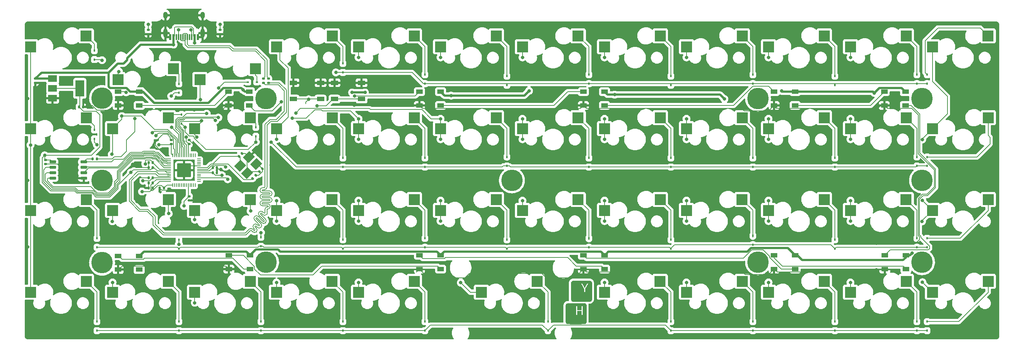
<source format=gbr>
%TF.GenerationSoftware,KiCad,Pcbnew,(6.0.0)*%
%TF.CreationDate,2023-08-19T11:13:56+07:00*%
%TF.ProjectId,pacman,7061636d-616e-42e6-9b69-6361645f7063,rev?*%
%TF.SameCoordinates,Original*%
%TF.FileFunction,Copper,L2,Bot*%
%TF.FilePolarity,Positive*%
%FSLAX46Y46*%
G04 Gerber Fmt 4.6, Leading zero omitted, Abs format (unit mm)*
G04 Created by KiCad (PCBNEW (6.0.0)) date 2023-08-19 11:13:56*
%MOMM*%
%LPD*%
G01*
G04 APERTURE LIST*
G04 Aperture macros list*
%AMRoundRect*
0 Rectangle with rounded corners*
0 $1 Rounding radius*
0 $2 $3 $4 $5 $6 $7 $8 $9 X,Y pos of 4 corners*
0 Add a 4 corners polygon primitive as box body*
4,1,4,$2,$3,$4,$5,$6,$7,$8,$9,$2,$3,0*
0 Add four circle primitives for the rounded corners*
1,1,$1+$1,$2,$3*
1,1,$1+$1,$4,$5*
1,1,$1+$1,$6,$7*
1,1,$1+$1,$8,$9*
0 Add four rect primitives between the rounded corners*
20,1,$1+$1,$2,$3,$4,$5,0*
20,1,$1+$1,$4,$5,$6,$7,0*
20,1,$1+$1,$6,$7,$8,$9,0*
20,1,$1+$1,$8,$9,$2,$3,0*%
%AMRotRect*
0 Rectangle, with rotation*
0 The origin of the aperture is its center*
0 $1 length*
0 $2 width*
0 $3 Rotation angle, in degrees counterclockwise*
0 Add horizontal line*
21,1,$1,$2,0,0,$3*%
G04 Aperture macros list end*
%TA.AperFunction,EtchedComponent*%
%ADD10C,0.010000*%
%TD*%
%TA.AperFunction,SMDPad,CuDef*%
%ADD11R,2.550000X2.500000*%
%TD*%
%TA.AperFunction,ComponentPad*%
%ADD12C,5.000000*%
%TD*%
%TA.AperFunction,SMDPad,CuDef*%
%ADD13R,0.450000X0.600000*%
%TD*%
%TA.AperFunction,SMDPad,CuDef*%
%ADD14RoundRect,0.140000X-0.140000X-0.170000X0.140000X-0.170000X0.140000X0.170000X-0.140000X0.170000X0*%
%TD*%
%TA.AperFunction,SMDPad,CuDef*%
%ADD15RoundRect,0.050000X-0.050000X0.387500X-0.050000X-0.387500X0.050000X-0.387500X0.050000X0.387500X0*%
%TD*%
%TA.AperFunction,SMDPad,CuDef*%
%ADD16RoundRect,0.050000X-0.387500X0.050000X-0.387500X-0.050000X0.387500X-0.050000X0.387500X0.050000X0*%
%TD*%
%TA.AperFunction,ComponentPad*%
%ADD17C,0.600000*%
%TD*%
%TA.AperFunction,SMDPad,CuDef*%
%ADD18RoundRect,0.144000X-1.456000X1.456000X-1.456000X-1.456000X1.456000X-1.456000X1.456000X1.456000X0*%
%TD*%
%TA.AperFunction,SMDPad,CuDef*%
%ADD19RoundRect,0.135000X-0.185000X0.135000X-0.185000X-0.135000X0.185000X-0.135000X0.185000X0.135000X0*%
%TD*%
%TA.AperFunction,SMDPad,CuDef*%
%ADD20RoundRect,0.140000X0.170000X-0.140000X0.170000X0.140000X-0.170000X0.140000X-0.170000X-0.140000X0*%
%TD*%
%TA.AperFunction,SMDPad,CuDef*%
%ADD21R,1.500000X1.000000*%
%TD*%
%TA.AperFunction,SMDPad,CuDef*%
%ADD22RoundRect,0.135000X0.185000X-0.135000X0.185000X0.135000X-0.185000X0.135000X-0.185000X-0.135000X0*%
%TD*%
%TA.AperFunction,SMDPad,CuDef*%
%ADD23RotRect,2.100000X1.800000X45.000000*%
%TD*%
%TA.AperFunction,SMDPad,CuDef*%
%ADD24RoundRect,0.140000X-0.170000X0.140000X-0.170000X-0.140000X0.170000X-0.140000X0.170000X0.140000X0*%
%TD*%
%TA.AperFunction,SMDPad,CuDef*%
%ADD25R,0.600000X0.450000*%
%TD*%
%TA.AperFunction,SMDPad,CuDef*%
%ADD26RoundRect,0.140000X0.021213X-0.219203X0.219203X-0.021213X-0.021213X0.219203X-0.219203X0.021213X0*%
%TD*%
%TA.AperFunction,SMDPad,CuDef*%
%ADD27RoundRect,0.140000X-0.021213X0.219203X-0.219203X0.021213X0.021213X-0.219203X0.219203X-0.021213X0*%
%TD*%
%TA.AperFunction,SMDPad,CuDef*%
%ADD28RoundRect,0.150000X0.650000X0.150000X-0.650000X0.150000X-0.650000X-0.150000X0.650000X-0.150000X0*%
%TD*%
%TA.AperFunction,SMDPad,CuDef*%
%ADD29R,0.600000X1.450000*%
%TD*%
%TA.AperFunction,SMDPad,CuDef*%
%ADD30R,0.300000X1.450000*%
%TD*%
%TA.AperFunction,ComponentPad*%
%ADD31O,1.000000X1.600000*%
%TD*%
%TA.AperFunction,ComponentPad*%
%ADD32O,1.000000X2.100000*%
%TD*%
%TA.AperFunction,SMDPad,CuDef*%
%ADD33RoundRect,0.140000X0.140000X0.170000X-0.140000X0.170000X-0.140000X-0.170000X0.140000X-0.170000X0*%
%TD*%
%TA.AperFunction,SMDPad,CuDef*%
%ADD34R,2.000000X1.500000*%
%TD*%
%TA.AperFunction,SMDPad,CuDef*%
%ADD35R,2.000000X3.800000*%
%TD*%
%TA.AperFunction,SMDPad,CuDef*%
%ADD36RoundRect,0.135000X-0.035355X0.226274X-0.226274X0.035355X0.035355X-0.226274X0.226274X-0.035355X0*%
%TD*%
%TA.AperFunction,SMDPad,CuDef*%
%ADD37R,1.700000X1.000000*%
%TD*%
%TA.AperFunction,SMDPad,CuDef*%
%ADD38RoundRect,0.135000X0.135000X0.185000X-0.135000X0.185000X-0.135000X-0.185000X0.135000X-0.185000X0*%
%TD*%
%TA.AperFunction,ViaPad*%
%ADD39C,0.800000*%
%TD*%
%TA.AperFunction,Conductor*%
%ADD40C,0.200000*%
%TD*%
%TA.AperFunction,Conductor*%
%ADD41C,0.500000*%
%TD*%
G04 APERTURE END LIST*
D10*
%TO.C,Ref\u002A\u002A*%
X144906753Y-84614946D02*
X144809566Y-84684049D01*
X144809566Y-84684049D02*
X144725499Y-84775472D01*
X144725499Y-84775472D02*
X144665530Y-84875965D01*
X144665530Y-84875965D02*
X144647388Y-84927913D01*
X144647388Y-84927913D02*
X144642851Y-84963519D01*
X144642851Y-84963519D02*
X144638832Y-85032848D01*
X144638832Y-85032848D02*
X144635320Y-85136842D01*
X144635320Y-85136842D02*
X144632304Y-85276444D01*
X144632304Y-85276444D02*
X144629774Y-85452597D01*
X144629774Y-85452597D02*
X144627718Y-85666245D01*
X144627718Y-85666245D02*
X144626126Y-85918331D01*
X144626126Y-85918331D02*
X144624986Y-86209798D01*
X144624986Y-86209798D02*
X144624289Y-86541589D01*
X144624289Y-86541589D02*
X144624024Y-86914648D01*
X144624024Y-86914648D02*
X144624020Y-86965415D01*
X144624020Y-86965415D02*
X144623969Y-87309962D01*
X144623969Y-87309962D02*
X144623944Y-87614780D01*
X144623944Y-87614780D02*
X144624142Y-87882475D01*
X144624142Y-87882475D02*
X144624758Y-88115653D01*
X144624758Y-88115653D02*
X144625986Y-88316918D01*
X144625986Y-88316918D02*
X144628022Y-88488875D01*
X144628022Y-88488875D02*
X144631061Y-88634129D01*
X144631061Y-88634129D02*
X144635298Y-88755286D01*
X144635298Y-88755286D02*
X144640929Y-88854950D01*
X144640929Y-88854950D02*
X144648148Y-88935727D01*
X144648148Y-88935727D02*
X144657151Y-89000221D01*
X144657151Y-89000221D02*
X144668133Y-89051038D01*
X144668133Y-89051038D02*
X144681290Y-89090783D01*
X144681290Y-89090783D02*
X144696815Y-89122060D01*
X144696815Y-89122060D02*
X144714905Y-89147475D01*
X144714905Y-89147475D02*
X144735755Y-89169633D01*
X144735755Y-89169633D02*
X144759560Y-89191139D01*
X144759560Y-89191139D02*
X144786515Y-89214597D01*
X144786515Y-89214597D02*
X144792975Y-89220358D01*
X144792975Y-89220358D02*
X144891340Y-89293908D01*
X144891340Y-89293908D02*
X144985732Y-89336631D01*
X144985732Y-89336631D02*
X144992524Y-89338445D01*
X144992524Y-89338445D02*
X145028982Y-89342278D01*
X145028982Y-89342278D02*
X145104019Y-89345751D01*
X145104019Y-89345751D02*
X145213953Y-89348864D01*
X145213953Y-89348864D02*
X145355104Y-89351619D01*
X145355104Y-89351619D02*
X145523792Y-89354016D01*
X145523792Y-89354016D02*
X145716334Y-89356056D01*
X145716334Y-89356056D02*
X145929051Y-89357741D01*
X145929051Y-89357741D02*
X146158262Y-89359072D01*
X146158262Y-89359072D02*
X146400286Y-89360049D01*
X146400286Y-89360049D02*
X146651441Y-89360674D01*
X146651441Y-89360674D02*
X146908048Y-89360948D01*
X146908048Y-89360948D02*
X147166426Y-89360871D01*
X147166426Y-89360871D02*
X147422892Y-89360446D01*
X147422892Y-89360446D02*
X147673768Y-89359672D01*
X147673768Y-89359672D02*
X147915372Y-89358551D01*
X147915372Y-89358551D02*
X148144023Y-89357084D01*
X148144023Y-89357084D02*
X148356040Y-89355272D01*
X148356040Y-89355272D02*
X148547743Y-89353116D01*
X148547743Y-89353116D02*
X148715450Y-89350617D01*
X148715450Y-89350617D02*
X148855481Y-89347776D01*
X148855481Y-89347776D02*
X148964156Y-89344594D01*
X148964156Y-89344594D02*
X149037793Y-89341073D01*
X149037793Y-89341073D02*
X149072442Y-89337286D01*
X149072442Y-89337286D02*
X149158046Y-89298405D01*
X149158046Y-89298405D02*
X149246740Y-89231751D01*
X149246740Y-89231751D02*
X149325387Y-89148650D01*
X149325387Y-89148650D02*
X149371375Y-89079568D01*
X149371375Y-89079568D02*
X149418270Y-88991884D01*
X149418270Y-88991884D02*
X149418270Y-86959884D01*
X149418270Y-86959884D02*
X149418242Y-86620705D01*
X149418242Y-86620705D02*
X149418126Y-86321276D01*
X149418126Y-86321276D02*
X149417872Y-86059014D01*
X149417872Y-86059014D02*
X149417434Y-85831334D01*
X149417434Y-85831334D02*
X149416762Y-85635654D01*
X149416762Y-85635654D02*
X149415808Y-85469390D01*
X149415808Y-85469390D02*
X149414523Y-85329958D01*
X149414523Y-85329958D02*
X149412860Y-85214776D01*
X149412860Y-85214776D02*
X149412362Y-85192468D01*
X149412362Y-85192468D02*
X148561020Y-85192468D01*
X148561020Y-85192468D02*
X148561020Y-87287968D01*
X148561020Y-87287968D02*
X148222353Y-87287968D01*
X148222353Y-87287968D02*
X148222353Y-86377801D01*
X148222353Y-86377801D02*
X147269853Y-86377801D01*
X147269853Y-86377801D02*
X147269853Y-87287968D01*
X147269853Y-87287968D02*
X146931187Y-87287968D01*
X146931187Y-87287968D02*
X146931187Y-85192468D01*
X146931187Y-85192468D02*
X147269853Y-85192468D01*
X147269853Y-85192468D02*
X147269853Y-86123801D01*
X147269853Y-86123801D02*
X148222353Y-86123801D01*
X148222353Y-86123801D02*
X148222353Y-85192468D01*
X148222353Y-85192468D02*
X148561020Y-85192468D01*
X148561020Y-85192468D02*
X149412362Y-85192468D01*
X149412362Y-85192468D02*
X149410769Y-85121259D01*
X149410769Y-85121259D02*
X149408203Y-85046825D01*
X149408203Y-85046825D02*
X149405113Y-84988889D01*
X149405113Y-84988889D02*
X149401450Y-84944869D01*
X149401450Y-84944869D02*
X149397167Y-84912181D01*
X149397167Y-84912181D02*
X149392214Y-84888241D01*
X149392214Y-84888241D02*
X149386544Y-84870466D01*
X149386544Y-84870466D02*
X149380108Y-84856273D01*
X149380108Y-84856273D02*
X149378812Y-84853801D01*
X149378812Y-84853801D02*
X149288374Y-84726422D01*
X149288374Y-84726422D02*
X149170424Y-84629499D01*
X149170424Y-84629499D02*
X149143103Y-84613737D01*
X149143103Y-84613737D02*
X149058437Y-84568051D01*
X149058437Y-84568051D02*
X144994437Y-84568051D01*
X144994437Y-84568051D02*
X144906753Y-84614946D01*
X144906753Y-84614946D02*
X144906753Y-84614946D01*
G36*
X149414523Y-85329958D02*
G01*
X149415808Y-85469390D01*
X149416762Y-85635654D01*
X149417434Y-85831334D01*
X149417872Y-86059014D01*
X149418126Y-86321276D01*
X149418242Y-86620705D01*
X149418270Y-86959884D01*
X149418270Y-88991884D01*
X149371375Y-89079568D01*
X149325387Y-89148650D01*
X149246740Y-89231751D01*
X149158046Y-89298405D01*
X149072442Y-89337286D01*
X149037793Y-89341073D01*
X148964156Y-89344594D01*
X148855481Y-89347776D01*
X148715450Y-89350617D01*
X148547743Y-89353116D01*
X148356040Y-89355272D01*
X148144023Y-89357084D01*
X147915372Y-89358551D01*
X147673768Y-89359672D01*
X147422892Y-89360446D01*
X147166426Y-89360871D01*
X146908048Y-89360948D01*
X146651441Y-89360674D01*
X146400286Y-89360049D01*
X146158262Y-89359072D01*
X145929051Y-89357741D01*
X145716334Y-89356056D01*
X145523792Y-89354016D01*
X145355104Y-89351619D01*
X145213953Y-89348864D01*
X145104019Y-89345751D01*
X145028982Y-89342278D01*
X144992524Y-89338445D01*
X144985732Y-89336631D01*
X144891340Y-89293908D01*
X144792975Y-89220358D01*
X144786515Y-89214597D01*
X144759560Y-89191139D01*
X144735755Y-89169633D01*
X144714905Y-89147475D01*
X144696815Y-89122060D01*
X144681290Y-89090783D01*
X144668133Y-89051038D01*
X144657151Y-89000221D01*
X144648148Y-88935727D01*
X144640929Y-88854950D01*
X144635298Y-88755286D01*
X144631061Y-88634129D01*
X144628022Y-88488875D01*
X144625986Y-88316918D01*
X144624758Y-88115653D01*
X144624142Y-87882475D01*
X144623944Y-87614780D01*
X144623969Y-87309962D01*
X144623972Y-87287968D01*
X146931187Y-87287968D01*
X147269853Y-87287968D01*
X147269853Y-86377801D01*
X148222353Y-86377801D01*
X148222353Y-87287968D01*
X148561020Y-87287968D01*
X148561020Y-85192468D01*
X148222353Y-85192468D01*
X148222353Y-86123801D01*
X147269853Y-86123801D01*
X147269853Y-85192468D01*
X146931187Y-85192468D01*
X146931187Y-87287968D01*
X144623972Y-87287968D01*
X144624020Y-86965415D01*
X144624024Y-86914648D01*
X144624289Y-86541589D01*
X144624986Y-86209798D01*
X144626126Y-85918331D01*
X144627718Y-85666245D01*
X144629774Y-85452597D01*
X144632304Y-85276444D01*
X144635320Y-85136842D01*
X144638832Y-85032848D01*
X144642851Y-84963519D01*
X144647388Y-84927913D01*
X144665530Y-84875965D01*
X144725499Y-84775472D01*
X144809566Y-84684049D01*
X144906753Y-84614946D01*
X144994437Y-84568051D01*
X149058437Y-84568051D01*
X149143103Y-84613737D01*
X149170424Y-84629499D01*
X149288374Y-84726422D01*
X149378812Y-84853801D01*
X149380108Y-84856273D01*
X149386544Y-84870466D01*
X149392214Y-84888241D01*
X149397167Y-84912181D01*
X149401450Y-84944869D01*
X149405113Y-84988889D01*
X149408203Y-85046825D01*
X149410769Y-85121259D01*
X149412362Y-85192468D01*
X149412860Y-85214776D01*
X149414523Y-85329958D01*
G37*
X149414523Y-85329958D02*
X149415808Y-85469390D01*
X149416762Y-85635654D01*
X149417434Y-85831334D01*
X149417872Y-86059014D01*
X149418126Y-86321276D01*
X149418242Y-86620705D01*
X149418270Y-86959884D01*
X149418270Y-88991884D01*
X149371375Y-89079568D01*
X149325387Y-89148650D01*
X149246740Y-89231751D01*
X149158046Y-89298405D01*
X149072442Y-89337286D01*
X149037793Y-89341073D01*
X148964156Y-89344594D01*
X148855481Y-89347776D01*
X148715450Y-89350617D01*
X148547743Y-89353116D01*
X148356040Y-89355272D01*
X148144023Y-89357084D01*
X147915372Y-89358551D01*
X147673768Y-89359672D01*
X147422892Y-89360446D01*
X147166426Y-89360871D01*
X146908048Y-89360948D01*
X146651441Y-89360674D01*
X146400286Y-89360049D01*
X146158262Y-89359072D01*
X145929051Y-89357741D01*
X145716334Y-89356056D01*
X145523792Y-89354016D01*
X145355104Y-89351619D01*
X145213953Y-89348864D01*
X145104019Y-89345751D01*
X145028982Y-89342278D01*
X144992524Y-89338445D01*
X144985732Y-89336631D01*
X144891340Y-89293908D01*
X144792975Y-89220358D01*
X144786515Y-89214597D01*
X144759560Y-89191139D01*
X144735755Y-89169633D01*
X144714905Y-89147475D01*
X144696815Y-89122060D01*
X144681290Y-89090783D01*
X144668133Y-89051038D01*
X144657151Y-89000221D01*
X144648148Y-88935727D01*
X144640929Y-88854950D01*
X144635298Y-88755286D01*
X144631061Y-88634129D01*
X144628022Y-88488875D01*
X144625986Y-88316918D01*
X144624758Y-88115653D01*
X144624142Y-87882475D01*
X144623944Y-87614780D01*
X144623969Y-87309962D01*
X144623972Y-87287968D01*
X146931187Y-87287968D01*
X147269853Y-87287968D01*
X147269853Y-86377801D01*
X148222353Y-86377801D01*
X148222353Y-87287968D01*
X148561020Y-87287968D01*
X148561020Y-85192468D01*
X148222353Y-85192468D01*
X148222353Y-86123801D01*
X147269853Y-86123801D01*
X147269853Y-85192468D01*
X146931187Y-85192468D01*
X146931187Y-87287968D01*
X144623972Y-87287968D01*
X144624020Y-86965415D01*
X144624024Y-86914648D01*
X144624289Y-86541589D01*
X144624986Y-86209798D01*
X144626126Y-85918331D01*
X144627718Y-85666245D01*
X144629774Y-85452597D01*
X144632304Y-85276444D01*
X144635320Y-85136842D01*
X144638832Y-85032848D01*
X144642851Y-84963519D01*
X144647388Y-84927913D01*
X144665530Y-84875965D01*
X144725499Y-84775472D01*
X144809566Y-84684049D01*
X144906753Y-84614946D01*
X144994437Y-84568051D01*
X149058437Y-84568051D01*
X149143103Y-84613737D01*
X149170424Y-84629499D01*
X149288374Y-84726422D01*
X149378812Y-84853801D01*
X149380108Y-84856273D01*
X149386544Y-84870466D01*
X149392214Y-84888241D01*
X149397167Y-84912181D01*
X149401450Y-84944869D01*
X149405113Y-84988889D01*
X149408203Y-85046825D01*
X149410769Y-85121259D01*
X149412362Y-85192468D01*
X149412860Y-85214776D01*
X149414523Y-85329958D01*
X146164389Y-79389158D02*
X146043295Y-79471818D01*
X146043295Y-79471818D02*
X145949759Y-79585671D01*
X145949759Y-79585671D02*
X145917271Y-79646801D01*
X145917271Y-79646801D02*
X145911566Y-79662564D01*
X145911566Y-79662564D02*
X145906532Y-79685036D01*
X145906532Y-79685036D02*
X145902127Y-79716766D01*
X145902127Y-79716766D02*
X145898312Y-79760300D01*
X145898312Y-79760300D02*
X145895044Y-79818183D01*
X145895044Y-79818183D02*
X145892283Y-79892963D01*
X145892283Y-79892963D02*
X145889986Y-79987187D01*
X145889986Y-79987187D02*
X145888115Y-80103401D01*
X145888115Y-80103401D02*
X145886626Y-80244151D01*
X145886626Y-80244151D02*
X145885479Y-80411984D01*
X145885479Y-80411984D02*
X145884633Y-80609448D01*
X145884633Y-80609448D02*
X145884047Y-80839087D01*
X145884047Y-80839087D02*
X145883680Y-81103450D01*
X145883680Y-81103450D02*
X145883490Y-81405083D01*
X145883490Y-81405083D02*
X145883437Y-81742301D01*
X145883437Y-81742301D02*
X145883437Y-83763718D01*
X145883437Y-83763718D02*
X145929529Y-83849828D01*
X145929529Y-83849828D02*
X145992654Y-83941112D01*
X145992654Y-83941112D02*
X146075011Y-84023327D01*
X146075011Y-84023327D02*
X146163977Y-84085330D01*
X146163977Y-84085330D02*
X146225897Y-84111441D01*
X146225897Y-84111441D02*
X146262815Y-84115877D01*
X146262815Y-84115877D02*
X146339987Y-84119816D01*
X146339987Y-84119816D02*
X146457652Y-84123262D01*
X146457652Y-84123262D02*
X146616051Y-84126217D01*
X146616051Y-84126217D02*
X146815422Y-84128683D01*
X146815422Y-84128683D02*
X147056005Y-84130663D01*
X147056005Y-84130663D02*
X147338039Y-84132160D01*
X147338039Y-84132160D02*
X147661765Y-84133177D01*
X147661765Y-84133177D02*
X148027421Y-84133715D01*
X148027421Y-84133715D02*
X148296437Y-84133809D01*
X148296437Y-84133809D02*
X150286103Y-84133721D01*
X150286103Y-84133721D02*
X150391937Y-84083812D01*
X150391937Y-84083812D02*
X150493832Y-84024967D01*
X150493832Y-84024967D02*
X150567344Y-83953027D01*
X150567344Y-83953027D02*
X150625904Y-83854317D01*
X150625904Y-83854317D02*
X150633575Y-83837801D01*
X150633575Y-83837801D02*
X150640839Y-83821000D01*
X150640839Y-83821000D02*
X150647239Y-83802864D01*
X150647239Y-83802864D02*
X150652832Y-83780751D01*
X150652832Y-83780751D02*
X150657673Y-83752019D01*
X150657673Y-83752019D02*
X150661816Y-83714027D01*
X150661816Y-83714027D02*
X150665318Y-83664133D01*
X150665318Y-83664133D02*
X150668233Y-83599695D01*
X150668233Y-83599695D02*
X150670616Y-83518071D01*
X150670616Y-83518071D02*
X150672523Y-83416620D01*
X150672523Y-83416620D02*
X150674009Y-83292700D01*
X150674009Y-83292700D02*
X150675129Y-83143669D01*
X150675129Y-83143669D02*
X150675939Y-82966884D01*
X150675939Y-82966884D02*
X150676493Y-82759705D01*
X150676493Y-82759705D02*
X150676848Y-82519490D01*
X150676848Y-82519490D02*
X150677057Y-82243597D01*
X150677057Y-82243597D02*
X150677177Y-81929384D01*
X150677177Y-81929384D02*
X150677222Y-81750254D01*
X150677222Y-81750254D02*
X150677329Y-81405174D01*
X150677329Y-81405174D02*
X150677378Y-81099834D01*
X150677378Y-81099834D02*
X150677215Y-80831641D01*
X150677215Y-80831641D02*
X150676688Y-80598002D01*
X150676688Y-80598002D02*
X150675644Y-80396323D01*
X150675644Y-80396323D02*
X150673928Y-80224011D01*
X150673928Y-80224011D02*
X150671389Y-80078473D01*
X150671389Y-80078473D02*
X150667872Y-79957116D01*
X150667872Y-79957116D02*
X150665050Y-79896507D01*
X150665050Y-79896507D02*
X149869826Y-79896507D01*
X149869826Y-79896507D02*
X149858558Y-79918541D01*
X149858558Y-79918541D02*
X149829721Y-79973541D01*
X149829721Y-79973541D02*
X149785644Y-80057107D01*
X149785644Y-80057107D02*
X149728653Y-80164839D01*
X149728653Y-80164839D02*
X149661075Y-80292336D01*
X149661075Y-80292336D02*
X149585238Y-80435199D01*
X149585238Y-80435199D02*
X149518812Y-80560177D01*
X149518812Y-80560177D02*
X149174853Y-81206975D01*
X149174853Y-81206975D02*
X149174853Y-81975134D01*
X149174853Y-81975134D02*
X148836187Y-81975134D01*
X148836187Y-81975134D02*
X148836187Y-81230464D01*
X148836187Y-81230464D02*
X148484317Y-80570924D01*
X148484317Y-80570924D02*
X148402355Y-80417333D01*
X148402355Y-80417333D02*
X148326642Y-80275527D01*
X148326642Y-80275527D02*
X148259502Y-80149851D01*
X148259502Y-80149851D02*
X148203257Y-80044648D01*
X148203257Y-80044648D02*
X148160229Y-79964262D01*
X148160229Y-79964262D02*
X148132740Y-79913038D01*
X148132740Y-79913038D02*
X148123235Y-79895509D01*
X148123235Y-79895509D02*
X148138443Y-79888392D01*
X148138443Y-79888392D02*
X148186938Y-79882926D01*
X148186938Y-79882926D02*
X148259679Y-79879944D01*
X148259679Y-79879944D02*
X148295103Y-79879634D01*
X148295103Y-79879634D02*
X148476184Y-79879634D01*
X148476184Y-79879634D02*
X148730353Y-80387634D01*
X148730353Y-80387634D02*
X148798165Y-80522028D01*
X148798165Y-80522028D02*
X148860327Y-80643055D01*
X148860327Y-80643055D02*
X148914227Y-80745806D01*
X148914227Y-80745806D02*
X148957257Y-80825372D01*
X148957257Y-80825372D02*
X148986806Y-80876846D01*
X148986806Y-80876846D02*
X149000264Y-80895318D01*
X149000264Y-80895318D02*
X149000313Y-80895319D01*
X149000313Y-80895319D02*
X149013390Y-80876975D01*
X149013390Y-80876975D02*
X149042216Y-80825422D01*
X149042216Y-80825422D02*
X149084224Y-80745616D01*
X149084224Y-80745616D02*
X149136850Y-80642517D01*
X149136850Y-80642517D02*
X149197529Y-80521080D01*
X149197529Y-80521080D02*
X149263181Y-80387319D01*
X149263181Y-80387319D02*
X149510259Y-79879634D01*
X149510259Y-79879634D02*
X149693570Y-79879634D01*
X149693570Y-79879634D02*
X149774650Y-79881420D01*
X149774650Y-79881420D02*
X149835650Y-79886193D01*
X149835650Y-79886193D02*
X149867432Y-79893079D01*
X149867432Y-79893079D02*
X149869826Y-79896507D01*
X149869826Y-79896507D02*
X150665050Y-79896507D01*
X150665050Y-79896507D02*
X150663226Y-79857347D01*
X150663226Y-79857347D02*
X150657296Y-79776572D01*
X150657296Y-79776572D02*
X150649930Y-79712198D01*
X150649930Y-79712198D02*
X150640975Y-79661631D01*
X150640975Y-79661631D02*
X150630277Y-79622280D01*
X150630277Y-79622280D02*
X150617684Y-79591550D01*
X150617684Y-79591550D02*
X150603042Y-79566848D01*
X150603042Y-79566848D02*
X150586198Y-79545582D01*
X150586198Y-79545582D02*
X150567000Y-79525157D01*
X150567000Y-79525157D02*
X150545293Y-79502981D01*
X150545293Y-79502981D02*
X150544495Y-79502150D01*
X150544495Y-79502150D02*
X150480175Y-79445328D01*
X150480175Y-79445328D02*
X150406969Y-79394255D01*
X150406969Y-79394255D02*
X150391937Y-79385654D01*
X150391937Y-79385654D02*
X150307270Y-79339884D01*
X150307270Y-79339884D02*
X146264437Y-79339884D01*
X146264437Y-79339884D02*
X146164389Y-79389158D01*
X146164389Y-79389158D02*
X146164389Y-79389158D01*
G36*
X150671389Y-80078473D02*
G01*
X150673928Y-80224011D01*
X150675644Y-80396323D01*
X150676688Y-80598002D01*
X150677215Y-80831641D01*
X150677378Y-81099834D01*
X150677329Y-81405174D01*
X150677222Y-81750254D01*
X150677177Y-81929384D01*
X150677057Y-82243597D01*
X150676848Y-82519490D01*
X150676493Y-82759705D01*
X150675939Y-82966884D01*
X150675129Y-83143669D01*
X150674009Y-83292700D01*
X150672523Y-83416620D01*
X150670616Y-83518071D01*
X150668233Y-83599695D01*
X150665318Y-83664133D01*
X150661816Y-83714027D01*
X150657673Y-83752019D01*
X150652832Y-83780751D01*
X150647239Y-83802864D01*
X150640839Y-83821000D01*
X150633575Y-83837801D01*
X150625904Y-83854317D01*
X150567344Y-83953027D01*
X150493832Y-84024967D01*
X150391937Y-84083812D01*
X150286103Y-84133721D01*
X148296437Y-84133809D01*
X148027421Y-84133715D01*
X147661765Y-84133177D01*
X147338039Y-84132160D01*
X147056005Y-84130663D01*
X146815422Y-84128683D01*
X146616051Y-84126217D01*
X146457652Y-84123262D01*
X146339987Y-84119816D01*
X146262815Y-84115877D01*
X146225897Y-84111441D01*
X146163977Y-84085330D01*
X146075011Y-84023327D01*
X145992654Y-83941112D01*
X145929529Y-83849828D01*
X145883437Y-83763718D01*
X145883437Y-81742301D01*
X145883490Y-81405083D01*
X145883680Y-81103450D01*
X145884047Y-80839087D01*
X145884633Y-80609448D01*
X145885479Y-80411984D01*
X145886626Y-80244151D01*
X145888115Y-80103401D01*
X145889986Y-79987187D01*
X145892221Y-79895509D01*
X148123235Y-79895509D01*
X148132740Y-79913038D01*
X148160229Y-79964262D01*
X148203257Y-80044648D01*
X148259502Y-80149851D01*
X148326642Y-80275527D01*
X148402355Y-80417333D01*
X148484317Y-80570924D01*
X148836187Y-81230464D01*
X148836187Y-81975134D01*
X149174853Y-81975134D01*
X149174853Y-81206975D01*
X149518812Y-80560177D01*
X149585238Y-80435199D01*
X149661075Y-80292336D01*
X149728653Y-80164839D01*
X149785644Y-80057107D01*
X149829721Y-79973541D01*
X149858558Y-79918541D01*
X149869826Y-79896507D01*
X149867432Y-79893079D01*
X149835650Y-79886193D01*
X149774650Y-79881420D01*
X149693570Y-79879634D01*
X149510259Y-79879634D01*
X149263181Y-80387319D01*
X149197529Y-80521080D01*
X149136850Y-80642517D01*
X149084224Y-80745616D01*
X149042216Y-80825422D01*
X149013390Y-80876975D01*
X149000313Y-80895319D01*
X149000264Y-80895318D01*
X148986806Y-80876846D01*
X148957257Y-80825372D01*
X148914227Y-80745806D01*
X148860327Y-80643055D01*
X148798165Y-80522028D01*
X148730353Y-80387634D01*
X148476184Y-79879634D01*
X148295103Y-79879634D01*
X148259679Y-79879944D01*
X148186938Y-79882926D01*
X148138443Y-79888392D01*
X148123235Y-79895509D01*
X145892221Y-79895509D01*
X145892283Y-79892963D01*
X145895044Y-79818183D01*
X145898312Y-79760300D01*
X145902127Y-79716766D01*
X145906532Y-79685036D01*
X145911566Y-79662564D01*
X145917271Y-79646801D01*
X145949759Y-79585671D01*
X146043295Y-79471818D01*
X146164389Y-79389158D01*
X146264437Y-79339884D01*
X150307270Y-79339884D01*
X150391937Y-79385654D01*
X150406969Y-79394255D01*
X150480175Y-79445328D01*
X150544495Y-79502150D01*
X150545293Y-79502981D01*
X150567000Y-79525157D01*
X150586198Y-79545582D01*
X150603042Y-79566848D01*
X150617684Y-79591550D01*
X150630277Y-79622280D01*
X150640975Y-79661631D01*
X150649930Y-79712198D01*
X150657296Y-79776572D01*
X150663226Y-79857347D01*
X150665050Y-79896507D01*
X150667872Y-79957116D01*
X150671389Y-80078473D01*
G37*
X150671389Y-80078473D02*
X150673928Y-80224011D01*
X150675644Y-80396323D01*
X150676688Y-80598002D01*
X150677215Y-80831641D01*
X150677378Y-81099834D01*
X150677329Y-81405174D01*
X150677222Y-81750254D01*
X150677177Y-81929384D01*
X150677057Y-82243597D01*
X150676848Y-82519490D01*
X150676493Y-82759705D01*
X150675939Y-82966884D01*
X150675129Y-83143669D01*
X150674009Y-83292700D01*
X150672523Y-83416620D01*
X150670616Y-83518071D01*
X150668233Y-83599695D01*
X150665318Y-83664133D01*
X150661816Y-83714027D01*
X150657673Y-83752019D01*
X150652832Y-83780751D01*
X150647239Y-83802864D01*
X150640839Y-83821000D01*
X150633575Y-83837801D01*
X150625904Y-83854317D01*
X150567344Y-83953027D01*
X150493832Y-84024967D01*
X150391937Y-84083812D01*
X150286103Y-84133721D01*
X148296437Y-84133809D01*
X148027421Y-84133715D01*
X147661765Y-84133177D01*
X147338039Y-84132160D01*
X147056005Y-84130663D01*
X146815422Y-84128683D01*
X146616051Y-84126217D01*
X146457652Y-84123262D01*
X146339987Y-84119816D01*
X146262815Y-84115877D01*
X146225897Y-84111441D01*
X146163977Y-84085330D01*
X146075011Y-84023327D01*
X145992654Y-83941112D01*
X145929529Y-83849828D01*
X145883437Y-83763718D01*
X145883437Y-81742301D01*
X145883490Y-81405083D01*
X145883680Y-81103450D01*
X145884047Y-80839087D01*
X145884633Y-80609448D01*
X145885479Y-80411984D01*
X145886626Y-80244151D01*
X145888115Y-80103401D01*
X145889986Y-79987187D01*
X145892221Y-79895509D01*
X148123235Y-79895509D01*
X148132740Y-79913038D01*
X148160229Y-79964262D01*
X148203257Y-80044648D01*
X148259502Y-80149851D01*
X148326642Y-80275527D01*
X148402355Y-80417333D01*
X148484317Y-80570924D01*
X148836187Y-81230464D01*
X148836187Y-81975134D01*
X149174853Y-81975134D01*
X149174853Y-81206975D01*
X149518812Y-80560177D01*
X149585238Y-80435199D01*
X149661075Y-80292336D01*
X149728653Y-80164839D01*
X149785644Y-80057107D01*
X149829721Y-79973541D01*
X149858558Y-79918541D01*
X149869826Y-79896507D01*
X149867432Y-79893079D01*
X149835650Y-79886193D01*
X149774650Y-79881420D01*
X149693570Y-79879634D01*
X149510259Y-79879634D01*
X149263181Y-80387319D01*
X149197529Y-80521080D01*
X149136850Y-80642517D01*
X149084224Y-80745616D01*
X149042216Y-80825422D01*
X149013390Y-80876975D01*
X149000313Y-80895319D01*
X149000264Y-80895318D01*
X148986806Y-80876846D01*
X148957257Y-80825372D01*
X148914227Y-80745806D01*
X148860327Y-80643055D01*
X148798165Y-80522028D01*
X148730353Y-80387634D01*
X148476184Y-79879634D01*
X148295103Y-79879634D01*
X148259679Y-79879944D01*
X148186938Y-79882926D01*
X148138443Y-79888392D01*
X148123235Y-79895509D01*
X145892221Y-79895509D01*
X145892283Y-79892963D01*
X145895044Y-79818183D01*
X145898312Y-79760300D01*
X145902127Y-79716766D01*
X145906532Y-79685036D01*
X145911566Y-79662564D01*
X145917271Y-79646801D01*
X145949759Y-79585671D01*
X146043295Y-79471818D01*
X146164389Y-79389158D01*
X146264437Y-79339884D01*
X150307270Y-79339884D01*
X150391937Y-79385654D01*
X150406969Y-79394255D01*
X150480175Y-79445328D01*
X150544495Y-79502150D01*
X150545293Y-79502981D01*
X150567000Y-79525157D01*
X150586198Y-79545582D01*
X150603042Y-79566848D01*
X150617684Y-79591550D01*
X150630277Y-79622280D01*
X150640975Y-79661631D01*
X150649930Y-79712198D01*
X150657296Y-79776572D01*
X150663226Y-79857347D01*
X150665050Y-79896507D01*
X150667872Y-79957116D01*
X150671389Y-80078473D01*
%TD*%
D11*
%TO.P,SW1,1,1*%
%TO.N,col0*%
X20289398Y-24844398D03*
%TO.P,SW1,2,2*%
%TO.N,Net-(D1-Pad2)*%
X33216398Y-22304398D03*
%TD*%
%TO.P,SW12,1,1*%
%TO.N,col11*%
X229839574Y-24844398D03*
%TO.P,SW12,2,2*%
%TO.N,Net-(D12-Pad2)*%
X242766574Y-22304398D03*
%TD*%
%TO.P,SW20,1,1*%
%TO.N,col7*%
X153649510Y-43894414D03*
%TO.P,SW20,2,2*%
%TO.N,Net-(D20-Pad2)*%
X166576510Y-41354414D03*
%TD*%
%TO.P,SW16,1,1*%
%TO.N,col3*%
X77449446Y-43894414D03*
%TO.P,SW16,2,2*%
%TO.N,Net-(D16-Pad2)*%
X90376446Y-41354414D03*
%TD*%
D12*
%TO.P,,*%
%TO.N,*%
X36909840Y-75129384D03*
%TD*%
D11*
%TO.P,SW3,1,1*%
%TO.N,col2*%
X59652430Y-32464398D03*
%TO.P,SW3,2,2*%
%TO.N,Net-(D3-Pad2)*%
X72579430Y-29924398D03*
%TD*%
D12*
%TO.P,,*%
%TO.N,*%
X227412240Y-55960080D03*
%TD*%
D11*
%TO.P,SW6,1,1*%
%TO.N,col5*%
X115549478Y-24844398D03*
%TO.P,SW6,2,2*%
%TO.N,Net-(D6-Pad2)*%
X128476478Y-22304398D03*
%TD*%
%TO.P,SW4,1,1*%
%TO.N,col3*%
X77449446Y-24844398D03*
%TO.P,SW4,2,2*%
%TO.N,Net-(D4-Pad2)*%
X90376446Y-22304398D03*
%TD*%
%TO.P,SW23,1,1*%
%TO.N,col10*%
X210799558Y-43894414D03*
%TO.P,SW23,2,2*%
%TO.N,Net-(D23-Pad2)*%
X223726558Y-41354414D03*
%TD*%
%TO.P,SW35,1,1*%
%TO.N,col10*%
X210789558Y-62944430D03*
%TO.P,SW35,2,2*%
%TO.N,Net-(D35-Pad2)*%
X223716558Y-60404430D03*
%TD*%
%TO.P,SW46,1,1*%
%TO.N,col9*%
X191749542Y-81994446D03*
%TO.P,SW46,2,2*%
%TO.N,Net-(D46-Pad2)*%
X204676542Y-79454446D03*
%TD*%
%TO.P,SW10,1,1*%
%TO.N,col9*%
X191749542Y-24844398D03*
%TO.P,SW10,2,2*%
%TO.N,Net-(D10-Pad2)*%
X204676542Y-22304398D03*
%TD*%
%TO.P,SW27,1,1*%
%TO.N,col2*%
X58399430Y-62944430D03*
%TO.P,SW27,2,2*%
%TO.N,Net-(D27-Pad2)*%
X71326430Y-60404430D03*
%TD*%
%TO.P,SW40,1,1*%
%TO.N,col3*%
X77439446Y-81994446D03*
%TO.P,SW40,2,2*%
%TO.N,Net-(D40-Pad2)*%
X90366446Y-79454446D03*
%TD*%
D12*
%TO.P,,*%
%TO.N,*%
X132141190Y-55960048D03*
%TD*%
D11*
%TO.P,SW2,1,1*%
%TO.N,col1*%
X40602414Y-32464398D03*
%TO.P,SW2,2,2*%
%TO.N,Net-(D2-Pad2)*%
X53529414Y-29924398D03*
%TD*%
D12*
%TO.P,,*%
%TO.N,*%
X75010320Y-36909840D03*
%TD*%
D11*
%TO.P,SW14,1,1*%
%TO.N,col1*%
X39349414Y-43894414D03*
%TO.P,SW14,2,2*%
%TO.N,Net-(D14-Pad2)*%
X52276414Y-41354414D03*
%TD*%
%TO.P,SW8,1,1*%
%TO.N,col7*%
X153649510Y-24844398D03*
%TO.P,SW8,2,2*%
%TO.N,Net-(D8-Pad2)*%
X166576510Y-22304398D03*
%TD*%
%TO.P,SW26,1,1*%
%TO.N,col1*%
X39349414Y-62944430D03*
%TO.P,SW26,2,2*%
%TO.N,Net-(D26-Pad2)*%
X52276414Y-60404430D03*
%TD*%
%TO.P,SW32,1,1*%
%TO.N,col7*%
X153649510Y-62944430D03*
%TO.P,SW32,2,2*%
%TO.N,Net-(D32-Pad2)*%
X166576510Y-60404430D03*
%TD*%
%TO.P,SW47,1,1*%
%TO.N,col10*%
X210799558Y-81994446D03*
%TO.P,SW47,2,2*%
%TO.N,Net-(D47-Pad2)*%
X223726558Y-79454446D03*
%TD*%
D12*
%TO.P,,*%
%TO.N,*%
X75010320Y-75010320D03*
%TD*%
D11*
%TO.P,SW21,1,1*%
%TO.N,col8*%
X172699526Y-43894414D03*
%TO.P,SW21,2,2*%
%TO.N,Net-(D21-Pad2)*%
X185626526Y-41354414D03*
%TD*%
%TO.P,SW25,1,1*%
%TO.N,col0*%
X20299398Y-62944430D03*
%TO.P,SW25,2,2*%
%TO.N,Net-(D25-Pad2)*%
X33226398Y-60404430D03*
%TD*%
D12*
%TO.P,,*%
%TO.N,*%
X189311760Y-75010320D03*
%TD*%
D11*
%TO.P,SW13,1,1*%
%TO.N,col0*%
X20299398Y-43894414D03*
%TO.P,SW13,2,2*%
%TO.N,Net-(D13-Pad2)*%
X33226398Y-41354414D03*
%TD*%
%TO.P,SW36,1,1*%
%TO.N,col11*%
X229849574Y-62944430D03*
%TO.P,SW36,2,2*%
%TO.N,Net-(D36-Pad2)*%
X242776574Y-60404430D03*
%TD*%
%TO.P,SW15,1,1*%
%TO.N,col2*%
X58399430Y-43894414D03*
%TO.P,SW15,2,2*%
%TO.N,Net-(D15-Pad2)*%
X71326430Y-41354414D03*
%TD*%
%TO.P,SW33,1,1*%
%TO.N,col8*%
X172689526Y-62944430D03*
%TO.P,SW33,2,2*%
%TO.N,Net-(D33-Pad2)*%
X185616526Y-60404430D03*
%TD*%
%TO.P,SW39,1,1*%
%TO.N,col2*%
X58399430Y-81994446D03*
%TO.P,SW39,2,2*%
%TO.N,Net-(D39-Pad2)*%
X71326430Y-79454446D03*
%TD*%
%TO.P,SW38,1,1*%
%TO.N,col1*%
X39349414Y-81994446D03*
%TO.P,SW38,2,2*%
%TO.N,Net-(D38-Pad2)*%
X52276414Y-79454446D03*
%TD*%
%TO.P,SW17,1,1*%
%TO.N,col4*%
X96499462Y-43894414D03*
%TO.P,SW17,2,2*%
%TO.N,Net-(D17-Pad2)*%
X109426462Y-41354414D03*
%TD*%
%TO.P,SW41,1,1*%
%TO.N,col4*%
X96499462Y-81994446D03*
%TO.P,SW41,2,2*%
%TO.N,Net-(D41-Pad2)*%
X109426462Y-79454446D03*
%TD*%
%TO.P,SW44,1,1*%
%TO.N,col7*%
X153639510Y-81994446D03*
%TO.P,SW44,2,2*%
%TO.N,Net-(D44-Pad2)*%
X166566510Y-79454446D03*
%TD*%
D12*
%TO.P,,*%
%TO.N,*%
X189311760Y-36909840D03*
%TD*%
D11*
%TO.P,SW19,1,1*%
%TO.N,col6*%
X134589494Y-43894414D03*
%TO.P,SW19,2,2*%
%TO.N,Net-(D19-Pad2)*%
X147516494Y-41354414D03*
%TD*%
D12*
%TO.P,REF\u002A\u002A,*%
%TO.N,*%
X36909840Y-36790776D03*
%TD*%
D11*
%TO.P,SW7,1,1*%
%TO.N,col6*%
X134589494Y-24844398D03*
%TO.P,SW7,2,2*%
%TO.N,Net-(D7-Pad2)*%
X147516494Y-22304398D03*
%TD*%
%TO.P,SW5,1,1*%
%TO.N,col4*%
X96499462Y-24844398D03*
%TO.P,SW5,2,2*%
%TO.N,Net-(D5-Pad2)*%
X109426462Y-22304398D03*
%TD*%
%TO.P,SW45,1,1*%
%TO.N,col8*%
X172699526Y-81994446D03*
%TO.P,SW45,2,2*%
%TO.N,Net-(D45-Pad2)*%
X185626526Y-79454446D03*
%TD*%
%TO.P,SW34,1,1*%
%TO.N,col9*%
X191749542Y-62944430D03*
%TO.P,SW34,2,2*%
%TO.N,Net-(D34-Pad2)*%
X204676542Y-60404430D03*
%TD*%
%TO.P,SW28,1,1*%
%TO.N,col3*%
X77439446Y-62944430D03*
%TO.P,SW28,2,2*%
%TO.N,Net-(D28-Pad2)*%
X90366446Y-60404430D03*
%TD*%
%TO.P,SW9,1,1*%
%TO.N,col8*%
X172699526Y-24844398D03*
%TO.P,SW9,2,2*%
%TO.N,Net-(D9-Pad2)*%
X185626526Y-22304398D03*
%TD*%
%TO.P,SW24,1,1*%
%TO.N,col11*%
X229849574Y-43894414D03*
%TO.P,SW24,2,2*%
%TO.N,Net-(D24-Pad2)*%
X242776574Y-41354414D03*
%TD*%
%TO.P,SW48,1,1*%
%TO.N,col11*%
X229849574Y-81994446D03*
%TO.P,SW48,2,2*%
%TO.N,Net-(D48-Pad2)*%
X242776574Y-79454446D03*
%TD*%
%TO.P,SW29,1,1*%
%TO.N,col4*%
X96499462Y-62944430D03*
%TO.P,SW29,2,2*%
%TO.N,Net-(D29-Pad2)*%
X109426462Y-60404430D03*
%TD*%
%TO.P,SW18,1,1*%
%TO.N,col5*%
X115549478Y-43894414D03*
%TO.P,SW18,2,2*%
%TO.N,Net-(D18-Pad2)*%
X128476478Y-41354414D03*
%TD*%
D12*
%TO.P,,*%
%TO.N,*%
X36909840Y-55960080D03*
%TD*%
%TO.P,,*%
%TO.N,*%
X227412240Y-36909840D03*
%TD*%
%TO.P,,*%
%TO.N,*%
X227412240Y-75010320D03*
%TD*%
D11*
%TO.P,SW22,1,1*%
%TO.N,col9*%
X191749542Y-43894414D03*
%TO.P,SW22,2,2*%
%TO.N,Net-(D22-Pad2)*%
X204676542Y-41354414D03*
%TD*%
%TO.P,SW37,1,1*%
%TO.N,col0*%
X20299398Y-81994446D03*
%TO.P,SW37,2,2*%
%TO.N,Net-(D37-Pad2)*%
X33226398Y-79454446D03*
%TD*%
%TO.P,SW11,1,1*%
%TO.N,col10*%
X210799558Y-24844398D03*
%TO.P,SW11,2,2*%
%TO.N,Net-(D11-Pad2)*%
X223726558Y-22304398D03*
%TD*%
%TO.P,SW30,1,1*%
%TO.N,col5*%
X115549478Y-62944430D03*
%TO.P,SW30,2,2*%
%TO.N,Net-(D30-Pad2)*%
X128476478Y-60404430D03*
%TD*%
%TO.P,SW31,1,1*%
%TO.N,col6*%
X134589494Y-62944430D03*
%TO.P,SW31,2,2*%
%TO.N,Net-(D31-Pad2)*%
X147516494Y-60404430D03*
%TD*%
%TO.P,SW42_2,1,1*%
%TO.N,col5*%
X125074486Y-81994446D03*
%TO.P,SW42_2,2,2*%
%TO.N,Net-(D42-Pad2)*%
X138001486Y-79454446D03*
%TD*%
D13*
%TO.P,D35,1,K*%
%TO.N,row2*%
X226218940Y-71535888D03*
%TO.P,D35,2,A*%
%TO.N,Net-(D35-Pad2)*%
X226218940Y-69435888D03*
%TD*%
%TO.P,D40,1,K*%
%TO.N,row3*%
X92868828Y-90942263D03*
%TO.P,D40,2,A*%
%TO.N,Net-(D40-Pad2)*%
X92868828Y-88842263D03*
%TD*%
%TO.P,D21,1,K*%
%TO.N,row1*%
X188118908Y-52842231D03*
%TO.P,D21,2,A*%
%TO.N,Net-(D21-Pad2)*%
X188118908Y-50742231D03*
%TD*%
D14*
%TO.P,C15,1*%
%TO.N,+3V3*%
X31570000Y-38850000D03*
%TO.P,C15,2*%
%TO.N,GND*%
X32530000Y-38850000D03*
%TD*%
D15*
%TO.P,U2,1,IOVDD*%
%TO.N,+3V3*%
X53359422Y-50140670D03*
%TO.P,U2,2,GPIO0*%
%TO.N,col0*%
X53759422Y-50140670D03*
%TO.P,U2,3,GPIO1*%
%TO.N,row0*%
X54159422Y-50140670D03*
%TO.P,U2,4,GPIO2*%
%TO.N,col1*%
X54559422Y-50140670D03*
%TO.P,U2,5,GPIO3*%
%TO.N,RGB*%
X54959422Y-50140670D03*
%TO.P,U2,6,GPIO4*%
%TO.N,col5*%
X55359422Y-50140670D03*
%TO.P,U2,7,GPIO5*%
%TO.N,col4*%
X55759422Y-50140670D03*
%TO.P,U2,8,GPIO6*%
%TO.N,col3*%
X56159422Y-50140670D03*
%TO.P,U2,9,GPIO7*%
%TO.N,col2*%
X56559422Y-50140670D03*
%TO.P,U2,10,IOVDD*%
%TO.N,+3V3*%
X56959422Y-50140670D03*
%TO.P,U2,11,GPIO8*%
%TO.N,unconnected-(U2-Pad11)*%
X57359422Y-50140670D03*
%TO.P,U2,12,GPIO9*%
%TO.N,unconnected-(U2-Pad12)*%
X57759422Y-50140670D03*
%TO.P,U2,13,GPIO10*%
%TO.N,unconnected-(U2-Pad13)*%
X58159422Y-50140670D03*
%TO.P,U2,14,GPIO11*%
%TO.N,unconnected-(U2-Pad14)*%
X58559422Y-50140670D03*
D16*
%TO.P,U2,15,GPIO12*%
%TO.N,unconnected-(U2-Pad15)*%
X59396922Y-50978170D03*
%TO.P,U2,16,GPIO13*%
%TO.N,unconnected-(U2-Pad16)*%
X59396922Y-51378170D03*
%TO.P,U2,17,GPIO14*%
%TO.N,unconnected-(U2-Pad17)*%
X59396922Y-51778170D03*
%TO.P,U2,18,GPIO15*%
%TO.N,unconnected-(U2-Pad18)*%
X59396922Y-52178170D03*
%TO.P,U2,19,TESTEN*%
%TO.N,GND*%
X59396922Y-52578170D03*
%TO.P,U2,20,XIN*%
%TO.N,/XIN*%
X59396922Y-52978170D03*
%TO.P,U2,21,XOUT*%
%TO.N,/XOUT*%
X59396922Y-53378170D03*
%TO.P,U2,22,IOVDD*%
%TO.N,+3V3*%
X59396922Y-53778170D03*
%TO.P,U2,23,DVDD*%
%TO.N,+1V1*%
X59396922Y-54178170D03*
%TO.P,U2,24,SWCLK*%
%TO.N,unconnected-(U2-Pad24)*%
X59396922Y-54578170D03*
%TO.P,U2,25,SWD*%
%TO.N,unconnected-(U2-Pad25)*%
X59396922Y-54978170D03*
%TO.P,U2,26,RUN*%
%TO.N,Net-(J1-Pad2)*%
X59396922Y-55378170D03*
%TO.P,U2,27,GPIO16*%
%TO.N,unconnected-(U2-Pad27)*%
X59396922Y-55778170D03*
%TO.P,U2,28,GPIO17*%
%TO.N,unconnected-(U2-Pad28)*%
X59396922Y-56178170D03*
D15*
%TO.P,U2,29,GPIO18*%
%TO.N,unconnected-(U2-Pad29)*%
X58559422Y-57015670D03*
%TO.P,U2,30,GPIO19*%
%TO.N,unconnected-(U2-Pad30)*%
X58159422Y-57015670D03*
%TO.P,U2,31,GPIO20*%
%TO.N,unconnected-(U2-Pad31)*%
X57759422Y-57015670D03*
%TO.P,U2,32,GPIO21*%
%TO.N,unconnected-(U2-Pad32)*%
X57359422Y-57015670D03*
%TO.P,U2,33,IOVDD*%
%TO.N,+3V3*%
X56959422Y-57015670D03*
%TO.P,U2,34,GPIO22*%
%TO.N,unconnected-(U2-Pad34)*%
X56559422Y-57015670D03*
%TO.P,U2,35,GPIO23*%
%TO.N,unconnected-(U2-Pad35)*%
X56159422Y-57015670D03*
%TO.P,U2,36,GPIO24*%
%TO.N,unconnected-(U2-Pad36)*%
X55759422Y-57015670D03*
%TO.P,U2,37,GPIO25*%
%TO.N,unconnected-(U2-Pad37)*%
X55359422Y-57015670D03*
%TO.P,U2,38,GPIO26_ADC0*%
%TO.N,unconnected-(U2-Pad38)*%
X54959422Y-57015670D03*
%TO.P,U2,39,GPIO27_ADC1*%
%TO.N,unconnected-(U2-Pad39)*%
X54559422Y-57015670D03*
%TO.P,U2,40,GPIO28_ADC2*%
%TO.N,unconnected-(U2-Pad40)*%
X54159422Y-57015670D03*
%TO.P,U2,41,GPIO29_ADC3*%
%TO.N,unconnected-(U2-Pad41)*%
X53759422Y-57015670D03*
%TO.P,U2,42,IOVDD*%
%TO.N,+3V3*%
X53359422Y-57015670D03*
D16*
%TO.P,U2,43,ADC_AVDD*%
X52521922Y-56178170D03*
%TO.P,U2,44,VREG_IN*%
X52521922Y-55778170D03*
%TO.P,U2,45,VREG_VOUT*%
%TO.N,+1V1*%
X52521922Y-55378170D03*
%TO.P,U2,46,USB_DM*%
%TO.N,USB-*%
X52521922Y-54978170D03*
%TO.P,U2,47,USB_DP*%
%TO.N,USB+*%
X52521922Y-54578170D03*
%TO.P,U2,48,USB_VDD*%
%TO.N,+3V3*%
X52521922Y-54178170D03*
%TO.P,U2,49,IOVDD*%
X52521922Y-53778170D03*
%TO.P,U2,50,DVDD*%
%TO.N,+1V1*%
X52521922Y-53378170D03*
%TO.P,U2,51,QSPI_SD3*%
%TO.N,/QSPI_SD3*%
X52521922Y-52978170D03*
%TO.P,U2,52,QSPI_SCLK*%
%TO.N,/QSPI_SCLK*%
X52521922Y-52578170D03*
%TO.P,U2,53,QSPI_SD0*%
%TO.N,/QSPI_SD0*%
X52521922Y-52178170D03*
%TO.P,U2,54,QSPI_SD2*%
%TO.N,/QSPI_SD2*%
X52521922Y-51778170D03*
%TO.P,U2,55,QSPI_SD1*%
%TO.N,/QSPI_SD1*%
X52521922Y-51378170D03*
%TO.P,U2,56,QSPI_SS*%
%TO.N,/QSPI_SS*%
X52521922Y-50978170D03*
D17*
%TO.P,U2,57,GND*%
%TO.N,GND*%
X54684422Y-53578170D03*
X55959422Y-52303170D03*
X57234422Y-52303170D03*
D18*
X55959422Y-53578170D03*
D17*
X57234422Y-54853170D03*
X55959422Y-53578170D03*
X54684422Y-54853170D03*
X57234422Y-53578170D03*
X55959422Y-54853170D03*
X54684422Y-52303170D03*
%TD*%
D19*
%TO.P,R5,1*%
%TO.N,Net-(R5-Pad1)*%
X64293804Y-20921268D03*
%TO.P,R5,2*%
%TO.N,GND*%
X64293804Y-21941268D03*
%TD*%
D13*
%TO.P,D32,1,K*%
%TO.N,row2*%
X169068892Y-71892247D03*
%TO.P,D32,2,A*%
%TO.N,Net-(D32-Pad2)*%
X169068892Y-69792247D03*
%TD*%
D20*
%TO.P,C9,1*%
%TO.N,+3V3*%
X57150048Y-47509727D03*
%TO.P,C9,2*%
%TO.N,GND*%
X57150048Y-46549727D03*
%TD*%
D21*
%TO.P,RGB10,1,VDD*%
%TO.N,VBUS*%
X115559470Y-73409438D03*
%TO.P,RGB10,2,DOUT*%
%TO.N,Net-(RGB10-Pad2)*%
X115559470Y-76609438D03*
%TO.P,RGB10,3,VSS*%
%TO.N,GND*%
X110659470Y-76609438D03*
%TO.P,RGB10,4,DIN*%
%TO.N,Net-(RGB10-Pad4)*%
X110659470Y-73409438D03*
%TD*%
D22*
%TO.P,R3,1*%
%TO.N,USB-*%
X74414125Y-33252215D03*
%TO.P,R3,2*%
%TO.N,USB_D-*%
X74414125Y-32232215D03*
%TD*%
D13*
%TO.P,D30,1,K*%
%TO.N,row2*%
X130968860Y-71892247D03*
%TO.P,D30,2,A*%
%TO.N,Net-(D30-Pad2)*%
X130968860Y-69792247D03*
%TD*%
D23*
%TO.P,Y1,1,1*%
%TO.N,/XIN*%
X69003769Y-52599676D03*
%TO.P,Y1,2,2*%
%TO.N,GND*%
X71054379Y-50549066D03*
%TO.P,Y1,3,3*%
%TO.N,Net-(C13-Pad2)*%
X72680725Y-52175412D03*
%TO.P,Y1,4,4*%
%TO.N,GND*%
X70630115Y-54226022D03*
%TD*%
D13*
%TO.P,D34,1,K*%
%TO.N,row2*%
X207168924Y-71892247D03*
%TO.P,D34,2,A*%
%TO.N,Net-(D34-Pad2)*%
X207168924Y-69792247D03*
%TD*%
%TO.P,D1,1,K*%
%TO.N,row0*%
X35123467Y-27839085D03*
%TO.P,D1,2,A*%
%TO.N,Net-(D1-Pad2)*%
X35123467Y-25739085D03*
%TD*%
D21*
%TO.P,RGB6,1,VDD*%
%TO.N,VBUS*%
X223551848Y-35309406D03*
%TO.P,RGB6,2,DOUT*%
%TO.N,Net-(RGB6-Pad2)*%
X223551848Y-38509406D03*
%TO.P,RGB6,3,VSS*%
%TO.N,GND*%
X218651848Y-38509406D03*
%TO.P,RGB6,4,DIN*%
%TO.N,Net-(RGB5-Pad2)*%
X218651848Y-35309406D03*
%TD*%
D24*
%TO.P,C7,1*%
%TO.N,+3V3*%
X57150048Y-59646613D03*
%TO.P,C7,2*%
%TO.N,GND*%
X57150048Y-60606613D03*
%TD*%
D13*
%TO.P,D4,1,K*%
%TO.N,row0*%
X92868828Y-30815650D03*
%TO.P,D4,2,A*%
%TO.N,Net-(D4-Pad2)*%
X92868828Y-28715650D03*
%TD*%
D25*
%TO.P,D3,1,K*%
%TO.N,row0*%
X70745592Y-33099792D03*
%TO.P,D3,2,A*%
%TO.N,Net-(D3-Pad2)*%
X72845592Y-33099792D03*
%TD*%
D26*
%TO.P,C13,1*%
%TO.N,GND*%
X73479401Y-53917581D03*
%TO.P,C13,2*%
%TO.N,Net-(C13-Pad2)*%
X74158223Y-53238759D03*
%TD*%
D13*
%TO.P,D9,1,K*%
%TO.N,row0*%
X188118908Y-33435408D03*
%TO.P,D9,2,A*%
%TO.N,Net-(D9-Pad2)*%
X188118908Y-31335408D03*
%TD*%
%TO.P,D17,1,K*%
%TO.N,row1*%
X111918844Y-52842231D03*
%TO.P,D17,2,A*%
%TO.N,Net-(D17-Pad2)*%
X111918844Y-50742231D03*
%TD*%
%TO.P,D11,1,K*%
%TO.N,row0*%
X226218940Y-33435408D03*
%TO.P,D11,2,A*%
%TO.N,Net-(D11-Pad2)*%
X226218940Y-31335408D03*
%TD*%
D27*
%TO.P,C12,1*%
%TO.N,GND*%
X69395719Y-49666881D03*
%TO.P,C12,2*%
%TO.N,/XIN*%
X68716897Y-50345703D03*
%TD*%
D13*
%TO.P,D6,1,K*%
%TO.N,row0*%
X130968860Y-33792215D03*
%TO.P,D6,2,A*%
%TO.N,Net-(D6-Pad2)*%
X130968860Y-31692215D03*
%TD*%
%TO.P,D14,1,K*%
%TO.N,row1*%
X55364109Y-42721910D03*
%TO.P,D14,2,A*%
%TO.N,Net-(D14-Pad2)*%
X55364109Y-40621910D03*
%TD*%
D28*
%TO.P,U3,1,~{CS}*%
%TO.N,/QSPI_SS*%
X32651616Y-51673170D03*
%TO.P,U3,2,DO(IO1)*%
%TO.N,/QSPI_SD1*%
X32651616Y-52943170D03*
%TO.P,U3,3,IO2*%
%TO.N,/QSPI_SD2*%
X32651616Y-54213170D03*
%TO.P,U3,4,GND*%
%TO.N,GND*%
X32651616Y-55483170D03*
%TO.P,U3,5,DI(IO0)*%
%TO.N,/QSPI_SD0*%
X25451616Y-55483170D03*
%TO.P,U3,6,CLK*%
%TO.N,/QSPI_SCLK*%
X25451616Y-54213170D03*
%TO.P,U3,7,IO3*%
%TO.N,/QSPI_SD3*%
X25451616Y-52943170D03*
%TO.P,U3,8,VCC*%
%TO.N,+3V3*%
X25451616Y-51673170D03*
%TD*%
D13*
%TO.P,D44,1,K*%
%TO.N,row3*%
X169068892Y-90942263D03*
%TO.P,D44,2,A*%
%TO.N,Net-(D44-Pad2)*%
X169068892Y-88842263D03*
%TD*%
D21*
%TO.P,RGB7,1,VDD*%
%TO.N,VBUS*%
X223670912Y-73409438D03*
%TO.P,RGB7,2,DOUT*%
%TO.N,Net-(RGB7-Pad2)*%
X223670912Y-76609438D03*
%TO.P,RGB7,3,VSS*%
%TO.N,GND*%
X218770912Y-76609438D03*
%TO.P,RGB7,4,DIN*%
%TO.N,Net-(RGB6-Pad2)*%
X218770912Y-73409438D03*
%TD*%
D13*
%TO.P,D7,1,K*%
%TO.N,row0*%
X150018876Y-33435408D03*
%TO.P,D7,2,A*%
%TO.N,Net-(D7-Pad2)*%
X150018876Y-31335408D03*
%TD*%
D21*
%TO.P,RGB9,1,VDD*%
%TO.N,VBUS*%
X153659502Y-73409438D03*
%TO.P,RGB9,2,DOUT*%
%TO.N,Net-(RGB10-Pad4)*%
X153659502Y-76609438D03*
%TO.P,RGB9,3,VSS*%
%TO.N,GND*%
X148759502Y-76609438D03*
%TO.P,RGB9,4,DIN*%
%TO.N,Net-(RGB8-Pad2)*%
X148759502Y-73409438D03*
%TD*%
D13*
%TO.P,D45,1,K*%
%TO.N,row3*%
X188118908Y-90942263D03*
%TO.P,D45,2,A*%
%TO.N,Net-(D45-Pad2)*%
X188118908Y-88842263D03*
%TD*%
%TO.P,D13,1,K*%
%TO.N,row1*%
X35123467Y-46293788D03*
%TO.P,D13,2,A*%
%TO.N,Net-(D13-Pad2)*%
X35123467Y-44193788D03*
%TD*%
D29*
%TO.P,USB1,1,GND*%
%TO.N,GND*%
X52734422Y-22582516D03*
%TO.P,USB1,2,VBUS*%
%TO.N,VBUS*%
X53509422Y-22582516D03*
D30*
%TO.P,USB1,3,SBU2*%
%TO.N,unconnected-(USB1-Pad3)*%
X54209422Y-22582516D03*
%TO.P,USB1,4,CC1*%
%TO.N,Net-(R4-Pad1)*%
X54709422Y-22582516D03*
%TO.P,USB1,5,DN2*%
%TO.N,USB_D-*%
X55209422Y-22582516D03*
%TO.P,USB1,6,DP1*%
%TO.N,USB_D+*%
X55709422Y-22582516D03*
%TO.P,USB1,7,DN1*%
%TO.N,USB_D-*%
X56209422Y-22582516D03*
%TO.P,USB1,8,DP2*%
%TO.N,USB_D+*%
X56709422Y-22582516D03*
%TO.P,USB1,9,SBU1*%
%TO.N,unconnected-(USB1-Pad9)*%
X57209422Y-22582516D03*
%TO.P,USB1,10,CC2*%
%TO.N,Net-(R5-Pad1)*%
X57709422Y-22582516D03*
D29*
%TO.P,USB1,11,VBUS*%
%TO.N,VBUS*%
X58409422Y-22582516D03*
%TO.P,USB1,12,GND*%
%TO.N,GND*%
X59184422Y-22582516D03*
D31*
%TO.P,USB1,13,SHIELD*%
X60279422Y-17487516D03*
X51639422Y-17487516D03*
D32*
X51639422Y-21667516D03*
X60279422Y-21667516D03*
%TD*%
D13*
%TO.P,D27,1,K*%
%TO.N,row2*%
X73818812Y-71297760D03*
%TO.P,D27,2,A*%
%TO.N,Net-(D27-Pad2)*%
X73818812Y-69197760D03*
%TD*%
%TO.P,D24,1,K*%
%TO.N,row1*%
X228600192Y-52604712D03*
%TO.P,D24,2,A*%
%TO.N,Net-(D24-Pad2)*%
X228600192Y-50504712D03*
%TD*%
D14*
%TO.P,C8,1*%
%TO.N,+3V3*%
X62623178Y-52982857D03*
%TO.P,C8,2*%
%TO.N,GND*%
X63583178Y-52982857D03*
%TD*%
D13*
%TO.P,D46,1,K*%
%TO.N,row3*%
X207168924Y-90942263D03*
%TO.P,D46,2,A*%
%TO.N,Net-(D46-Pad2)*%
X207168924Y-88842263D03*
%TD*%
D21*
%TO.P,RGB4,1,VDD*%
%TO.N,VBUS*%
X153659502Y-35309406D03*
%TO.P,RGB4,2,DOUT*%
%TO.N,Net-(RGB4-Pad2)*%
X153659502Y-38509406D03*
%TO.P,RGB4,3,VSS*%
%TO.N,GND*%
X148759502Y-38509406D03*
%TO.P,RGB4,4,DIN*%
%TO.N,Net-(RGB3-Pad2)*%
X148759502Y-35309406D03*
%TD*%
D24*
%TO.P,C14,1*%
%TO.N,VBUS*%
X21431268Y-32262215D03*
%TO.P,C14,2*%
%TO.N,GND*%
X21431268Y-33222215D03*
%TD*%
D13*
%TO.P,D42,1,K*%
%TO.N,row3*%
X140493868Y-90942263D03*
%TO.P,D42,2,A*%
%TO.N,Net-(D42-Pad2)*%
X140493868Y-88842263D03*
%TD*%
%TO.P,D8,1,K*%
%TO.N,row0*%
X169068892Y-33792215D03*
%TO.P,D8,2,A*%
%TO.N,Net-(D8-Pad2)*%
X169068892Y-31692215D03*
%TD*%
D21*
%TO.P,RGB3,1,VDD*%
%TO.N,VBUS*%
X115559470Y-35309406D03*
%TO.P,RGB3,2,DOUT*%
%TO.N,Net-(RGB3-Pad2)*%
X115559470Y-38509406D03*
%TO.P,RGB3,3,VSS*%
%TO.N,GND*%
X110659470Y-38509406D03*
%TO.P,RGB3,4,DIN*%
%TO.N,Net-(RGB2-Pad2)*%
X110659470Y-35309406D03*
%TD*%
%TO.P,RGB12,1,VDD*%
%TO.N,VBUS*%
X45551168Y-73529384D03*
%TO.P,RGB12,2,DOUT*%
%TO.N,unconnected-(RGB12-Pad2)*%
X45551168Y-76729384D03*
%TO.P,RGB12,3,VSS*%
%TO.N,GND*%
X40651168Y-76729384D03*
%TO.P,RGB12,4,DIN*%
%TO.N,Net-(RGB11-Pad2)*%
X40651168Y-73529384D03*
%TD*%
D33*
%TO.P,C1,1*%
%TO.N,+1V1*%
X48700353Y-55364109D03*
%TO.P,C1,2*%
%TO.N,GND*%
X47740353Y-55364109D03*
%TD*%
D13*
%TO.P,D2,1,K*%
%TO.N,row0*%
X54768796Y-35578154D03*
%TO.P,D2,2,A*%
%TO.N,Net-(D2-Pad2)*%
X54768796Y-33478154D03*
%TD*%
%TO.P,D12,1,K*%
%TO.N,row0*%
X228600192Y-33435408D03*
%TO.P,D12,2,A*%
%TO.N,Net-(D12-Pad2)*%
X228600192Y-31335408D03*
%TD*%
D24*
%TO.P,C16,1*%
%TO.N,+3V3*%
X23812800Y-51193776D03*
%TO.P,C16,2*%
%TO.N,GND*%
X23812800Y-52153776D03*
%TD*%
D13*
%TO.P,D15,1,K*%
%TO.N,row1*%
X72628186Y-45698475D03*
%TO.P,D15,2,A*%
%TO.N,Net-(D15-Pad2)*%
X72628186Y-43598475D03*
%TD*%
D33*
%TO.P,C11,1*%
%TO.N,+3V3*%
X48700353Y-56554735D03*
%TO.P,C11,2*%
%TO.N,GND*%
X47740353Y-56554735D03*
%TD*%
%TO.P,C6,1*%
%TO.N,+3V3*%
X48700353Y-57745361D03*
%TO.P,C6,2*%
%TO.N,GND*%
X47740353Y-57745361D03*
%TD*%
D13*
%TO.P,D37,1,K*%
%TO.N,row3*%
X35718780Y-90942263D03*
%TO.P,D37,2,A*%
%TO.N,Net-(D37-Pad2)*%
X35718780Y-88842263D03*
%TD*%
D33*
%TO.P,C2,1*%
%TO.N,+1V1*%
X48700353Y-51792231D03*
%TO.P,C2,2*%
%TO.N,GND*%
X47740353Y-51792231D03*
%TD*%
D21*
%TO.P,RGB2,1,VDD*%
%TO.N,VBUS*%
X71149928Y-35309406D03*
%TO.P,RGB2,2,DOUT*%
%TO.N,Net-(RGB2-Pad2)*%
X71149928Y-38509406D03*
%TO.P,RGB2,3,VSS*%
%TO.N,GND*%
X66249928Y-38509406D03*
%TO.P,RGB2,4,DIN*%
%TO.N,Net-(RGB1-Pad2)*%
X66249928Y-35309406D03*
%TD*%
D19*
%TO.P,R4,1*%
%TO.N,Net-(R4-Pad1)*%
X47625040Y-20921268D03*
%TO.P,R4,2*%
%TO.N,GND*%
X47625040Y-21941268D03*
%TD*%
D13*
%TO.P,D36,1,K*%
%TO.N,row2*%
X228600192Y-71535888D03*
%TO.P,D36,2,A*%
%TO.N,Net-(D36-Pad2)*%
X228600192Y-69435888D03*
%TD*%
%TO.P,D26,1,K*%
%TO.N,row2*%
X54768796Y-71892247D03*
%TO.P,D26,2,A*%
%TO.N,Net-(D26-Pad2)*%
X54768796Y-69792247D03*
%TD*%
%TO.P,D28,1,K*%
%TO.N,row2*%
X92868828Y-71892247D03*
%TO.P,D28,2,A*%
%TO.N,Net-(D28-Pad2)*%
X92868828Y-69792247D03*
%TD*%
D14*
%TO.P,C10,1*%
%TO.N,+1V1*%
X62623178Y-54173483D03*
%TO.P,C10,2*%
%TO.N,GND*%
X63583178Y-54173483D03*
%TD*%
D13*
%TO.P,D20,1,K*%
%TO.N,row1*%
X169068892Y-52842231D03*
%TO.P,D20,2,A*%
%TO.N,Net-(D20-Pad2)*%
X169068892Y-50742231D03*
%TD*%
%TO.P,D22,1,K*%
%TO.N,row1*%
X207168924Y-52842231D03*
%TO.P,D22,2,A*%
%TO.N,Net-(D22-Pad2)*%
X207168924Y-50742231D03*
%TD*%
%TO.P,D23,1,K*%
%TO.N,row1*%
X226218940Y-52604712D03*
%TO.P,D23,2,A*%
%TO.N,Net-(D23-Pad2)*%
X226218940Y-50504712D03*
%TD*%
D21*
%TO.P,RGB11,1,VDD*%
%TO.N,VBUS*%
X71268992Y-73409438D03*
%TO.P,RGB11,2,DOUT*%
%TO.N,Net-(RGB11-Pad2)*%
X71268992Y-76609438D03*
%TO.P,RGB11,3,VSS*%
%TO.N,GND*%
X66368992Y-76609438D03*
%TO.P,RGB11,4,DIN*%
%TO.N,Net-(RGB10-Pad2)*%
X66368992Y-73409438D03*
%TD*%
D34*
%TO.P,U1,1,GND*%
%TO.N,GND*%
X25425024Y-36828154D03*
D35*
%TO.P,U1,2,VO*%
%TO.N,+3V3*%
X31725024Y-34528154D03*
D34*
X25425024Y-34528154D03*
%TO.P,U1,3,VI*%
%TO.N,VBUS*%
X25425024Y-32228154D03*
%TD*%
D36*
%TO.P,R2,1*%
%TO.N,Net-(C13-Pad2)*%
X72628186Y-54768796D03*
%TO.P,R2,2*%
%TO.N,/XOUT*%
X71906938Y-55490044D03*
%TD*%
D37*
%TO.P,J2,1,Pin_1*%
%TO.N,GND*%
X81384446Y-33223467D03*
X87684446Y-33223467D03*
%TO.P,J2,2,Pin_2*%
%TO.N,/USB_BOOT*%
X81384446Y-37023467D03*
X87684446Y-37023467D03*
%TD*%
D33*
%TO.P,C3,1*%
%TO.N,+3V3*%
X48700353Y-52982857D03*
%TO.P,C3,2*%
%TO.N,GND*%
X47740353Y-52982857D03*
%TD*%
D13*
%TO.P,D33,1,K*%
%TO.N,row2*%
X188118908Y-70940568D03*
%TO.P,D33,2,A*%
%TO.N,Net-(D33-Pad2)*%
X188118908Y-68840568D03*
%TD*%
D21*
%TO.P,RGB1,1,VDD*%
%TO.N,VBUS*%
X45551168Y-35309406D03*
%TO.P,RGB1,2,DOUT*%
%TO.N,Net-(RGB1-Pad2)*%
X45551168Y-38509406D03*
%TO.P,RGB1,3,VSS*%
%TO.N,GND*%
X40651168Y-38509406D03*
%TO.P,RGB1,4,DIN*%
%TO.N,RGB*%
X40651168Y-35309406D03*
%TD*%
D13*
%TO.P,D48,1,K*%
%TO.N,row3*%
X228600192Y-90942263D03*
%TO.P,D48,2,A*%
%TO.N,Net-(D48-Pad2)*%
X228600192Y-88842263D03*
%TD*%
%TO.P,D16,1,K*%
%TO.N,row1*%
X92868828Y-52842231D03*
%TO.P,D16,2,A*%
%TO.N,Net-(D16-Pad2)*%
X92868828Y-50742231D03*
%TD*%
%TO.P,D25,1,K*%
%TO.N,row2*%
X35718780Y-71535888D03*
%TO.P,D25,2,A*%
%TO.N,Net-(D25-Pad2)*%
X35718780Y-69435888D03*
%TD*%
%TO.P,D19,1,K*%
%TO.N,row1*%
X150018876Y-52842231D03*
%TO.P,D19,2,A*%
%TO.N,Net-(D19-Pad2)*%
X150018876Y-50742231D03*
%TD*%
D33*
%TO.P,C5,1*%
%TO.N,+3V3*%
X51280000Y-57700000D03*
%TO.P,C5,2*%
%TO.N,GND*%
X50320000Y-57700000D03*
%TD*%
D13*
%TO.P,D47,1,K*%
%TO.N,row3*%
X226218940Y-90942263D03*
%TO.P,D47,2,A*%
%TO.N,Net-(D47-Pad2)*%
X226218940Y-88842263D03*
%TD*%
D21*
%TO.P,RGB8,1,VDD*%
%TO.N,VBUS*%
X197953088Y-73409438D03*
%TO.P,RGB8,2,DOUT*%
%TO.N,Net-(RGB8-Pad2)*%
X197953088Y-76609438D03*
%TO.P,RGB8,3,VSS*%
%TO.N,GND*%
X193053088Y-76609438D03*
%TO.P,RGB8,4,DIN*%
%TO.N,Net-(RGB7-Pad2)*%
X193053088Y-73409438D03*
%TD*%
D13*
%TO.P,D18,1,K*%
%TO.N,row1*%
X130968860Y-52604712D03*
%TO.P,D18,2,A*%
%TO.N,Net-(D18-Pad2)*%
X130968860Y-50504712D03*
%TD*%
%TO.P,D38,1,K*%
%TO.N,row3*%
X54768796Y-90942263D03*
%TO.P,D38,2,A*%
%TO.N,Net-(D38-Pad2)*%
X54768796Y-88842263D03*
%TD*%
D22*
%TO.P,R1,1*%
%TO.N,USB+*%
X75604751Y-33252215D03*
%TO.P,R1,2*%
%TO.N,USB_D+*%
X75604751Y-32232215D03*
%TD*%
D37*
%TO.P,J1,1,Pin_1*%
%TO.N,GND*%
X90909454Y-33223467D03*
X97209454Y-33223467D03*
%TO.P,J1,2,Pin_2*%
%TO.N,Net-(J1-Pad2)*%
X90909454Y-37023467D03*
X97209454Y-37023467D03*
%TD*%
D13*
%TO.P,D5,1,K*%
%TO.N,row0*%
X111918844Y-33435408D03*
%TO.P,D5,2,A*%
%TO.N,Net-(D5-Pad2)*%
X111918844Y-31335408D03*
%TD*%
D21*
%TO.P,RGB5,1,VDD*%
%TO.N,VBUS*%
X197953088Y-35309406D03*
%TO.P,RGB5,2,DOUT*%
%TO.N,Net-(RGB5-Pad2)*%
X197953088Y-38509406D03*
%TO.P,RGB5,3,VSS*%
%TO.N,GND*%
X193053088Y-38509406D03*
%TO.P,RGB5,4,DIN*%
%TO.N,Net-(RGB4-Pad2)*%
X193053088Y-35309406D03*
%TD*%
D13*
%TO.P,D10,1,K*%
%TO.N,row0*%
X207168924Y-33792215D03*
%TO.P,D10,2,A*%
%TO.N,Net-(D10-Pad2)*%
X207168924Y-31692215D03*
%TD*%
%TO.P,D29,1,K*%
%TO.N,row2*%
X111918844Y-71535888D03*
%TO.P,D29,2,A*%
%TO.N,Net-(D29-Pad2)*%
X111918844Y-69435888D03*
%TD*%
%TO.P,D39,1,K*%
%TO.N,row3*%
X73818812Y-90942263D03*
%TO.P,D39,2,A*%
%TO.N,Net-(D39-Pad2)*%
X73818812Y-88842263D03*
%TD*%
D38*
%TO.P,R6,1*%
%TO.N,/USB_BOOT*%
X35752944Y-50959392D03*
%TO.P,R6,2*%
%TO.N,/QSPI_SS*%
X34732944Y-50959392D03*
%TD*%
D20*
%TO.P,C4,1*%
%TO.N,+3V3*%
X52982857Y-47509727D03*
%TO.P,C4,2*%
%TO.N,GND*%
X52982857Y-46549727D03*
%TD*%
D13*
%TO.P,D41,1,K*%
%TO.N,row3*%
X111918844Y-90942263D03*
%TO.P,D41,2,A*%
%TO.N,Net-(D41-Pad2)*%
X111918844Y-88842263D03*
%TD*%
%TO.P,D31,1,K*%
%TO.N,row2*%
X150018876Y-71535888D03*
%TO.P,D31,2,A*%
%TO.N,Net-(D31-Pad2)*%
X150018876Y-69435888D03*
%TD*%
D39*
%TO.N,+1V1*%
X46400000Y-56050000D03*
X64750000Y-54750000D03*
X46978187Y-52119635D03*
%TO.N,GND*%
X51300000Y-49150000D03*
X45000000Y-60850000D03*
X76200064Y-52387544D03*
X59601089Y-49498911D03*
X29766000Y-52983480D03*
X64500000Y-53450000D03*
X19645329Y-71437560D03*
X56554735Y-65484430D03*
X45000000Y-56900000D03*
X132159486Y-91678202D03*
X87500000Y-50000000D03*
X73400000Y-49450000D03*
X38397882Y-40779146D03*
X54768796Y-25598459D03*
X58291980Y-39533428D03*
X44050000Y-52250000D03*
X38100224Y-48220596D03*
X216815544Y-76796280D03*
X33456984Y-38695800D03*
X59531300Y-59531300D03*
X233000000Y-68000000D03*
X42150000Y-57050000D03*
X19645329Y-55959422D03*
X49410979Y-22026581D03*
X54250000Y-58400000D03*
X19645329Y-36909406D03*
X30174000Y-39121822D03*
X216815544Y-70604952D03*
X51100000Y-63600000D03*
X95500000Y-38400500D03*
%TO.N,+3V3*%
X56498033Y-45866524D03*
X65599994Y-52800006D03*
X50108935Y-47658935D03*
X23574672Y-50125944D03*
X43600000Y-54100000D03*
X46200000Y-58550000D03*
X55959422Y-61912552D03*
%TO.N,VBUS*%
X58374930Y-23991486D03*
X53509422Y-24339085D03*
X95000000Y-35500000D03*
X194788704Y-35123880D03*
X181500000Y-37000000D03*
X118000000Y-36209406D03*
X98000000Y-35500000D03*
X216339288Y-35600136D03*
X225150024Y-72867168D03*
X156000000Y-36000000D03*
X136109386Y-35109386D03*
X69652440Y-34885752D03*
%TO.N,Net-(D26-Pad2)*%
X52387544Y-63698491D03*
X54768796Y-70842247D03*
%TO.N,Net-(D27-Pad2)*%
X71437560Y-63103178D03*
X73818812Y-68104608D03*
%TO.N,Net-(J1-Pad2)*%
X86824725Y-38600500D03*
X66100000Y-55700000D03*
%TO.N,/USB_BOOT*%
X44532613Y-41599500D03*
X84902129Y-37070500D03*
%TO.N,Net-(R4-Pad1)*%
X47625040Y-19645329D03*
X54709422Y-20895329D03*
%TO.N,Net-(R5-Pad1)*%
X57552096Y-20895199D03*
X64293804Y-19645329D03*
%TO.N,Net-(RGB2-Pad2)*%
X95560000Y-36320000D03*
X78550000Y-37670000D03*
%TO.N,row0*%
X63991102Y-34486448D03*
X52982857Y-36314093D03*
X48600000Y-44900000D03*
X36909406Y-27979711D03*
X91223515Y-30815650D03*
%TO.N,row1*%
X76200064Y-47029727D03*
X56200000Y-43600000D03*
X72628186Y-47029727D03*
X35718780Y-47625040D03*
%TO.N,col0*%
X20299398Y-47700602D03*
X49400000Y-45500000D03*
%TO.N,col1*%
X41500000Y-41000000D03*
X39349414Y-79713186D03*
X39290658Y-65484430D03*
X40838952Y-30599448D03*
X39172056Y-49887816D03*
%TO.N,col2*%
X58450000Y-84450000D03*
X60000000Y-42100000D03*
X58450000Y-65100000D03*
X59756968Y-37160990D03*
X58940174Y-45839101D03*
%TO.N,col3*%
X77449446Y-60663170D03*
X77439446Y-79723186D03*
X77439446Y-65435674D03*
X77449446Y-46375658D03*
X63245640Y-42002183D03*
%TO.N,col4*%
X96499462Y-65425674D03*
X96499462Y-46375658D03*
X96499462Y-41613154D03*
X63923911Y-41323911D03*
X81100000Y-41500000D03*
X96499462Y-27325642D03*
X96499462Y-79713186D03*
X96499462Y-60663170D03*
%TO.N,col5*%
X115549478Y-27325642D03*
X81950000Y-40250000D03*
X115549478Y-60663170D03*
X120253226Y-79771942D03*
X115549478Y-41613154D03*
X115549478Y-65425674D03*
X61200000Y-40400000D03*
X115549478Y-46375658D03*
%TO.N,col6*%
X134589494Y-41623154D03*
X134589494Y-60673170D03*
X134589494Y-46385658D03*
X134589494Y-27335642D03*
%TO.N,col7*%
X153649510Y-60663170D03*
X153649510Y-65425674D03*
X153649510Y-79713186D03*
X153649510Y-46375658D03*
X153649510Y-27325642D03*
X153649510Y-41613154D03*
%TO.N,col8*%
X172699526Y-46375658D03*
X172699526Y-41613154D03*
X172689526Y-79723186D03*
X172689526Y-65435674D03*
X172699526Y-60663170D03*
X172699526Y-27325642D03*
%TO.N,col9*%
X191749542Y-65425674D03*
X191749542Y-46375658D03*
X191749542Y-41613154D03*
X191749542Y-79713186D03*
X191749542Y-27325642D03*
X191749542Y-60663170D03*
%TO.N,col10*%
X210799558Y-41613154D03*
X210799558Y-60663170D03*
X210789558Y-79723186D03*
X210799558Y-46375658D03*
X210789558Y-65435674D03*
X210799558Y-27325642D03*
%TO.N,col11*%
X227417462Y-65484430D03*
X227518318Y-60613174D03*
X227518318Y-79663190D03*
X227469500Y-46434414D03*
%TO.N,RGB*%
X42505848Y-35445956D03*
X53100000Y-43600000D03*
%TD*%
D40*
%TO.N,+1V1*%
X48758009Y-51849888D02*
X50286292Y-53378170D01*
X48700353Y-55364109D02*
X48019247Y-56045215D01*
X52521922Y-55378170D02*
X48714414Y-55378170D01*
X63199695Y-54750000D02*
X64750000Y-54750000D01*
X48125447Y-51217325D02*
X47100842Y-51217325D01*
X62623178Y-54173483D02*
X63199695Y-54750000D01*
X48019247Y-56045215D02*
X46404785Y-56045215D01*
X48700353Y-51792231D02*
X48758009Y-51849888D01*
X48714414Y-55378170D02*
X48700353Y-55364109D01*
X48700353Y-51792231D02*
X48125447Y-51217325D01*
X50286292Y-53378170D02*
X52521922Y-53378170D01*
X47100842Y-51217325D02*
X46978187Y-51339980D01*
X62623178Y-54173483D02*
X59401609Y-54173483D01*
X46404785Y-56045215D02*
X46400000Y-56050000D01*
X46978187Y-51339980D02*
X46978187Y-52119635D01*
X59401609Y-54173483D02*
X59396922Y-54178170D01*
%TO.N,GND*%
X58291980Y-39533428D02*
X58172916Y-39414364D01*
X112672899Y-78622867D02*
X110659470Y-76609438D01*
X57150048Y-46549727D02*
X59601089Y-49000768D01*
X48244062Y-39649510D02*
X35720398Y-39649510D01*
X52021628Y-45209893D02*
X51007200Y-45209893D01*
X70938556Y-53917581D02*
X70630115Y-54226022D01*
X49350000Y-46867093D02*
X49350000Y-47850000D01*
X57234422Y-52303170D02*
X57509422Y-52578170D01*
X23831714Y-52172690D02*
X28955210Y-52172690D01*
X50320000Y-57700000D02*
X50829520Y-58209520D01*
X47740353Y-52982857D02*
X44782857Y-52982857D01*
X35720398Y-39649510D02*
X34580294Y-38509406D01*
X110659470Y-38509406D02*
X110609450Y-38559426D01*
X186381398Y-77867856D02*
X185822491Y-77308949D01*
X226570000Y-40711096D02*
X226570000Y-49759960D01*
X216302875Y-77308949D02*
X216815544Y-76796280D01*
X45735891Y-55364109D02*
X45550000Y-55550000D01*
X69395719Y-49666881D02*
X70172194Y-49666881D01*
X64050321Y-53450000D02*
X63583178Y-52982857D01*
X191794670Y-77867856D02*
X186381398Y-77867856D01*
X226518451Y-68811377D02*
X226816920Y-69109846D01*
X45550000Y-56550000D02*
X46745361Y-57745361D01*
X51007200Y-45209893D02*
X49350000Y-46867093D01*
X230269776Y-53459736D02*
X230269776Y-57507912D01*
X54059520Y-58209520D02*
X54250000Y-58400000D01*
X193053088Y-38509406D02*
X191795118Y-39767376D01*
X47740353Y-51792231D02*
X47740353Y-52982857D01*
X41589689Y-75909927D02*
X65669481Y-75909927D01*
X45550000Y-55550000D02*
X45550000Y-56550000D01*
X226816920Y-69109846D02*
X226816920Y-69761930D01*
X110609450Y-38559426D02*
X95658926Y-38559426D01*
X28955210Y-52172690D02*
X29766000Y-52983480D01*
X70172194Y-49666881D02*
X71054379Y-50549066D01*
X218651848Y-38509406D02*
X217835386Y-38509406D01*
X32530000Y-38850000D02*
X33302784Y-38850000D01*
X58591969Y-39233439D02*
X58291980Y-39533428D01*
X139075987Y-77604925D02*
X122210106Y-77604925D01*
X193053088Y-38509406D02*
X193053088Y-38700802D01*
X228573276Y-59204412D02*
X227501700Y-59204412D01*
X41589689Y-75909927D02*
X40890178Y-76609438D01*
X148059991Y-39208917D02*
X111358981Y-39208917D01*
X193053088Y-76609438D02*
X191794670Y-77867856D01*
X33302784Y-38850000D02*
X33456984Y-38695800D01*
X47740353Y-55364109D02*
X45735891Y-55364109D01*
X140093929Y-78622867D02*
X139075987Y-77604925D01*
X63583178Y-52982857D02*
X63583178Y-54173483D01*
X225973898Y-70604952D02*
X216815544Y-70604952D01*
X44782857Y-52982857D02*
X44050000Y-52250000D01*
X65669481Y-75909927D02*
X66368992Y-76609438D01*
X186097032Y-39767376D02*
X185538573Y-39208917D01*
X149459013Y-77308949D02*
X148759502Y-76609438D01*
X185538573Y-39208917D02*
X149459013Y-39208917D01*
X185822491Y-77308949D02*
X149459013Y-77308949D01*
X65066625Y-39233439D02*
X58591969Y-39233439D01*
X23812800Y-52153776D02*
X23831714Y-52172690D01*
X227501700Y-59204412D02*
X226518451Y-60187661D01*
X193053088Y-76609438D02*
X193752599Y-77308949D01*
X65790658Y-38509406D02*
X65066625Y-39233439D01*
X226570000Y-49759960D02*
X230269776Y-53459736D01*
X226518451Y-60187661D02*
X226518451Y-68811377D01*
X49350000Y-47850000D02*
X50650000Y-49150000D01*
X46745361Y-57745361D02*
X47740353Y-57745361D01*
X57509422Y-52578170D02*
X59396922Y-52578170D01*
X225067821Y-39208917D02*
X226570000Y-40711096D01*
X33643378Y-38509406D02*
X33456984Y-38695800D01*
X95658926Y-38559426D02*
X95500000Y-38400500D01*
X47740353Y-57745361D02*
X47740353Y-56554735D01*
X59601089Y-49000768D02*
X59601089Y-49498911D01*
X122210106Y-77604925D02*
X121192164Y-78622867D01*
X34580294Y-38509406D02*
X33643378Y-38509406D01*
X217835386Y-38509406D02*
X217135875Y-39208917D01*
X52738935Y-45927200D02*
X52021628Y-45209893D01*
X58172916Y-39414364D02*
X48479208Y-39414364D01*
X149459013Y-39208917D02*
X148759502Y-38509406D01*
X226816920Y-69761930D02*
X225973898Y-70604952D01*
X64500000Y-53450000D02*
X64050321Y-53450000D01*
X193561203Y-39208917D02*
X217135875Y-39208917D01*
X148759502Y-76609438D02*
X146746073Y-78622867D01*
X218770912Y-76609438D02*
X217002386Y-76609438D01*
X218651848Y-38509406D02*
X219351359Y-39208917D01*
X50650000Y-49150000D02*
X51300000Y-49150000D01*
X217002386Y-76609438D02*
X216815544Y-76796280D01*
X148759502Y-38509406D02*
X148059991Y-39208917D01*
X73479401Y-53917581D02*
X70938556Y-53917581D01*
X121192164Y-78622867D02*
X112672899Y-78622867D01*
X66249928Y-38509406D02*
X65790658Y-38509406D01*
X70630115Y-54226022D02*
X70630115Y-50973330D01*
X146746073Y-78622867D02*
X140093929Y-78622867D01*
X193752599Y-77308949D02*
X216302875Y-77308949D01*
X52738935Y-46305805D02*
X52738935Y-45927200D01*
X50829520Y-58209520D02*
X54059520Y-58209520D01*
X48479208Y-39414364D02*
X48244062Y-39649510D01*
X52982857Y-46549727D02*
X52738935Y-46305805D01*
X111358981Y-39208917D02*
X110659470Y-38509406D01*
X193053088Y-38700802D02*
X193561203Y-39208917D01*
X230269776Y-57507912D02*
X228573276Y-59204412D01*
X219351359Y-39208917D02*
X225067821Y-39208917D01*
X70630115Y-50973330D02*
X71054379Y-50549066D01*
X191795118Y-39767376D02*
X186097032Y-39767376D01*
X110659470Y-76609438D02*
X109959959Y-77308949D01*
%TO.N,+3V3*%
X49757438Y-53778170D02*
X51592231Y-53778170D01*
X24972222Y-51193776D02*
X25451616Y-51673170D01*
X36400000Y-40752684D02*
X36400000Y-48134446D01*
X65273325Y-52473337D02*
X65599994Y-52800006D01*
X35466078Y-59835210D02*
X34585787Y-58954919D01*
X51592231Y-53778170D02*
X52521922Y-53778170D01*
X49476918Y-55778170D02*
X52521922Y-55778170D01*
X23574672Y-50955648D02*
X23812800Y-51193776D01*
X52982857Y-49764105D02*
X52982857Y-47509727D01*
X62623178Y-52982857D02*
X63132698Y-52473337D01*
X23037033Y-50663583D02*
X23574672Y-50125944D01*
X31725024Y-34528154D02*
X31725024Y-39005024D01*
X62565522Y-53040514D02*
X62623178Y-52982857D01*
X51280000Y-57700000D02*
X50730000Y-57150000D01*
X48006635Y-58554392D02*
X46204392Y-58554392D01*
X25425024Y-34528154D02*
X31725024Y-34528154D01*
X56498033Y-46857712D02*
X56498033Y-45866524D01*
X52982857Y-47509727D02*
X52833649Y-47658935D01*
X23037033Y-56441333D02*
X23037033Y-50663583D01*
X48659326Y-58340674D02*
X48220353Y-58340674D01*
X51280000Y-57700000D02*
X51964330Y-57015670D01*
X51964330Y-57015670D02*
X53359422Y-57015670D01*
X48190833Y-53492377D02*
X44207623Y-53492377D01*
X23574672Y-50125944D02*
X23574672Y-50955648D01*
X57150048Y-47509727D02*
X57092391Y-47567383D01*
X59396922Y-53778170D02*
X61827865Y-53778170D01*
X23812800Y-51193776D02*
X24972222Y-51193776D01*
X52833649Y-47658935D02*
X50108935Y-47658935D01*
X56959422Y-57015670D02*
X56959422Y-59455987D01*
X57150048Y-59646613D02*
X55959422Y-60837239D01*
X56959422Y-59455987D02*
X57092391Y-59588957D01*
X30538330Y-58402743D02*
X24998442Y-58402742D01*
X32624903Y-39904903D02*
X35552219Y-39904903D01*
X48220353Y-57034735D02*
X48220353Y-58340674D01*
X50730000Y-57150000D02*
X49850000Y-57150000D01*
X51992231Y-54178170D02*
X51592231Y-53778170D01*
X24998442Y-58402742D02*
X23037033Y-56441333D01*
X34585787Y-58954919D02*
X31090504Y-58954917D01*
X51573483Y-56178170D02*
X52521922Y-56178170D01*
X48700353Y-52982857D02*
X48190833Y-53492377D01*
X63132698Y-52473337D02*
X65273325Y-52473337D01*
X38710794Y-59835210D02*
X35466078Y-59835210D01*
X40665908Y-57034092D02*
X40665906Y-57880098D01*
X36400000Y-48134446D02*
X34408502Y-50125944D01*
X48700353Y-57860674D02*
X48700353Y-57745361D01*
X48700353Y-57745361D02*
X48758009Y-57687704D01*
X48700353Y-52982857D02*
X48962125Y-52982857D01*
X49850000Y-57150000D02*
X48659326Y-58340674D01*
X53359422Y-50140670D02*
X52982857Y-49764105D01*
X57092391Y-59588957D02*
X57150048Y-59646613D01*
X50267544Y-56178170D02*
X51573483Y-56178170D01*
X48220353Y-58340674D02*
X48006635Y-58554392D01*
X52517235Y-54173483D02*
X52521922Y-54178170D01*
X50108935Y-47658935D02*
X50100000Y-47650000D01*
X48758009Y-57687704D02*
X50267544Y-56178170D01*
X48700353Y-56554735D02*
X49476918Y-55778170D01*
X35552219Y-39904903D02*
X36400000Y-40752684D01*
X57150048Y-47509727D02*
X56498033Y-46857712D01*
X55959422Y-60837239D02*
X55959422Y-61912552D01*
X34408502Y-50125944D02*
X23574672Y-50125944D01*
X31090504Y-58954917D02*
X30538330Y-58402743D01*
X61827865Y-53778170D02*
X62565522Y-53040514D01*
X56959422Y-47700353D02*
X56959422Y-50140670D01*
X48700353Y-56554735D02*
X48220353Y-57034735D01*
X40665906Y-57880098D02*
X38710794Y-59835210D01*
X57092391Y-47567383D02*
X56959422Y-47700353D01*
X48220353Y-58340674D02*
X48700353Y-57860674D01*
X31725024Y-39005024D02*
X32624903Y-39904903D01*
X43600000Y-54100000D02*
X40665908Y-57034092D01*
X48962125Y-52982857D02*
X49757438Y-53778170D01*
X52521922Y-54178170D02*
X51992231Y-54178170D01*
X44207623Y-53492377D02*
X43600000Y-54100000D01*
X46204392Y-58554392D02*
X46200000Y-58550000D01*
%TO.N,/XIN*%
X62608891Y-52150000D02*
X62200000Y-52150000D01*
X62200000Y-52150000D02*
X61371830Y-52978170D01*
X61371830Y-52978170D02*
X59396922Y-52978170D01*
X69003769Y-50632575D02*
X68716897Y-50345703D01*
X68716897Y-50345703D02*
X64413188Y-50345703D01*
X69003769Y-52599676D02*
X69003769Y-50632575D01*
X64413188Y-50345703D02*
X62608891Y-52150000D01*
%TO.N,Net-(C13-Pad2)*%
X74158223Y-53959329D02*
X74158223Y-53238759D01*
X72628186Y-54768796D02*
X73348756Y-54768796D01*
X73094876Y-52175412D02*
X74158223Y-53238759D01*
X73348756Y-54768796D02*
X74158223Y-53959329D01*
X72680725Y-52175412D02*
X73094876Y-52175412D01*
D41*
%TO.N,VBUS*%
X58409422Y-23956994D02*
X58374930Y-23991486D01*
X154509013Y-72559927D02*
X153959502Y-73109438D01*
X217479529Y-34459895D02*
X222702337Y-34459895D01*
D40*
X53909716Y-20240642D02*
X57745361Y-20240642D01*
D41*
X114709959Y-72559927D02*
X115559470Y-73409438D01*
X69226583Y-34459895D02*
X69652440Y-34885752D01*
D40*
X53743943Y-20406415D02*
X53909716Y-20240642D01*
D41*
X42579757Y-34459895D02*
X43429268Y-35309406D01*
X69602489Y-72559927D02*
X70419481Y-72559927D01*
X199537200Y-74520000D02*
X198426638Y-73409438D01*
X135009366Y-36209406D02*
X118000000Y-36209406D01*
X43429268Y-35309406D02*
X46382358Y-35309406D01*
X72644710Y-72033720D02*
X77782742Y-72033720D01*
X41933760Y-28758919D02*
X40520262Y-28758919D01*
X53509422Y-24339085D02*
X45907849Y-24339085D01*
X42738935Y-27507999D02*
X42738935Y-27953744D01*
X223670912Y-73870024D02*
X223020936Y-74520000D01*
D40*
X58174901Y-20670182D02*
X57745361Y-20240642D01*
D41*
X48983442Y-37910490D02*
X61627014Y-37910490D01*
X216339288Y-35600136D02*
X216048558Y-35309406D01*
X61627014Y-37910490D02*
X65077609Y-34459895D01*
X153659502Y-73409438D02*
X152809991Y-72559927D01*
X194974230Y-35309406D02*
X194788704Y-35123880D01*
X58409422Y-22582516D02*
X58409422Y-23956994D01*
X46382358Y-35309406D02*
X48983442Y-37910490D01*
X223670912Y-73409438D02*
X224607754Y-73409438D01*
X71149928Y-35309406D02*
X70076094Y-35309406D01*
X196246924Y-71703274D02*
X187696798Y-71703274D01*
X40520262Y-28758919D02*
X38414294Y-30864887D01*
D40*
X58409422Y-22582516D02*
X58174901Y-22347995D01*
D41*
X223670912Y-73409438D02*
X223670912Y-73870024D01*
X70076094Y-35309406D02*
X69652440Y-34885752D01*
X115559470Y-35309406D02*
X116459470Y-36209406D01*
X38414294Y-34077416D02*
X38796773Y-34459895D01*
X154350096Y-36000000D02*
X156000000Y-36000000D01*
X222702337Y-34459895D02*
X223551848Y-35309406D01*
X38414294Y-30864887D02*
X22828596Y-30864887D01*
X46639689Y-72559927D02*
X45790178Y-73409438D01*
X71268992Y-73409438D02*
X71268992Y-73393768D01*
X53509422Y-22582516D02*
X53509422Y-24339085D01*
X78308949Y-72559927D02*
X114709959Y-72559927D01*
X25390963Y-32262215D02*
X25425024Y-32228154D01*
X197953088Y-73409438D02*
X196246924Y-71703274D01*
D40*
X58174901Y-22347995D02*
X58174901Y-20670182D01*
D41*
X153659502Y-35309406D02*
X154350096Y-36000000D01*
X116459470Y-36209406D02*
X118000000Y-36209406D01*
X38414294Y-30864887D02*
X38414294Y-34077416D01*
X42738935Y-27953744D02*
X41933760Y-28758919D01*
X65077609Y-34459895D02*
X69226583Y-34459895D01*
X136109386Y-35109386D02*
X135009366Y-36209406D01*
X21431268Y-32262215D02*
X25390963Y-32262215D01*
X71268992Y-73409438D02*
X72644710Y-72033720D01*
X186840145Y-72559927D02*
X154509013Y-72559927D01*
X95000000Y-35500000D02*
X98000000Y-35500000D01*
X77782742Y-72033720D02*
X78308949Y-72559927D01*
X45907849Y-24339085D02*
X42738935Y-27507999D01*
D40*
X53509422Y-22582516D02*
X53743943Y-22347995D01*
D41*
X224607754Y-73409438D02*
X225150024Y-72867168D01*
X156000000Y-36000000D02*
X180500000Y-36000000D01*
X216339288Y-35600136D02*
X217479529Y-34459895D01*
X70419481Y-72559927D02*
X71268992Y-73409438D01*
X180500000Y-36000000D02*
X181500000Y-37000000D01*
X38796773Y-34459895D02*
X42579757Y-34459895D01*
D40*
X53743943Y-22347995D02*
X53743943Y-20406415D01*
D41*
X187696798Y-71703274D02*
X186840145Y-72559927D01*
X22828596Y-30864887D02*
X21431268Y-32262215D01*
X223020936Y-74520000D02*
X199537200Y-74520000D01*
X116408981Y-72559927D02*
X115559470Y-73409438D01*
X198426638Y-73409438D02*
X197953088Y-73409438D01*
X216048558Y-35309406D02*
X194974230Y-35309406D01*
X69602489Y-72559927D02*
X46639689Y-72559927D01*
X152809991Y-72559927D02*
X116408981Y-72559927D01*
D40*
%TO.N,Net-(D1-Pad2)*%
X35123467Y-25739085D02*
X35123467Y-24211467D01*
X35123467Y-24211467D02*
X33216398Y-22304398D01*
%TO.N,Net-(D2-Pad2)*%
X54768796Y-33478154D02*
X54768796Y-31163780D01*
X54768796Y-31163780D02*
X53529414Y-29924398D01*
%TO.N,Net-(D3-Pad2)*%
X72845592Y-31768512D02*
X72579430Y-31502350D01*
X72579430Y-29924398D02*
X72579430Y-31502350D01*
X72845592Y-33099792D02*
X72845592Y-31768512D01*
%TO.N,Net-(D4-Pad2)*%
X92868828Y-24796780D02*
X92868828Y-28715650D01*
X92868828Y-24796780D02*
X90376446Y-22304398D01*
%TO.N,Net-(D5-Pad2)*%
X111918844Y-31335408D02*
X111918844Y-24796780D01*
X111918844Y-24796780D02*
X109426462Y-22304398D01*
%TO.N,Net-(D6-Pad2)*%
X130968860Y-31692215D02*
X130968860Y-24796780D01*
X130968860Y-24796780D02*
X128476478Y-22304398D01*
%TO.N,Net-(D7-Pad2)*%
X150018876Y-24806780D02*
X147516494Y-22304398D01*
X150018876Y-31335408D02*
X150018876Y-24806780D01*
%TO.N,Net-(D8-Pad2)*%
X169068892Y-24796780D02*
X166576510Y-22304398D01*
X169068892Y-31692215D02*
X169068892Y-24796780D01*
%TO.N,Net-(D9-Pad2)*%
X188118908Y-31335408D02*
X188118908Y-24796780D01*
X188118908Y-24796780D02*
X185626526Y-22304398D01*
%TO.N,Net-(D10-Pad2)*%
X207168924Y-24796780D02*
X204676542Y-22304398D01*
X207168924Y-31692215D02*
X207168924Y-24796780D01*
%TO.N,Net-(D11-Pad2)*%
X226218940Y-31335408D02*
X226218940Y-24796780D01*
X226218940Y-24796780D02*
X223726558Y-22304398D01*
%TO.N,Net-(D12-Pad2)*%
X228600192Y-31335408D02*
X228126624Y-30861840D01*
X228126624Y-30861840D02*
X228126624Y-23455608D01*
X231127355Y-20454877D02*
X240917053Y-20454877D01*
X228126624Y-23455608D02*
X231127355Y-20454877D01*
X240917053Y-20454877D02*
X242766574Y-22304398D01*
%TO.N,Net-(D13-Pad2)*%
X33226398Y-41354414D02*
X35123467Y-43251483D01*
X35123467Y-43251483D02*
X35123467Y-44193788D01*
%TO.N,Net-(D14-Pad2)*%
X52276414Y-41354414D02*
X52524735Y-41354414D01*
X53257239Y-40621910D02*
X55364109Y-40621910D01*
X52524735Y-41354414D02*
X53257239Y-40621910D01*
%TO.N,Net-(D15-Pad2)*%
X72628186Y-42656170D02*
X72628186Y-43598475D01*
X71326430Y-41354414D02*
X72628186Y-42656170D01*
%TO.N,Net-(D16-Pad2)*%
X92868828Y-43846796D02*
X92868828Y-50742231D01*
X90376446Y-41354414D02*
X92868828Y-43846796D01*
%TO.N,Net-(D17-Pad2)*%
X111918844Y-43846796D02*
X111918844Y-50742231D01*
X109426462Y-41354414D02*
X111918844Y-43846796D01*
%TO.N,Net-(D18-Pad2)*%
X130968860Y-43846796D02*
X130968860Y-50742231D01*
X128476478Y-41354414D02*
X130968860Y-43846796D01*
%TO.N,Net-(D19-Pad2)*%
X150018876Y-43856796D02*
X150018876Y-50742231D01*
X147516494Y-41354414D02*
X150018876Y-43856796D01*
%TO.N,Net-(D20-Pad2)*%
X169068892Y-43846796D02*
X169068892Y-50742231D01*
X166576510Y-41354414D02*
X169068892Y-43846796D01*
%TO.N,Net-(D21-Pad2)*%
X185626526Y-41354414D02*
X188118908Y-43846796D01*
X188118908Y-43846796D02*
X188118908Y-50742231D01*
%TO.N,Net-(D22-Pad2)*%
X204676542Y-41354414D02*
X207168924Y-43846796D01*
X207168924Y-43846796D02*
X207168924Y-50742231D01*
%TO.N,Net-(D23-Pad2)*%
X226200489Y-50486261D02*
X226218940Y-50504712D01*
X226200489Y-43828345D02*
X226200489Y-50486261D01*
X223726558Y-41354414D02*
X226200489Y-43828345D01*
%TO.N,Net-(D24-Pad2)*%
X242776574Y-45464679D02*
X243239095Y-45927200D01*
X243239095Y-45927200D02*
X243239095Y-47460905D01*
X243239095Y-47460905D02*
X240195288Y-50504712D01*
X242776574Y-41354414D02*
X242776574Y-45464679D01*
X240195288Y-50504712D02*
X228600192Y-50504712D01*
%TO.N,Net-(D25-Pad2)*%
X35718780Y-62896812D02*
X35718780Y-69435888D01*
X33226398Y-60404430D02*
X35718780Y-62896812D01*
%TO.N,Net-(D26-Pad2)*%
X52276414Y-60404430D02*
X52276414Y-63587361D01*
X52276414Y-63587361D02*
X52387544Y-63698491D01*
X54768796Y-69792247D02*
X54768796Y-70842247D01*
%TO.N,Net-(D27-Pad2)*%
X71326430Y-62992048D02*
X71437560Y-63103178D01*
X71326430Y-60404430D02*
X71326430Y-62992048D01*
X73818812Y-69435888D02*
X73818812Y-68104608D01*
%TO.N,Net-(D28-Pad2)*%
X92868828Y-69792247D02*
X92868828Y-62906812D01*
X92868828Y-62906812D02*
X90366446Y-60404430D01*
%TO.N,Net-(D29-Pad2)*%
X111918844Y-69435888D02*
X111918844Y-62896812D01*
X111918844Y-62896812D02*
X109426462Y-60404430D01*
%TO.N,Net-(D30-Pad2)*%
X130968860Y-62896812D02*
X128476478Y-60404430D01*
X130968860Y-69792247D02*
X130968860Y-62896812D01*
%TO.N,Net-(D31-Pad2)*%
X150018876Y-69792247D02*
X150018876Y-62906812D01*
X150018876Y-62906812D02*
X147516494Y-60404430D01*
%TO.N,Net-(D32-Pad2)*%
X169068892Y-62896812D02*
X166576510Y-60404430D01*
X169068892Y-69792247D02*
X169068892Y-62896812D01*
%TO.N,Net-(D33-Pad2)*%
X188118908Y-62906812D02*
X185616526Y-60404430D01*
X188118908Y-69197760D02*
X188118908Y-62906812D01*
%TO.N,Net-(D34-Pad2)*%
X207168924Y-62896812D02*
X204676542Y-60404430D01*
X207168924Y-69792247D02*
X207168924Y-62896812D01*
%TO.N,Net-(D35-Pad2)*%
X223741558Y-60404430D02*
X223716558Y-60404430D01*
X226218940Y-62881812D02*
X223741558Y-60404430D01*
X226218940Y-69435888D02*
X226218940Y-62881812D01*
%TO.N,Net-(D36-Pad2)*%
X236297215Y-69435888D02*
X228600192Y-69435888D01*
X242776574Y-60404430D02*
X242776574Y-62956529D01*
X242776574Y-62956529D02*
X236297215Y-69435888D01*
%TO.N,Net-(D37-Pad2)*%
X33226398Y-79454446D02*
X35718780Y-81946828D01*
X35718780Y-81946828D02*
X35718780Y-88842263D01*
%TO.N,Net-(D38-Pad2)*%
X54768796Y-81946828D02*
X54768796Y-88842263D01*
X52276414Y-79454446D02*
X54768796Y-81946828D01*
%TO.N,Net-(D39-Pad2)*%
X71326430Y-79454446D02*
X73818812Y-81946828D01*
X73818812Y-81946828D02*
X73818812Y-88842263D01*
%TO.N,Net-(D40-Pad2)*%
X90366446Y-79454446D02*
X92868828Y-81956828D01*
X92868828Y-81956828D02*
X92868828Y-88842263D01*
%TO.N,Net-(D41-Pad2)*%
X111918844Y-81946828D02*
X111918844Y-88842263D01*
X109426462Y-79454446D02*
X111918844Y-81946828D01*
%TO.N,Net-(D42-Pad2)*%
X140493868Y-81946828D02*
X140493868Y-88842263D01*
X138001486Y-79454446D02*
X140493868Y-81946828D01*
%TO.N,Net-(D44-Pad2)*%
X166566510Y-79454446D02*
X169068892Y-81956828D01*
X169068892Y-81956828D02*
X169068892Y-88842263D01*
%TO.N,Net-(D45-Pad2)*%
X185626526Y-79454446D02*
X188118908Y-81946828D01*
X188118908Y-81946828D02*
X188118908Y-88842263D01*
%TO.N,Net-(D46-Pad2)*%
X207168924Y-81946828D02*
X207168924Y-88842263D01*
X204676542Y-79454446D02*
X207168924Y-81946828D01*
%TO.N,Net-(D47-Pad2)*%
X226218940Y-81946828D02*
X226218940Y-88842263D01*
X223726558Y-79454446D02*
X226218940Y-81946828D01*
%TO.N,Net-(D48-Pad2)*%
X235940856Y-88842263D02*
X242776574Y-82006545D01*
X242776574Y-82006545D02*
X242776574Y-79454446D01*
X228600192Y-88842263D02*
X235940856Y-88842263D01*
%TO.N,Net-(J1-Pad2)*%
X90909454Y-37023467D02*
X90559454Y-37023467D01*
X90559454Y-37023467D02*
X88982421Y-38600500D01*
X90909454Y-37023467D02*
X97209454Y-37023467D01*
X59396922Y-55378170D02*
X65778170Y-55378170D01*
X88982421Y-38600500D02*
X86824725Y-38600500D01*
X65778170Y-55378170D02*
X66100000Y-55700000D01*
%TO.N,/USB_BOOT*%
X44532613Y-44601834D02*
X42578935Y-46555512D01*
X87684446Y-37023467D02*
X84949162Y-37023467D01*
X42578935Y-49181065D02*
X41276864Y-50483136D01*
X84949162Y-37023467D02*
X84902129Y-37070500D01*
X84855096Y-37023467D02*
X84902129Y-37070500D01*
X81384446Y-37023467D02*
X84855096Y-37023467D01*
X39291120Y-50959392D02*
X35752944Y-50959392D01*
X41276864Y-50483136D02*
X39767376Y-50483136D01*
X39767376Y-50483136D02*
X39291120Y-50959392D01*
X84230816Y-37741813D02*
X84902129Y-37070500D01*
X84230816Y-38095845D02*
X84230816Y-37741813D01*
X42578935Y-46555512D02*
X42578935Y-49181065D01*
X44532613Y-41599500D02*
X44532613Y-44601834D01*
%TO.N,USB+*%
X74254105Y-63923491D02*
X73942265Y-63611651D01*
X70340134Y-68685995D02*
X51103718Y-68685995D01*
X74193429Y-58420362D02*
X74634437Y-58420362D01*
X75825447Y-59620366D02*
X75234439Y-59620366D01*
X74784437Y-61420370D02*
X75467444Y-61420370D01*
X79725000Y-34906800D02*
X79725000Y-40093200D01*
X49504179Y-53948483D02*
X50108865Y-54553169D01*
X75225000Y-43093200D02*
X75225000Y-57500000D01*
X47405092Y-63141009D02*
X45558732Y-63141009D01*
X48777835Y-64513752D02*
X47405092Y-63141009D01*
X48777835Y-66360112D02*
X48777835Y-64513752D01*
X43232849Y-55866222D02*
X45150588Y-53948483D01*
X45150588Y-53948483D02*
X49504179Y-53948483D01*
X52496921Y-54553169D02*
X52521922Y-54578170D01*
X50108865Y-54553169D02*
X52496921Y-54553169D01*
X51103718Y-68685995D02*
X48777835Y-66360112D01*
X75234439Y-63791690D02*
X75102636Y-63923491D01*
X73087375Y-65302352D02*
X73246475Y-65461452D01*
X71390316Y-67635813D02*
X70340134Y-68685995D01*
X74193429Y-61420370D02*
X74784437Y-61420370D01*
X72450981Y-66575151D02*
X72450979Y-66575150D01*
X75925449Y-61878375D02*
X75925449Y-62162369D01*
X74634437Y-58120362D02*
X74193429Y-58120362D01*
X75234439Y-62628377D02*
X75234439Y-63791690D01*
X74193429Y-59920366D02*
X74784437Y-59920366D01*
X73617710Y-65408422D02*
X72881602Y-64672315D01*
X74784437Y-59920366D02*
X75825447Y-59920366D01*
X73730133Y-63823783D02*
X74041972Y-64135622D01*
X75604751Y-33252215D02*
X78070415Y-33252215D01*
X75825447Y-61120370D02*
X75234439Y-61120370D01*
X74041972Y-64135622D02*
X74884146Y-64977795D01*
X75234439Y-59620366D02*
X74193429Y-59620366D01*
X75234439Y-61120370D02*
X74193429Y-61120370D01*
X74035615Y-65826327D02*
X73617710Y-65408422D01*
X74634437Y-58420362D02*
X75825447Y-58420362D01*
X72974952Y-66886990D02*
X72663113Y-66575151D01*
X72669470Y-64884447D02*
X73087375Y-65302352D01*
X75467444Y-62620374D02*
X75242442Y-62620374D01*
X73823483Y-66886990D02*
X73823482Y-66886990D01*
X73246478Y-65461452D02*
X73823483Y-66038458D01*
X76093200Y-42225000D02*
X75225000Y-43093200D01*
X74254106Y-63923491D02*
X74254105Y-63923491D01*
X72762820Y-67947653D02*
X72762818Y-67947654D01*
X77593200Y-42225000D02*
X76093200Y-42225000D01*
X78070415Y-33252215D02*
X79725000Y-34906800D01*
X71390317Y-67635815D02*
X71390316Y-67635813D01*
X73246475Y-65461452D02*
X73246478Y-65461452D01*
X72450979Y-66787282D02*
X72762819Y-67099122D01*
X71914288Y-67947654D02*
X71602449Y-67635815D01*
X45558732Y-63141009D02*
X43232849Y-60815126D01*
X43232849Y-60815126D02*
X43232849Y-55866222D01*
X74884146Y-65826327D02*
X74884145Y-65826327D01*
X79725000Y-40093200D02*
X77593200Y-42225000D01*
X74884145Y-65826326D02*
G75*
G03*
X74884145Y-64977796I-424261J424265D01*
G01*
X74193429Y-61420370D02*
G75*
G02*
X74043429Y-61270370I0J150000D01*
G01*
X72450980Y-66787281D02*
G75*
G02*
X72450980Y-66575151I106065J106065D01*
G01*
X75234439Y-62628377D02*
G75*
G02*
X75242442Y-62620374I8003J0D01*
G01*
X72669471Y-64672316D02*
G75*
G02*
X72881601Y-64672316I106065J-106065D01*
G01*
X72450982Y-66575152D02*
G75*
G02*
X72663112Y-66575152I106065J-106065D01*
G01*
X74634437Y-58120362D02*
G75*
G03*
X75234439Y-57520360I-2J600004D01*
G01*
X73730134Y-63611652D02*
G75*
G02*
X73942264Y-63611652I106065J-106065D01*
G01*
X74043429Y-61270370D02*
G75*
G02*
X74193429Y-61120370I150000J0D01*
G01*
X73730134Y-63823782D02*
G75*
G02*
X73730134Y-63611652I106065J106065D01*
G01*
X71390318Y-67635816D02*
G75*
G02*
X71602448Y-67635816I106065J-106065D01*
G01*
X73823482Y-66886989D02*
G75*
G03*
X73823482Y-66038459I-424261J424265D01*
G01*
X74043429Y-58270362D02*
G75*
G02*
X74193429Y-58120362I150000J0D01*
G01*
X76425449Y-60520368D02*
G75*
G03*
X75825447Y-59920366I-600004J-2D01*
G01*
X74193429Y-59920366D02*
G75*
G02*
X74043429Y-59770366I0J150000D01*
G01*
X71914288Y-67947654D02*
G75*
G03*
X72762818Y-67947654I424265J424269D01*
G01*
X75467444Y-62620374D02*
G75*
G03*
X75925449Y-62162369I-2J458007D01*
G01*
X74043429Y-59770366D02*
G75*
G02*
X74193429Y-59620366I150000J0D01*
G01*
X72974952Y-66886990D02*
G75*
G03*
X73823482Y-66886990I424265J424269D01*
G01*
X74254106Y-63923491D02*
G75*
G03*
X75102636Y-63923491I424265J424266D01*
G01*
X72762820Y-67947653D02*
G75*
G03*
X72762819Y-67099122I-424266J424265D01*
G01*
X74193429Y-58420362D02*
G75*
G02*
X74043429Y-58270362I0J150000D01*
G01*
X74035615Y-65826327D02*
G75*
G03*
X74884145Y-65826327I424265J424269D01*
G01*
X76425449Y-59020364D02*
G75*
G03*
X75825447Y-58420362I-600004J-2D01*
G01*
X75825447Y-59620366D02*
G75*
G03*
X76425449Y-59020364I-2J600004D01*
G01*
X72669471Y-64884446D02*
G75*
G02*
X72669471Y-64672316I106065J106065D01*
G01*
X75925449Y-61878375D02*
G75*
G03*
X75467444Y-61420370I-458007J-2D01*
G01*
X75825447Y-61120370D02*
G75*
G03*
X76425449Y-60520368I-2J600004D01*
G01*
%TO.N,USB_D+*%
X57056088Y-24590986D02*
X56684422Y-24219320D01*
X56709422Y-23670017D02*
X56709422Y-22582516D01*
X67433974Y-25373459D02*
X66651500Y-24590986D01*
X75604751Y-32232215D02*
X75234439Y-31861903D01*
X72721386Y-25373459D02*
X67433974Y-25373459D01*
X75234439Y-31861903D02*
X75234439Y-27886512D01*
X55709422Y-21908494D02*
X55709422Y-22582516D01*
X66651500Y-24590986D02*
X57056088Y-24590986D01*
X56684422Y-24219320D02*
X56684422Y-23695017D01*
X56709422Y-22582516D02*
X56709422Y-21908494D01*
X55909911Y-21708005D02*
X55709422Y-21908494D01*
X56684422Y-23695017D02*
X56709422Y-23670017D01*
X56508933Y-21708005D02*
X55909911Y-21708005D01*
X75234439Y-27886512D02*
X72721386Y-25373459D01*
X56709422Y-21908494D02*
X56508933Y-21708005D01*
%TO.N,/XOUT*%
X71592582Y-55804400D02*
X69854400Y-55804400D01*
X62731973Y-52450490D02*
X62365392Y-52450490D01*
X69854400Y-55804400D02*
X66223827Y-52173827D01*
X63008636Y-52173827D02*
X62731973Y-52450490D01*
X61437712Y-53378170D02*
X59396922Y-53378170D01*
X71906938Y-55490044D02*
X71592582Y-55804400D01*
X62365392Y-52450490D02*
X61437712Y-53378170D01*
X66223827Y-52173827D02*
X63008636Y-52173827D01*
%TO.N,USB-*%
X72232487Y-67629455D02*
X71920648Y-67317616D01*
X74784437Y-60370368D02*
X75825447Y-60370368D01*
X49317779Y-54398483D02*
X49922467Y-55003171D01*
X75928313Y-33721735D02*
X75947833Y-33702215D01*
X71072118Y-67317615D02*
X71072117Y-67317614D01*
X74634437Y-57670360D02*
X74193429Y-57670360D01*
X75825447Y-59170364D02*
X75234439Y-59170364D01*
X72132780Y-66256952D02*
X72132780Y-66256951D01*
X47591484Y-62691018D02*
X45745141Y-62691018D01*
X74572305Y-63605292D02*
X74260465Y-63293452D01*
X72351270Y-64354115D02*
X72351271Y-64354115D01*
X74193429Y-58870364D02*
X74634437Y-58870364D01*
X73723773Y-64453821D02*
X74565946Y-65295995D01*
X74634437Y-58870364D02*
X75825447Y-58870364D01*
X75234439Y-60670368D02*
X74193429Y-60670368D01*
X49227826Y-66173703D02*
X49227826Y-64327360D01*
X74193429Y-60370368D02*
X74784437Y-60370368D01*
X75281189Y-33721735D02*
X75928313Y-33721735D01*
X49227826Y-64327360D02*
X47591484Y-62691018D01*
X75825447Y-60670368D02*
X75234439Y-60670368D01*
X51290118Y-68235995D02*
X49227826Y-66173703D01*
X45745141Y-62691018D02*
X43682849Y-60628726D01*
X71072117Y-67317615D02*
X71072118Y-67317615D01*
X77406800Y-41775000D02*
X75906800Y-41775000D01*
X70153734Y-68235995D02*
X51290118Y-68235995D01*
X74353814Y-65508127D02*
X73935909Y-65090222D01*
X75234439Y-59170364D02*
X74193429Y-59170364D01*
X73293151Y-66568790D02*
X72981312Y-66256951D01*
X79275000Y-39906800D02*
X77406800Y-41775000D01*
X72132780Y-67105481D02*
X72132779Y-67105483D01*
X75947833Y-33702215D02*
X77884015Y-33702215D01*
X74784437Y-61870372D02*
X75467444Y-61870372D01*
X75467444Y-62170372D02*
X75242442Y-62170372D01*
X72132779Y-67105483D02*
X72444619Y-67417323D01*
X72351271Y-65202645D02*
X72769176Y-65620550D01*
X72769176Y-65620550D02*
X73505283Y-66356658D01*
X74414125Y-33252215D02*
X74864125Y-33702215D01*
X43682849Y-56052622D02*
X45336988Y-54398483D01*
X49922467Y-55003171D02*
X52496921Y-55003171D01*
X73411934Y-64141982D02*
X73723773Y-64453821D01*
X75475447Y-61878375D02*
X75475447Y-62162369D01*
X79275000Y-35093200D02*
X79275000Y-39906800D01*
X74775000Y-42906800D02*
X74775000Y-57500000D01*
X74193429Y-61870372D02*
X74784437Y-61870372D01*
X71072117Y-67317614D02*
X70153734Y-68235995D01*
X73935909Y-65090222D02*
X73199802Y-64354115D01*
X52496921Y-55003171D02*
X52521922Y-54978170D01*
X73411934Y-63293451D02*
X73411934Y-63293452D01*
X43682849Y-60628726D02*
X43682849Y-56052622D01*
X72132781Y-66256950D02*
X72132780Y-66256952D01*
X74864125Y-33702215D02*
X75261669Y-33702215D01*
X75261669Y-33702215D02*
X75281189Y-33721735D01*
X45336988Y-54398483D02*
X49317779Y-54398483D01*
X74784437Y-62628377D02*
X74784437Y-63605292D01*
X77884015Y-33702215D02*
X79275000Y-35093200D01*
X75906800Y-41775000D02*
X74775000Y-42906800D01*
X72351270Y-64354115D02*
G75*
G02*
X73199802Y-64354115I424266J-424265D01*
G01*
X71072117Y-67317615D02*
G75*
G02*
X71920648Y-67317616I424265J-424266D01*
G01*
X74193429Y-58870364D02*
G75*
G02*
X73593427Y-58270362I2J600004D01*
G01*
X74353815Y-65508126D02*
G75*
G03*
X74565945Y-65508126I106065J106065D01*
G01*
X75975447Y-60520368D02*
G75*
G03*
X75825447Y-60370368I-150000J0D01*
G01*
X72444618Y-67629454D02*
G75*
G03*
X72444618Y-67417324I-106065J106065D01*
G01*
X73293152Y-66568789D02*
G75*
G03*
X73505282Y-66568789I106065J106065D01*
G01*
X72132781Y-67105480D02*
G75*
G02*
X72132781Y-66256952I424262J424264D01*
G01*
X75467444Y-62170372D02*
G75*
G03*
X75475447Y-62162369I0J8003D01*
G01*
X74565945Y-65508126D02*
G75*
G03*
X74565945Y-65295996I-106065J106065D01*
G01*
X73593427Y-59770366D02*
G75*
G02*
X74193429Y-59170364I600004J-2D01*
G01*
X73411934Y-64141982D02*
G75*
G02*
X73411934Y-63293452I424266J424265D01*
G01*
X74193429Y-61870372D02*
G75*
G02*
X73593427Y-61270370I2J600004D01*
G01*
X73593427Y-58270362D02*
G75*
G02*
X74193429Y-57670360I600004J-2D01*
G01*
X75825447Y-60670368D02*
G75*
G03*
X75975447Y-60520368I0J150000D01*
G01*
X75475447Y-61878375D02*
G75*
G03*
X75467444Y-61870372I-8003J0D01*
G01*
X74572306Y-63605291D02*
G75*
G03*
X74784436Y-63605291I106065J106065D01*
G01*
X75825447Y-59170364D02*
G75*
G03*
X75975447Y-59020364I0J150000D01*
G01*
X75975447Y-59020364D02*
G75*
G03*
X75825447Y-58870364I-150000J0D01*
G01*
X73411934Y-63293451D02*
G75*
G02*
X74260465Y-63293452I424265J-424266D01*
G01*
X72232488Y-67629454D02*
G75*
G03*
X72444618Y-67629454I106065J106065D01*
G01*
X73593427Y-61270370D02*
G75*
G02*
X74193429Y-60670368I600004J-2D01*
G01*
X72132781Y-66256950D02*
G75*
G02*
X72981312Y-66256951I424265J-424266D01*
G01*
X74634437Y-57670360D02*
G75*
G03*
X74784437Y-57520360I0J150000D01*
G01*
X74784437Y-62628377D02*
G75*
G02*
X75242442Y-62170372I458007J-2D01*
G01*
X74193429Y-60370368D02*
G75*
G02*
X73593427Y-59770366I2J600004D01*
G01*
X72351271Y-65202645D02*
G75*
G02*
X72351271Y-64354115I424266J424265D01*
G01*
X73505282Y-66568789D02*
G75*
G03*
X73505282Y-66356659I-106065J106065D01*
G01*
%TO.N,USB_D-*%
X66465108Y-25040977D02*
X56869679Y-25040977D01*
X56209422Y-23256538D02*
X56008933Y-23457027D01*
X56209422Y-23670017D02*
X56209422Y-22582516D01*
X56234422Y-24405720D02*
X56234422Y-23695017D01*
X72534986Y-25823459D02*
X67247590Y-25823459D01*
X74414125Y-32232215D02*
X74784437Y-31861903D01*
X56209422Y-22582516D02*
X56209422Y-23256538D01*
X74784437Y-28072910D02*
X72534986Y-25823459D01*
X74784437Y-31861903D02*
X74784437Y-28072910D01*
X55209422Y-23256538D02*
X55209422Y-22582516D01*
X56869679Y-25040977D02*
X56234422Y-24405720D01*
X67247590Y-25823459D02*
X66465108Y-25040977D01*
X55409911Y-23457027D02*
X55209422Y-23256538D01*
X56008933Y-23457027D02*
X55409911Y-23457027D01*
X56234422Y-23695017D02*
X56209422Y-23670017D01*
%TO.N,Net-(R4-Pad1)*%
X47625040Y-20921268D02*
X47625040Y-19645329D01*
X54709422Y-22582516D02*
X54709422Y-20895329D01*
%TO.N,Net-(R5-Pad1)*%
X64293804Y-20921268D02*
X64293804Y-19645329D01*
X57709422Y-21052525D02*
X57552096Y-20895199D01*
X57709422Y-22582516D02*
X57709422Y-21052525D01*
%TO.N,/QSPI_SS*%
X41874400Y-51078456D02*
X43477855Y-49475001D01*
X39318780Y-51421220D02*
X39595396Y-51144604D01*
X51453169Y-50978169D02*
X51803400Y-50978168D01*
X34732944Y-50959392D02*
X33365394Y-50959392D01*
X46496483Y-49185647D02*
X46591089Y-49185647D01*
X43477855Y-49475001D02*
X46207129Y-49475001D01*
X49273584Y-49475000D02*
X49950001Y-49475001D01*
X35446722Y-51673170D02*
X35719806Y-51673170D01*
X46591089Y-49185647D02*
X46591091Y-49185645D01*
X35719806Y-51673170D02*
X39066830Y-51673170D01*
X51803402Y-50978170D02*
X52521922Y-50978170D01*
X46207129Y-49475001D02*
X46496483Y-49185647D01*
X51803400Y-50978168D02*
X51803402Y-50978170D01*
X39595396Y-51144604D02*
X39661544Y-51078456D01*
X39661544Y-51078456D02*
X41874400Y-51078456D01*
X32651616Y-51673170D02*
X35719806Y-51673170D01*
X39066830Y-51673170D02*
X39595396Y-51144604D01*
X48984226Y-49185645D02*
X49273584Y-49475000D01*
X49950001Y-49475001D02*
X51453169Y-50978169D01*
X33365394Y-50959392D02*
X32651616Y-51673170D01*
X46591091Y-49185645D02*
X48984226Y-49185645D01*
%TO.N,/QSPI_SD3*%
X44177446Y-50972554D02*
X41049023Y-54100977D01*
X49308200Y-50983200D02*
X48569311Y-50983200D01*
X30662391Y-58103232D02*
X25122504Y-58103232D01*
X40366398Y-56859039D02*
X40366396Y-57756036D01*
X47071386Y-50823209D02*
X46922040Y-50972555D01*
X41049023Y-54100977D02*
X41049023Y-56176414D01*
X23336544Y-56317272D02*
X23336544Y-53459736D01*
X52521922Y-52978170D02*
X51303170Y-52978170D01*
X25122504Y-58103232D02*
X23336544Y-56317272D01*
X41049023Y-56176414D02*
X40366398Y-56859039D01*
X23853110Y-52943170D02*
X25451616Y-52943170D01*
X48569311Y-50983200D02*
X48409321Y-50823210D01*
X35590140Y-59535700D02*
X34709848Y-58655408D01*
X38338607Y-59535701D02*
X35590140Y-59535700D01*
X31214566Y-58655407D02*
X30662391Y-58103232D01*
X40366396Y-57756036D02*
X38586729Y-59535702D01*
X51303170Y-52978170D02*
X49308200Y-50983200D01*
X34709848Y-58655408D02*
X31214566Y-58655407D01*
X38586729Y-59535702D02*
X38338607Y-59535701D01*
X23336544Y-53459736D02*
X23853110Y-52943170D01*
X46922040Y-50972555D02*
X44177446Y-50972554D01*
X48409321Y-50823210D02*
X47071386Y-50823209D01*
%TO.N,/QSPI_SCLK*%
X34833909Y-58355897D02*
X31338628Y-58355897D01*
X31338628Y-58355897D02*
X30728771Y-57746040D01*
X44053384Y-50673044D02*
X40749512Y-53976916D01*
X48682727Y-50673044D02*
X48533382Y-50523699D01*
X48533382Y-50523699D02*
X46947324Y-50523699D01*
X38462669Y-59236191D02*
X35714202Y-59236190D01*
X23693736Y-54531312D02*
X24011878Y-54213170D01*
X52521922Y-52578170D02*
X51358882Y-52578170D01*
X25360632Y-57746040D02*
X23693736Y-56079144D01*
X40749512Y-53976916D02*
X40749512Y-55938094D01*
X49453757Y-50673045D02*
X48682727Y-50673044D01*
X40066886Y-57631974D02*
X38462669Y-59236191D01*
X35714202Y-59236190D02*
X34833909Y-58355897D01*
X23693736Y-56079144D02*
X23693736Y-54531312D01*
X46947324Y-50523699D02*
X46797979Y-50673044D01*
X51358882Y-52578170D02*
X49453757Y-50673045D01*
X40066887Y-56620719D02*
X40066886Y-57631974D01*
X24011878Y-54213170D02*
X25451616Y-54213170D01*
X46797979Y-50673044D02*
X44053384Y-50673044D01*
X30728771Y-57746040D02*
X25360632Y-57746040D01*
X40749512Y-55938094D02*
X40066887Y-56620719D01*
%TO.N,/QSPI_SD0*%
X52032446Y-52178170D02*
X51730978Y-51876702D01*
X24169992Y-56079144D02*
X24169992Y-55602888D01*
X51080984Y-51876700D02*
X49577818Y-50373534D01*
X40450000Y-53826428D02*
X40450000Y-55646245D01*
X35838264Y-58936680D02*
X34290432Y-57388848D01*
X52521922Y-52178170D02*
X52032446Y-52178170D01*
X46579313Y-50373533D02*
X43902895Y-50373533D01*
X24169992Y-55602888D02*
X24289710Y-55483170D01*
X24289710Y-55483170D02*
X25451616Y-55483170D01*
X40450000Y-55646245D02*
X39767376Y-56328869D01*
X38338608Y-58936680D02*
X35838264Y-58936680D01*
X49577818Y-50373534D02*
X48901399Y-50373534D01*
X51730978Y-51876702D02*
X51080984Y-51876700D01*
X43902895Y-50373533D02*
X40450000Y-53826428D01*
X48612043Y-50084178D02*
X46868668Y-50084178D01*
X25479696Y-57388848D02*
X24169992Y-56079144D01*
X34290432Y-57388848D02*
X25479696Y-57388848D01*
X46868668Y-50084178D02*
X46579313Y-50373533D01*
X48901399Y-50373534D02*
X48612043Y-50084178D01*
X39767376Y-56328869D02*
X39767376Y-57507912D01*
X39767376Y-57507912D02*
X38338608Y-58936680D01*
%TO.N,/QSPI_SD2*%
X49701878Y-50074022D02*
X51205046Y-51577190D01*
X48736104Y-49784667D02*
X49025459Y-50074022D01*
X32118780Y-54213170D02*
X32094485Y-54213170D01*
X33786537Y-53102544D02*
X40697456Y-53102544D01*
X49025459Y-50074022D02*
X49701878Y-50074022D01*
X51205046Y-51577190D02*
X51899322Y-51577192D01*
X46744606Y-49784668D02*
X48736104Y-49784667D01*
X40697456Y-53102544D02*
X43725978Y-50074022D01*
X32651616Y-54213170D02*
X32675911Y-54213170D01*
X51899322Y-51577192D02*
X52100300Y-51778170D01*
X32675911Y-54213170D02*
X33786537Y-53102544D01*
X52100300Y-51778170D02*
X52521922Y-51778170D01*
X46455252Y-50074022D02*
X46744606Y-49784668D01*
X43725978Y-50074022D02*
X46455252Y-50074022D01*
%TO.N,/QSPI_SD1*%
X49825940Y-49774512D02*
X51329108Y-51277680D01*
X52023384Y-51277682D02*
X52123872Y-51378170D01*
X51329108Y-51277680D02*
X52023384Y-51277682D01*
X48860166Y-49485157D02*
X49149520Y-49774511D01*
X32651616Y-52943170D02*
X32791753Y-52803033D01*
X52123872Y-51378170D02*
X52521922Y-51378170D01*
X46620545Y-49485157D02*
X48860166Y-49485157D01*
X49149520Y-49774511D02*
X49825940Y-49774512D01*
X46331191Y-49774511D02*
X46620545Y-49485157D01*
X32791753Y-52803033D02*
X40573395Y-52803033D01*
X40573395Y-52803033D02*
X43601917Y-49774511D01*
X43601917Y-49774511D02*
X46331191Y-49774511D01*
X32118780Y-52943170D02*
X32094485Y-52943170D01*
%TO.N,Net-(RGB1-Pad2)*%
X63049928Y-38509406D02*
X66249928Y-35309406D01*
X45551168Y-38509406D02*
X63049928Y-38509406D01*
%TO.N,Net-(RGB2-Pad2)*%
X71149928Y-38509406D02*
X72407898Y-39767376D01*
X109648876Y-36320000D02*
X110659470Y-35309406D01*
X78298844Y-37670000D02*
X78550000Y-37670000D01*
X95560000Y-36320000D02*
X109648876Y-36320000D01*
X72407898Y-39767376D02*
X76452624Y-39767376D01*
X76452624Y-39767376D02*
X78550000Y-37670000D01*
%TO.N,Net-(RGB3-Pad2)*%
X141890594Y-38509406D02*
X145090594Y-35309406D01*
X148459502Y-35509406D02*
X148845264Y-35123644D01*
X115559470Y-38509406D02*
X141890594Y-38509406D01*
X145090594Y-35309406D02*
X148759502Y-35309406D01*
%TO.N,Net-(RGB4-Pad2)*%
X191795986Y-34052304D02*
X188116636Y-34052304D01*
X183659534Y-38509406D02*
X153659502Y-38509406D01*
X193053088Y-35309406D02*
X191795986Y-34052304D01*
X188116636Y-34052304D02*
X183659534Y-38509406D01*
%TO.N,Net-(RGB5-Pad2)*%
X215451848Y-38509406D02*
X218651848Y-35309406D01*
X197953088Y-38509406D02*
X215451848Y-38509406D01*
%TO.N,Net-(RGB6-Pad2)*%
X229140000Y-71256077D02*
X229140000Y-71853792D01*
X224844566Y-38509406D02*
X226870000Y-40534840D01*
X227116430Y-69232507D02*
X229140000Y-71256077D01*
X226817962Y-68687316D02*
X227116431Y-68985785D01*
X229140000Y-71853792D02*
X228841008Y-72152784D01*
X226817961Y-60372045D02*
X226817962Y-68687316D01*
X220027566Y-72152784D02*
X218770912Y-73409438D01*
X230569286Y-57631974D02*
X228697337Y-59503923D01*
X227116431Y-68985785D02*
X227116430Y-69232507D01*
X228841008Y-72152784D02*
X220027566Y-72152784D01*
X226870000Y-49636388D02*
X230569286Y-53335674D01*
X223551848Y-38509406D02*
X224844566Y-38509406D01*
X228697337Y-59503923D02*
X227686083Y-59503923D01*
X226870000Y-40534840D02*
X226870000Y-49636388D01*
X227686083Y-59503923D02*
X226817961Y-60372045D01*
X230569286Y-53335674D02*
X230569286Y-57631974D01*
%TO.N,Net-(RGB7-Pad2)*%
X223670912Y-76507808D02*
X223073031Y-75909927D01*
X193053088Y-73409438D02*
X193053088Y-74002342D01*
X223073031Y-75909927D02*
X194960673Y-75909927D01*
X223670912Y-76609438D02*
X223670912Y-76507808D01*
X193053088Y-74002342D02*
X194960673Y-75909927D01*
%TO.N,Net-(RGB8-Pad2)*%
X192011271Y-73661655D02*
X190502400Y-72152784D01*
X190502400Y-72152784D02*
X187882992Y-72152784D01*
X149459013Y-74108949D02*
X148759502Y-73409438D01*
X185926827Y-74108949D02*
X149459013Y-74108949D01*
X187882992Y-72152784D02*
X185926827Y-74108949D01*
X192011271Y-73918599D02*
X192011271Y-73661655D01*
X197953088Y-76609438D02*
X194702110Y-76609438D01*
X194702110Y-76609438D02*
X192011271Y-73918599D01*
%TO.N,Net-(RGB10-Pad4)*%
X145076025Y-73936025D02*
X116681905Y-73936025D01*
X147049927Y-75909927D02*
X145076025Y-73936025D01*
X111370032Y-74120000D02*
X110659470Y-73409438D01*
X153659502Y-76609438D02*
X152959991Y-75909927D01*
X116681905Y-73936025D02*
X116497930Y-74120000D01*
X116497930Y-74120000D02*
X111370032Y-74120000D01*
X152959991Y-75909927D02*
X147049927Y-75909927D01*
%TO.N,Net-(RGB10-Pad2)*%
X85916353Y-77986920D02*
X87993346Y-75909927D01*
X72310809Y-76597113D02*
X73700616Y-77986920D01*
X66368992Y-73409438D02*
X69718014Y-73409438D01*
X87993346Y-75909927D02*
X114859959Y-75909927D01*
X69718014Y-73409438D02*
X72310809Y-76002233D01*
X72310809Y-76002233D02*
X72310809Y-76597113D01*
X114859959Y-75909927D02*
X115559470Y-76609438D01*
X73700616Y-77986920D02*
X85916353Y-77986920D01*
%TO.N,Net-(RGB11-Pad2)*%
X46552702Y-74295936D02*
X41536784Y-74295936D01*
X71268992Y-76609438D02*
X69822790Y-76609438D01*
X69822790Y-76609438D02*
X67322301Y-74108949D01*
X46619743Y-74228895D02*
X46552702Y-74295936D01*
X67322301Y-74108949D02*
X46619743Y-74108949D01*
X46619743Y-74108949D02*
X46619743Y-74228895D01*
X41536784Y-74295936D02*
X40770232Y-73529384D01*
%TO.N,row0*%
X36768780Y-27839085D02*
X36909406Y-27979711D01*
X65377758Y-33099792D02*
X63991102Y-34486448D01*
X53337957Y-45679078D02*
X53337956Y-45691101D01*
X35123467Y-27839085D02*
X36768780Y-27839085D01*
X70745592Y-33099792D02*
X65377758Y-33099792D01*
X70900208Y-33099792D02*
X70745592Y-33099792D01*
X49000000Y-44500000D02*
X52158879Y-44500000D01*
X54768796Y-35578154D02*
X53718796Y-35578154D01*
X54100979Y-46454124D02*
X54100979Y-50082227D01*
X228600192Y-33435408D02*
X111562037Y-33435408D01*
X52158879Y-44500000D02*
X53337957Y-45679078D01*
X53337956Y-45691101D02*
X54100979Y-46454124D01*
X53718796Y-35578154D02*
X52982857Y-36314093D01*
X54100979Y-50082227D02*
X54159422Y-50140670D01*
X111562037Y-33435408D02*
X108942279Y-30815650D01*
X92868828Y-30815650D02*
X91223515Y-30815650D01*
X48600000Y-44900000D02*
X49000000Y-44500000D01*
X108942279Y-30815650D02*
X92868828Y-30815650D01*
%TO.N,row1*%
X35123467Y-46293788D02*
X35123467Y-47029727D01*
X207168924Y-52842231D02*
X131826033Y-52842231D01*
X72628186Y-45698475D02*
X72628186Y-47029727D01*
X56200000Y-44694431D02*
X56200000Y-43600000D01*
X55364109Y-42764109D02*
X56200000Y-43600000D01*
X55364109Y-42721910D02*
X55364109Y-42764109D01*
X58340663Y-45839090D02*
X58103085Y-45601512D01*
X228600192Y-52604712D02*
X226218940Y-52604712D01*
X35123467Y-47029727D02*
X35718780Y-47625040D01*
X130114158Y-52604712D02*
X130968860Y-52604712D01*
X129876639Y-52842231D02*
X92868828Y-52842231D01*
X58340663Y-46102382D02*
X58340663Y-45839090D01*
X58103085Y-45601512D02*
X57107081Y-45601512D01*
X130968860Y-52604712D02*
X131588514Y-52604712D01*
X207168924Y-52842231D02*
X225981421Y-52842231D01*
X72628186Y-47029727D02*
X70880078Y-48777835D01*
X70880078Y-48777835D02*
X61016116Y-48777835D01*
X82012568Y-52842231D02*
X76200064Y-47029727D01*
X129876639Y-52842231D02*
X130114158Y-52604712D01*
X92868828Y-52842231D02*
X82012568Y-52842231D01*
X225981421Y-52842231D02*
X226218940Y-52604712D01*
X131588514Y-52604712D02*
X131826033Y-52842231D01*
X57107081Y-45601512D02*
X56200000Y-44694431D01*
X61016116Y-48777835D02*
X58340663Y-46102382D01*
%TO.N,row2*%
X206217245Y-70940568D02*
X207168924Y-71892247D01*
X228600192Y-71535888D02*
X207525283Y-71535888D01*
X54768796Y-71892247D02*
X55103579Y-71557464D01*
X169068892Y-71892247D02*
X169068892Y-71817247D01*
X74534064Y-71557464D02*
X92534045Y-71557464D01*
X168734109Y-71557464D02*
X131303643Y-71557464D01*
X169945571Y-70940568D02*
X188118908Y-70940568D01*
X54768796Y-71892247D02*
X54412437Y-71535888D01*
X73365000Y-71297760D02*
X73818812Y-71297760D01*
X131303643Y-71557464D02*
X130968860Y-71892247D01*
X73818812Y-71297760D02*
X74274360Y-71297760D01*
X130634077Y-71557464D02*
X93203611Y-71557464D01*
X54412437Y-71535888D02*
X35718780Y-71535888D01*
X188118908Y-70940568D02*
X206217245Y-70940568D01*
X92534045Y-71557464D02*
X92868828Y-71892247D01*
X55103579Y-71557464D02*
X73105296Y-71557464D01*
X74274360Y-71297760D02*
X74534064Y-71557464D01*
X93203611Y-71557464D02*
X92868828Y-71892247D01*
X169068892Y-71892247D02*
X168734109Y-71557464D01*
X169068892Y-71817247D02*
X169945571Y-70940568D01*
X130968860Y-71892247D02*
X130634077Y-71557464D01*
X207525283Y-71535888D02*
X207168924Y-71892247D01*
X73105296Y-71557464D02*
X73365000Y-71297760D01*
%TO.N,row3*%
X167772554Y-89645925D02*
X169068892Y-90942263D01*
X92868828Y-90942263D02*
X111918844Y-90942263D01*
X141790206Y-89645925D02*
X167772554Y-89645925D01*
X35718780Y-90942263D02*
X54768796Y-90942263D01*
X111918844Y-90942263D02*
X113215182Y-89645925D01*
X140493868Y-90942263D02*
X141790206Y-89645925D01*
X188118908Y-90942263D02*
X207168924Y-90942263D01*
X54768796Y-90942263D02*
X73818812Y-90942263D01*
X207168924Y-90942263D02*
X226218940Y-90942263D01*
X226218940Y-90942263D02*
X228600192Y-90942263D01*
X139197530Y-89645925D02*
X140493868Y-90942263D01*
X113215182Y-89645925D02*
X139197530Y-89645925D01*
X169068892Y-90942263D02*
X188118908Y-90942263D01*
X73818812Y-90942263D02*
X92868828Y-90942263D01*
%TO.N,col0*%
X52145690Y-44910383D02*
X53038446Y-45803139D01*
X20299398Y-62944430D02*
X20299398Y-81994446D01*
X53038446Y-45803139D02*
X53038446Y-45815163D01*
X49400000Y-45500000D02*
X49989617Y-44910383D01*
X49989617Y-44910383D02*
X52145690Y-44910383D01*
X53500000Y-48500000D02*
X53759422Y-48759422D01*
X20289398Y-24844398D02*
X20289398Y-43884414D01*
X53038446Y-45815163D02*
X53500000Y-46276717D01*
X53759422Y-48759422D02*
X53759422Y-50140670D01*
X20299398Y-47700602D02*
X20299398Y-62944430D01*
X20299398Y-43894414D02*
X20299398Y-47700602D01*
X20289398Y-43884414D02*
X20299398Y-43894414D01*
X53500000Y-46276717D02*
X53500000Y-48500000D01*
%TO.N,col1*%
X39349414Y-49710458D02*
X39172056Y-49887816D01*
X49104381Y-44100000D02*
X52182451Y-44100000D01*
X54400489Y-46318038D02*
X54400489Y-49553659D01*
X39290658Y-65484430D02*
X39349414Y-65543186D01*
X41500000Y-41000000D02*
X41500000Y-41743828D01*
X54400489Y-49553659D02*
X54559422Y-49712592D01*
X39349414Y-79713186D02*
X39349414Y-81994446D01*
X40602414Y-32464398D02*
X40602414Y-30835986D01*
X39349414Y-65425674D02*
X39290658Y-65484430D01*
X39349414Y-62944430D02*
X39349414Y-65425674D01*
X41500000Y-41743828D02*
X39349414Y-43894414D01*
X54559422Y-49712592D02*
X54559422Y-50140670D01*
X41500000Y-41000000D02*
X46004381Y-41000000D01*
X52182451Y-44100000D02*
X54400489Y-46318038D01*
X39349414Y-43894414D02*
X39349414Y-49710458D01*
X46004381Y-41000000D02*
X49104381Y-44100000D01*
X40602414Y-30835986D02*
X40838952Y-30599448D01*
%TO.N,col2*%
X58399430Y-62944430D02*
X58399430Y-65049430D01*
X55898533Y-44327817D02*
X54899022Y-43328306D01*
X58399430Y-43894414D02*
X58399430Y-45298357D01*
X56157465Y-47331115D02*
X56157466Y-46863179D01*
X59877612Y-42222388D02*
X60000000Y-42100000D01*
X58399430Y-43894414D02*
X60000000Y-42293844D01*
X56157466Y-46863179D02*
X55898533Y-46604244D01*
X58399430Y-45298357D02*
X58940174Y-45839101D01*
X58399430Y-84399430D02*
X58450000Y-84450000D01*
X60000000Y-42293844D02*
X60000000Y-42100000D01*
X56559422Y-50140670D02*
X56559422Y-47733072D01*
X58399430Y-81994446D02*
X58399430Y-84399430D01*
X55024756Y-42222388D02*
X59877612Y-42222388D01*
X59652430Y-32464398D02*
X59652430Y-37056452D01*
X58399430Y-65049430D02*
X58450000Y-65100000D01*
X54899022Y-42348122D02*
X55024756Y-42222388D01*
X55898533Y-46604244D02*
X55898533Y-44327817D01*
X54899022Y-43328306D02*
X54899022Y-42348122D01*
X59652430Y-37056452D02*
X59756968Y-37160990D01*
X56559422Y-47733072D02*
X56157465Y-47331115D01*
%TO.N,col3*%
X62743457Y-41500000D02*
X56257185Y-41500000D01*
X78229925Y-27891612D02*
X80130072Y-29791759D01*
X55857954Y-47657954D02*
X56159422Y-47959422D01*
X55834308Y-41922877D02*
X54900695Y-41922877D01*
X77439446Y-79723186D02*
X77439446Y-81994446D01*
X55599022Y-44451878D02*
X55599021Y-46728305D01*
X55599021Y-46728305D02*
X55857955Y-46987240D01*
X54599511Y-43452367D02*
X55599022Y-44451878D01*
X77449446Y-43894414D02*
X77449446Y-46375658D01*
X54900695Y-41922877D02*
X54599511Y-42224061D01*
X63245640Y-42002183D02*
X62743457Y-41500000D01*
X77449446Y-24844398D02*
X78229925Y-25624877D01*
X78229925Y-25624877D02*
X78229925Y-27891612D01*
X77439446Y-62944430D02*
X77439446Y-65435674D01*
X56257185Y-41500000D02*
X55834308Y-41922877D01*
X54599511Y-42224061D02*
X54599511Y-43452367D01*
X80130072Y-29791759D02*
X80130072Y-41213788D01*
X80130072Y-41213788D02*
X77449446Y-43894414D01*
X56159422Y-47959422D02*
X56159422Y-50140670D01*
X77449446Y-62934430D02*
X77439446Y-62944430D01*
X55857955Y-46987240D02*
X55857954Y-47657954D01*
X77449446Y-60663170D02*
X77449446Y-62934430D01*
%TO.N,col4*%
X55558444Y-47111301D02*
X55558443Y-47607546D01*
X54300000Y-43576428D02*
X55299511Y-44575939D01*
X94685819Y-39799511D02*
X88135162Y-39799511D01*
X55299511Y-46852367D02*
X55558444Y-47111301D01*
X96499462Y-41613154D02*
X94685819Y-39799511D01*
X54300000Y-42100000D02*
X54300000Y-43576428D01*
X84313241Y-41500000D02*
X81100000Y-41500000D01*
X55710247Y-41623366D02*
X54776634Y-41623366D01*
X96499462Y-60663170D02*
X96499462Y-62944430D01*
X55759422Y-48259422D02*
X55759422Y-50140670D01*
X63800000Y-41200000D02*
X56133613Y-41200000D01*
X54776634Y-41623366D02*
X54300000Y-42100000D01*
X96499462Y-79713186D02*
X96499462Y-81994446D01*
X96499462Y-62944430D02*
X96499462Y-65425674D01*
X55299511Y-44575939D02*
X55299511Y-46852367D01*
X96499462Y-24844398D02*
X96499462Y-27325642D01*
X96499462Y-41613154D02*
X96499462Y-43894414D01*
X55558444Y-48058444D02*
X55759422Y-48259422D01*
X87840544Y-39504893D02*
X86308348Y-39504893D01*
X56133613Y-41200000D02*
X55710247Y-41623366D01*
X96499462Y-43894414D02*
X96499462Y-46375658D01*
X55558443Y-47607546D02*
X55558444Y-48058444D01*
X88135162Y-39799511D02*
X87840544Y-39504893D01*
X63923911Y-41323911D02*
X63800000Y-41200000D01*
X86308348Y-39504893D02*
X84313241Y-41500000D01*
%TO.N,col5*%
X61200000Y-40400000D02*
X56510041Y-40400000D01*
X115549478Y-24844398D02*
X115549478Y-27325642D01*
X98991810Y-39205382D02*
X82994618Y-39205382D01*
X55258933Y-47235361D02*
X55258933Y-48358933D01*
X115549478Y-41613154D02*
X113339646Y-41613154D01*
X82994618Y-39205382D02*
X81950000Y-40250000D01*
X55000000Y-46976428D02*
X55258933Y-47235361D01*
X111206003Y-39479511D02*
X99265939Y-39479511D01*
X122475730Y-81994446D02*
X120253226Y-79771942D01*
X113339646Y-41613154D02*
X111206003Y-39479511D01*
X125074486Y-81994446D02*
X122475730Y-81994446D01*
X55000000Y-44900000D02*
X55000000Y-46976428D01*
X99265939Y-39479511D02*
X98991810Y-39205382D01*
X115549478Y-62944430D02*
X115549478Y-65425674D01*
X55359422Y-48459422D02*
X55359422Y-50140670D01*
X56510041Y-40400000D02*
X55586186Y-41323855D01*
X55258933Y-48358933D02*
X55359422Y-48459422D01*
X55586186Y-41323855D02*
X54567412Y-41323855D01*
X115549478Y-60663170D02*
X115549478Y-62944430D01*
X115549478Y-41613154D02*
X115549478Y-43894414D01*
X54567412Y-41323855D02*
X54000000Y-41891267D01*
X115549478Y-43894414D02*
X115549478Y-46375658D01*
X54000000Y-41891267D02*
X54000000Y-43900000D01*
X54000000Y-43900000D02*
X55000000Y-44900000D01*
%TO.N,col6*%
X134589494Y-60673170D02*
X134589494Y-62944430D01*
X134589494Y-24844398D02*
X134589494Y-27335642D01*
X134589494Y-41623154D02*
X134589494Y-43894414D01*
X134589494Y-43894414D02*
X134589494Y-46385658D01*
%TO.N,col7*%
X153649510Y-79713186D02*
X153649510Y-81984446D01*
X153649510Y-60663170D02*
X153649510Y-62944430D01*
X153649510Y-41613154D02*
X153649510Y-43894414D01*
X153649510Y-81984446D02*
X153639510Y-81994446D01*
X153649510Y-62944430D02*
X153649510Y-65425674D01*
X153649510Y-24844398D02*
X153649510Y-27325642D01*
X153649510Y-43894414D02*
X153649510Y-46375658D01*
%TO.N,col8*%
X172699526Y-24844398D02*
X172699526Y-27325642D01*
X172689526Y-62944430D02*
X172689526Y-65435674D01*
X172699526Y-60663170D02*
X172699526Y-62934430D01*
X172699526Y-62934430D02*
X172689526Y-62944430D01*
X172699526Y-41613154D02*
X172699526Y-43894414D01*
X172699526Y-43894414D02*
X172699526Y-46375658D01*
X172689526Y-79723186D02*
X172689526Y-81984446D01*
X172689526Y-81984446D02*
X172699526Y-81994446D01*
%TO.N,col9*%
X191749542Y-60663170D02*
X191749542Y-62944430D01*
X191749542Y-62944430D02*
X191749542Y-65425674D01*
X191749542Y-41613154D02*
X191749542Y-43894414D01*
X191749542Y-24844398D02*
X191749542Y-27325642D01*
X191749542Y-43894414D02*
X191749542Y-46375658D01*
X191749542Y-79713186D02*
X191749542Y-81994446D01*
%TO.N,col10*%
X210789558Y-79723186D02*
X210789558Y-81984446D01*
X210799558Y-62934430D02*
X210789558Y-62944430D01*
X210799558Y-43894414D02*
X210799558Y-46375658D01*
X210799558Y-24844398D02*
X210799558Y-27325642D01*
X210799558Y-41613154D02*
X210799558Y-43894414D01*
X210789558Y-62944430D02*
X210789558Y-65435674D01*
X210789558Y-81984446D02*
X210799558Y-81994446D01*
X210799558Y-60663170D02*
X210799558Y-62934430D01*
%TO.N,col11*%
X229849574Y-43894414D02*
X227469500Y-46274488D01*
X229849574Y-62944430D02*
X227417462Y-65376542D01*
X233299510Y-36375938D02*
X233299510Y-40444478D01*
X227518318Y-79663190D02*
X229849574Y-81994446D01*
X227409566Y-60504422D02*
X227518318Y-60613174D01*
X227417462Y-65376542D02*
X227417462Y-65484430D01*
X229839574Y-32916002D02*
X233299510Y-36375938D01*
X233299510Y-40444478D02*
X229849574Y-43894414D01*
X229839574Y-24844398D02*
X229839574Y-32916002D01*
X227518318Y-60613174D02*
X229849574Y-62944430D01*
X227409566Y-79554438D02*
X227518318Y-79663190D01*
X227469500Y-46274488D02*
X227469500Y-46434414D01*
%TO.N,RGB*%
X54700000Y-47100000D02*
X54959422Y-47359422D01*
X40651168Y-35309406D02*
X42369298Y-35309406D01*
X54959422Y-47359422D02*
X54959422Y-50140670D01*
X42369298Y-35309406D02*
X42505848Y-35445956D01*
X53100000Y-43600000D02*
X54700000Y-45200000D01*
X54700000Y-45200000D02*
X54700000Y-47100000D01*
%TD*%
%TA.AperFunction,Conductor*%
%TO.N,GND*%
G36*
X59984798Y-16006140D02*
G01*
X60031291Y-16059796D01*
X60041395Y-16130070D01*
X60011901Y-16194650D01*
X59952252Y-16233012D01*
X59905901Y-16246654D01*
X59894533Y-16251247D01*
X59730268Y-16337123D01*
X59720007Y-16343837D01*
X59575549Y-16459984D01*
X59566790Y-16468562D01*
X59447644Y-16610555D01*
X59440714Y-16620675D01*
X59351420Y-16783101D01*
X59346588Y-16794374D01*
X59290542Y-16971054D01*
X59287992Y-16983048D01*
X59271815Y-17127277D01*
X59271422Y-17134301D01*
X59271422Y-17215401D01*
X59275897Y-17230640D01*
X59277287Y-17231845D01*
X59284970Y-17233516D01*
X60407422Y-17233516D01*
X60475543Y-17253518D01*
X60522036Y-17307174D01*
X60533422Y-17359516D01*
X60533422Y-18745440D01*
X60537395Y-18758971D01*
X60545190Y-18760091D01*
X60652943Y-18728378D01*
X60664311Y-18723785D01*
X60828576Y-18637909D01*
X60838837Y-18631195D01*
X60983295Y-18515048D01*
X60992060Y-18506465D01*
X61066089Y-18418241D01*
X61125198Y-18378914D01*
X61196186Y-18377788D01*
X61251705Y-18410137D01*
X61392660Y-18551092D01*
X61587172Y-18696703D01*
X61800428Y-18813149D01*
X61804640Y-18814720D01*
X62023866Y-18896487D01*
X62023869Y-18896488D01*
X62028084Y-18898060D01*
X62032474Y-18899015D01*
X62032481Y-18899017D01*
X62207808Y-18937156D01*
X62265508Y-18949708D01*
X62269996Y-18950029D01*
X62472497Y-18964513D01*
X62484403Y-18965937D01*
X62495326Y-18967774D01*
X62501707Y-18967852D01*
X62503006Y-18967868D01*
X62503010Y-18967868D01*
X62507865Y-18967927D01*
X62535453Y-18963976D01*
X62553316Y-18962703D01*
X63420635Y-18962703D01*
X63488756Y-18982705D01*
X63535249Y-19036361D01*
X63545353Y-19106635D01*
X63529754Y-19151703D01*
X63462581Y-19268050D01*
X63459277Y-19273773D01*
X63400262Y-19455401D01*
X63399572Y-19461962D01*
X63399572Y-19461964D01*
X63384477Y-19605583D01*
X63380300Y-19645329D01*
X63380990Y-19651894D01*
X63396728Y-19801629D01*
X63400262Y-19835257D01*
X63459277Y-20016885D01*
X63554764Y-20182273D01*
X63559182Y-20187180D01*
X63559183Y-20187181D01*
X63593287Y-20225057D01*
X63624004Y-20289065D01*
X63615240Y-20359519D01*
X63600340Y-20384685D01*
X63596298Y-20388727D01*
X63513535Y-20528672D01*
X63511324Y-20536283D01*
X63511323Y-20536285D01*
X63499857Y-20575751D01*
X63468175Y-20684802D01*
X63467671Y-20691209D01*
X63467670Y-20691213D01*
X63465497Y-20718824D01*
X63465304Y-20721279D01*
X63465305Y-21121256D01*
X63468175Y-21157734D01*
X63513535Y-21313864D01*
X63545327Y-21367621D01*
X63562786Y-21436434D01*
X63545326Y-21495898D01*
X63518033Y-21542048D01*
X63511785Y-21556485D01*
X63478843Y-21669873D01*
X63478883Y-21683973D01*
X63486153Y-21687268D01*
X63956262Y-21687268D01*
X63991414Y-21692271D01*
X64001157Y-21695102D01*
X64001164Y-21695103D01*
X64007338Y-21696897D01*
X64013745Y-21697401D01*
X64013749Y-21697402D01*
X64041360Y-21699575D01*
X64041366Y-21699575D01*
X64043815Y-21699768D01*
X64293652Y-21699768D01*
X64543792Y-21699767D01*
X64580270Y-21696897D01*
X64586452Y-21695101D01*
X64586457Y-21695100D01*
X64596194Y-21692271D01*
X64631346Y-21687268D01*
X65095704Y-21687268D01*
X65109235Y-21683295D01*
X65110370Y-21675397D01*
X65075823Y-21556485D01*
X65069575Y-21542048D01*
X65042282Y-21495898D01*
X65024822Y-21427081D01*
X65042281Y-21367622D01*
X65074073Y-21313864D01*
X65119433Y-21157734D01*
X65119939Y-21151315D01*
X65122111Y-21123712D01*
X65122111Y-21123706D01*
X65122304Y-21121257D01*
X65122303Y-20721280D01*
X65119433Y-20684802D01*
X65087751Y-20575751D01*
X65076285Y-20536285D01*
X65076284Y-20536283D01*
X65074073Y-20528672D01*
X64991310Y-20388727D01*
X64987896Y-20385313D01*
X64962451Y-20320515D01*
X64976348Y-20250892D01*
X64994321Y-20225057D01*
X65028425Y-20187181D01*
X65028426Y-20187180D01*
X65032844Y-20182273D01*
X65128331Y-20016885D01*
X65187346Y-19835257D01*
X65190881Y-19801629D01*
X65206618Y-19651894D01*
X65207308Y-19645329D01*
X65203131Y-19605583D01*
X65188036Y-19461964D01*
X65188036Y-19461962D01*
X65187346Y-19455401D01*
X65128331Y-19273773D01*
X65125027Y-19268050D01*
X65057854Y-19151703D01*
X65041116Y-19082708D01*
X65064336Y-19015616D01*
X65120144Y-18971729D01*
X65166973Y-18962703D01*
X244624315Y-18962703D01*
X244643700Y-18964203D01*
X244658501Y-18966508D01*
X244658504Y-18966508D01*
X244667373Y-18967889D01*
X244676275Y-18966725D01*
X244676279Y-18966725D01*
X244676375Y-18966712D01*
X244706813Y-18966441D01*
X244811437Y-18978229D01*
X244838938Y-18984505D01*
X244956433Y-19025618D01*
X244981845Y-19037857D01*
X245087235Y-19104078D01*
X245109294Y-19121670D01*
X245197302Y-19209678D01*
X245214894Y-19231737D01*
X245281115Y-19337127D01*
X245293354Y-19362539D01*
X245334467Y-19480034D01*
X245340743Y-19507534D01*
X245351791Y-19605583D01*
X245352574Y-19621229D01*
X245352465Y-19630185D01*
X245351083Y-19639059D01*
X245353543Y-19657868D01*
X245355205Y-19670580D01*
X245356269Y-19686918D01*
X245356269Y-92224187D01*
X245354769Y-92243571D01*
X245351083Y-92267245D01*
X245352247Y-92276147D01*
X245352247Y-92276151D01*
X245352260Y-92276247D01*
X245352531Y-92306685D01*
X245340743Y-92411309D01*
X245334467Y-92438810D01*
X245293354Y-92556305D01*
X245281115Y-92581717D01*
X245214894Y-92687107D01*
X245197302Y-92709166D01*
X245109294Y-92797174D01*
X245087235Y-92814766D01*
X244981845Y-92880987D01*
X244956433Y-92893226D01*
X244838938Y-92934339D01*
X244811438Y-92940615D01*
X244772277Y-92945028D01*
X244713385Y-92951663D01*
X244697743Y-92952446D01*
X244688787Y-92952337D01*
X244679913Y-92950955D01*
X244648392Y-92955077D01*
X244632054Y-92956141D01*
X145812634Y-92956141D01*
X145744513Y-92936139D01*
X145698020Y-92882483D01*
X145687916Y-92812209D01*
X145713343Y-92752570D01*
X145786619Y-92658781D01*
X145913616Y-92438817D01*
X145926541Y-92416431D01*
X145926544Y-92416426D01*
X145928746Y-92412611D01*
X145930396Y-92408527D01*
X145930399Y-92408521D01*
X146033579Y-92153139D01*
X146033580Y-92153136D01*
X146035228Y-92149057D01*
X146103995Y-91873248D01*
X146117871Y-91741234D01*
X146133249Y-91594921D01*
X146133249Y-91594918D01*
X146133708Y-91590552D01*
X146133017Y-91570765D01*
X146123942Y-91310870D01*
X146123941Y-91310863D01*
X146123788Y-91306473D01*
X146121553Y-91293794D01*
X146079161Y-91053381D01*
X146074428Y-91026539D01*
X146073073Y-91022368D01*
X146073071Y-91022361D01*
X145987950Y-90760388D01*
X145986589Y-90756199D01*
X145861981Y-90500715D01*
X145859526Y-90497076D01*
X145859523Y-90497070D01*
X145828369Y-90450883D01*
X145806859Y-90383223D01*
X145825343Y-90314675D01*
X145877953Y-90267002D01*
X145932828Y-90254425D01*
X167468315Y-90254425D01*
X167536436Y-90274427D01*
X167557410Y-90291330D01*
X168298487Y-91032407D01*
X168332513Y-91094719D01*
X168335392Y-91121502D01*
X168335392Y-91290397D01*
X168342147Y-91352579D01*
X168393277Y-91488968D01*
X168480631Y-91605524D01*
X168597187Y-91692878D01*
X168733576Y-91744008D01*
X168795758Y-91750763D01*
X169342026Y-91750763D01*
X169404208Y-91744008D01*
X169540597Y-91692878D01*
X169657153Y-91605524D01*
X169662534Y-91598344D01*
X169668884Y-91591994D01*
X169670519Y-91593629D01*
X169717251Y-91558684D01*
X169761221Y-91550763D01*
X187426579Y-91550763D01*
X187494700Y-91570765D01*
X187518240Y-91592670D01*
X187518916Y-91591994D01*
X187525266Y-91598344D01*
X187530647Y-91605524D01*
X187647203Y-91692878D01*
X187783592Y-91744008D01*
X187845774Y-91750763D01*
X188392042Y-91750763D01*
X188454224Y-91744008D01*
X188590613Y-91692878D01*
X188707169Y-91605524D01*
X188712550Y-91598344D01*
X188718900Y-91591994D01*
X188720535Y-91593629D01*
X188767267Y-91558684D01*
X188811237Y-91550763D01*
X206476595Y-91550763D01*
X206544716Y-91570765D01*
X206568256Y-91592670D01*
X206568932Y-91591994D01*
X206575282Y-91598344D01*
X206580663Y-91605524D01*
X206697219Y-91692878D01*
X206833608Y-91744008D01*
X206895790Y-91750763D01*
X207442058Y-91750763D01*
X207504240Y-91744008D01*
X207640629Y-91692878D01*
X207757185Y-91605524D01*
X207762566Y-91598344D01*
X207768916Y-91591994D01*
X207770551Y-91593629D01*
X207817283Y-91558684D01*
X207861253Y-91550763D01*
X225526611Y-91550763D01*
X225594732Y-91570765D01*
X225618272Y-91592670D01*
X225618948Y-91591994D01*
X225625298Y-91598344D01*
X225630679Y-91605524D01*
X225747235Y-91692878D01*
X225883624Y-91744008D01*
X225945806Y-91750763D01*
X226492074Y-91750763D01*
X226554256Y-91744008D01*
X226690645Y-91692878D01*
X226807201Y-91605524D01*
X226812582Y-91598344D01*
X226818932Y-91591994D01*
X226820567Y-91593629D01*
X226867299Y-91558684D01*
X226911269Y-91550763D01*
X227907863Y-91550763D01*
X227975984Y-91570765D01*
X227999524Y-91592670D01*
X228000200Y-91591994D01*
X228006550Y-91598344D01*
X228011931Y-91605524D01*
X228128487Y-91692878D01*
X228264876Y-91744008D01*
X228327058Y-91750763D01*
X228873326Y-91750763D01*
X228935508Y-91744008D01*
X229071897Y-91692878D01*
X229188453Y-91605524D01*
X229275807Y-91488968D01*
X229326937Y-91352579D01*
X229333692Y-91290397D01*
X229333692Y-90594129D01*
X229326937Y-90531947D01*
X229275807Y-90395558D01*
X229188453Y-90279002D01*
X229071897Y-90191648D01*
X228935508Y-90140518D01*
X228873326Y-90133763D01*
X228327058Y-90133763D01*
X228264876Y-90140518D01*
X228128487Y-90191648D01*
X228011931Y-90279002D01*
X228006550Y-90286182D01*
X228000200Y-90292532D01*
X227998565Y-90290897D01*
X227951833Y-90325842D01*
X227907863Y-90333763D01*
X226911269Y-90333763D01*
X226843148Y-90313761D01*
X226819608Y-90291856D01*
X226818932Y-90292532D01*
X226812582Y-90286182D01*
X226807201Y-90279002D01*
X226690645Y-90191648D01*
X226554256Y-90140518D01*
X226492074Y-90133763D01*
X225945806Y-90133763D01*
X225883624Y-90140518D01*
X225747235Y-90191648D01*
X225630679Y-90279002D01*
X225625298Y-90286182D01*
X225618948Y-90292532D01*
X225617313Y-90290897D01*
X225570581Y-90325842D01*
X225526611Y-90333763D01*
X207861253Y-90333763D01*
X207793132Y-90313761D01*
X207769592Y-90291856D01*
X207768916Y-90292532D01*
X207762566Y-90286182D01*
X207757185Y-90279002D01*
X207640629Y-90191648D01*
X207504240Y-90140518D01*
X207442058Y-90133763D01*
X206895790Y-90133763D01*
X206833608Y-90140518D01*
X206697219Y-90191648D01*
X206580663Y-90279002D01*
X206575282Y-90286182D01*
X206568932Y-90292532D01*
X206567297Y-90290897D01*
X206520565Y-90325842D01*
X206476595Y-90333763D01*
X188811237Y-90333763D01*
X188743116Y-90313761D01*
X188719576Y-90291856D01*
X188718900Y-90292532D01*
X188712550Y-90286182D01*
X188707169Y-90279002D01*
X188590613Y-90191648D01*
X188454224Y-90140518D01*
X188392042Y-90133763D01*
X187845774Y-90133763D01*
X187783592Y-90140518D01*
X187647203Y-90191648D01*
X187530647Y-90279002D01*
X187525266Y-90286182D01*
X187518916Y-90292532D01*
X187517281Y-90290897D01*
X187470549Y-90325842D01*
X187426579Y-90333763D01*
X169761221Y-90333763D01*
X169693100Y-90313761D01*
X169669560Y-90291856D01*
X169668884Y-90292532D01*
X169662534Y-90286182D01*
X169657153Y-90279002D01*
X169540597Y-90191648D01*
X169404208Y-90140518D01*
X169342026Y-90133763D01*
X169173131Y-90133763D01*
X169105010Y-90113761D01*
X169084036Y-90096858D01*
X168853036Y-89865858D01*
X168819010Y-89803546D01*
X168824075Y-89732731D01*
X168866622Y-89675895D01*
X168933142Y-89651084D01*
X168942131Y-89650763D01*
X169342026Y-89650763D01*
X169404208Y-89644008D01*
X169540597Y-89592878D01*
X169657153Y-89505524D01*
X169744507Y-89388968D01*
X169795637Y-89252579D01*
X169802392Y-89190397D01*
X169802392Y-88494129D01*
X169795637Y-88431947D01*
X169744507Y-88295558D01*
X169739122Y-88288373D01*
X169739121Y-88288371D01*
X169702566Y-88239596D01*
X169677718Y-88173089D01*
X169677392Y-88164031D01*
X169677392Y-83292580D01*
X170916026Y-83292580D01*
X170922781Y-83354762D01*
X170973911Y-83491151D01*
X171061265Y-83607707D01*
X171177821Y-83695061D01*
X171314210Y-83746191D01*
X171376392Y-83752946D01*
X173344366Y-83752946D01*
X173412487Y-83772948D01*
X173458980Y-83826604D01*
X173469084Y-83896878D01*
X173456683Y-83936051D01*
X173418039Y-84012058D01*
X173348415Y-84236286D01*
X173347714Y-84241575D01*
X173318890Y-84459045D01*
X173317565Y-84469039D01*
X173326374Y-84703662D01*
X173327469Y-84708880D01*
X173373087Y-84926292D01*
X173374588Y-84933447D01*
X173460828Y-85151823D01*
X173463597Y-85156386D01*
X173562149Y-85318794D01*
X173582630Y-85352546D01*
X173736511Y-85529878D01*
X173740643Y-85533266D01*
X173913942Y-85675363D01*
X173913948Y-85675367D01*
X173918070Y-85678747D01*
X173922706Y-85681386D01*
X173922709Y-85681388D01*
X173954501Y-85699485D01*
X174122116Y-85794897D01*
X174342815Y-85875007D01*
X174348064Y-85875956D01*
X174348067Y-85875957D01*
X174429141Y-85890617D01*
X174573856Y-85916786D01*
X174577995Y-85916981D01*
X174578002Y-85916982D01*
X174596966Y-85917876D01*
X174596975Y-85917876D01*
X174598455Y-85917946D01*
X174763476Y-85917946D01*
X174844825Y-85911043D01*
X174933163Y-85903548D01*
X174933167Y-85903547D01*
X174938474Y-85903097D01*
X174943629Y-85901759D01*
X174943635Y-85901758D01*
X175160561Y-85845455D01*
X175160560Y-85845455D01*
X175165732Y-85844113D01*
X175170598Y-85841921D01*
X175170601Y-85841920D01*
X175374943Y-85749870D01*
X175374946Y-85749869D01*
X175379804Y-85747680D01*
X175574567Y-85616558D01*
X175595009Y-85597058D01*
X175694092Y-85502537D01*
X175744453Y-85454495D01*
X175884604Y-85266125D01*
X175897319Y-85241118D01*
X175988595Y-85061590D01*
X175988595Y-85061589D01*
X175991013Y-85056834D01*
X176060637Y-84832606D01*
X176068139Y-84776003D01*
X176090787Y-84605136D01*
X176090787Y-84605133D01*
X176091487Y-84599853D01*
X176088571Y-84522173D01*
X176087539Y-84494691D01*
X176082678Y-84365230D01*
X176063588Y-84274247D01*
X176036899Y-84147048D01*
X176042486Y-84076272D01*
X176085451Y-84019751D01*
X176151424Y-83995481D01*
X176184881Y-83993142D01*
X176250354Y-83988564D01*
X176250360Y-83988563D01*
X176254738Y-83988257D01*
X176529496Y-83929855D01*
X176533625Y-83928352D01*
X176533629Y-83928351D01*
X176789307Y-83835292D01*
X176789311Y-83835290D01*
X176793452Y-83833783D01*
X177041468Y-83701910D01*
X177054898Y-83692153D01*
X177225853Y-83567947D01*
X177292721Y-83544088D01*
X177361873Y-83560169D01*
X177411353Y-83611083D01*
X177425452Y-83680666D01*
X177417066Y-83716266D01*
X177399896Y-83759633D01*
X177321590Y-84064616D01*
X177282126Y-84377008D01*
X177282126Y-84691884D01*
X177321590Y-85004276D01*
X177399896Y-85309259D01*
X177515810Y-85602023D01*
X177517712Y-85605482D01*
X177517713Y-85605485D01*
X177662875Y-85869533D01*
X177667502Y-85877950D01*
X177696397Y-85917721D01*
X177827369Y-86097988D01*
X177852581Y-86132690D01*
X178068128Y-86362224D01*
X178310744Y-86562933D01*
X178576602Y-86731652D01*
X178580181Y-86733336D01*
X178580188Y-86733340D01*
X178857920Y-86864030D01*
X178857924Y-86864032D01*
X178861510Y-86865719D01*
X179160974Y-86963021D01*
X179470272Y-87022023D01*
X179563826Y-87027909D01*
X179703884Y-87036721D01*
X179703900Y-87036722D01*
X179705879Y-87036846D01*
X179863173Y-87036846D01*
X179865152Y-87036722D01*
X179865168Y-87036721D01*
X180005226Y-87027909D01*
X180098780Y-87022023D01*
X180408078Y-86963021D01*
X180707542Y-86865719D01*
X180711128Y-86864032D01*
X180711132Y-86864030D01*
X180988864Y-86733340D01*
X180988871Y-86733336D01*
X180992450Y-86731652D01*
X181258308Y-86562933D01*
X181500924Y-86362224D01*
X181716471Y-86132690D01*
X181741684Y-86097988D01*
X181872655Y-85917721D01*
X181901550Y-85877950D01*
X181906178Y-85869533D01*
X182051339Y-85605485D01*
X182051340Y-85605482D01*
X182053242Y-85602023D01*
X182169156Y-85309259D01*
X182247462Y-85004276D01*
X182286926Y-84691884D01*
X182286926Y-84469039D01*
X183477565Y-84469039D01*
X183486374Y-84703662D01*
X183487469Y-84708880D01*
X183533087Y-84926292D01*
X183534588Y-84933447D01*
X183620828Y-85151823D01*
X183623597Y-85156386D01*
X183722149Y-85318794D01*
X183742630Y-85352546D01*
X183896511Y-85529878D01*
X183900643Y-85533266D01*
X184073942Y-85675363D01*
X184073948Y-85675367D01*
X184078070Y-85678747D01*
X184082706Y-85681386D01*
X184082709Y-85681388D01*
X184114501Y-85699485D01*
X184282116Y-85794897D01*
X184502815Y-85875007D01*
X184508064Y-85875956D01*
X184508067Y-85875957D01*
X184589141Y-85890617D01*
X184733856Y-85916786D01*
X184737995Y-85916981D01*
X184738002Y-85916982D01*
X184756966Y-85917876D01*
X184756975Y-85917876D01*
X184758455Y-85917946D01*
X184923476Y-85917946D01*
X185004825Y-85911043D01*
X185093163Y-85903548D01*
X185093167Y-85903547D01*
X185098474Y-85903097D01*
X185103629Y-85901759D01*
X185103635Y-85901758D01*
X185320561Y-85845455D01*
X185320560Y-85845455D01*
X185325732Y-85844113D01*
X185330598Y-85841921D01*
X185330601Y-85841920D01*
X185534943Y-85749870D01*
X185534946Y-85749869D01*
X185539804Y-85747680D01*
X185734567Y-85616558D01*
X185755009Y-85597058D01*
X185854092Y-85502537D01*
X185904453Y-85454495D01*
X186044604Y-85266125D01*
X186057319Y-85241118D01*
X186148595Y-85061590D01*
X186148595Y-85061589D01*
X186151013Y-85056834D01*
X186220637Y-84832606D01*
X186228139Y-84776003D01*
X186250787Y-84605136D01*
X186250787Y-84605133D01*
X186251487Y-84599853D01*
X186248571Y-84522173D01*
X186247539Y-84494691D01*
X186242678Y-84365230D01*
X186216953Y-84242626D01*
X186195561Y-84140672D01*
X186195560Y-84140669D01*
X186194464Y-84135445D01*
X186108224Y-83917069D01*
X186045466Y-83813647D01*
X185989190Y-83720907D01*
X185989188Y-83720904D01*
X185986422Y-83716346D01*
X185832541Y-83539014D01*
X185821124Y-83529653D01*
X185655110Y-83393529D01*
X185655104Y-83393525D01*
X185650982Y-83390145D01*
X185646346Y-83387506D01*
X185646343Y-83387504D01*
X185451579Y-83276638D01*
X185446936Y-83273995D01*
X185226237Y-83193885D01*
X185220988Y-83192936D01*
X185220985Y-83192935D01*
X185139911Y-83178275D01*
X184995196Y-83152106D01*
X184991057Y-83151911D01*
X184991050Y-83151910D01*
X184972086Y-83151016D01*
X184972077Y-83151016D01*
X184970597Y-83150946D01*
X184805576Y-83150946D01*
X184724227Y-83157849D01*
X184635889Y-83165344D01*
X184635885Y-83165345D01*
X184630578Y-83165795D01*
X184625423Y-83167133D01*
X184625417Y-83167134D01*
X184447703Y-83213260D01*
X184403320Y-83224779D01*
X184398454Y-83226971D01*
X184398451Y-83226972D01*
X184194109Y-83319022D01*
X184194106Y-83319023D01*
X184189248Y-83321212D01*
X183994485Y-83452334D01*
X183824599Y-83614397D01*
X183821417Y-83618674D01*
X183821416Y-83618675D01*
X183797635Y-83650638D01*
X183684448Y-83802767D01*
X183682032Y-83807518D01*
X183682030Y-83807522D01*
X183597851Y-83973091D01*
X183578039Y-84012058D01*
X183508415Y-84236286D01*
X183507714Y-84241575D01*
X183478890Y-84459045D01*
X183477565Y-84469039D01*
X182286926Y-84469039D01*
X182286926Y-84377008D01*
X182247462Y-84064616D01*
X182169156Y-83759633D01*
X182053242Y-83466869D01*
X182047275Y-83456015D01*
X181903459Y-83194414D01*
X181903457Y-83194411D01*
X181901550Y-83190942D01*
X181716471Y-82936202D01*
X181500924Y-82706668D01*
X181258308Y-82505959D01*
X180992450Y-82337240D01*
X180988871Y-82335556D01*
X180988864Y-82335552D01*
X180711132Y-82204862D01*
X180711128Y-82204860D01*
X180707542Y-82203173D01*
X180694321Y-82198877D01*
X180411854Y-82107098D01*
X180411855Y-82107098D01*
X180408078Y-82105871D01*
X180098780Y-82046869D01*
X180005226Y-82040983D01*
X179865168Y-82032171D01*
X179865152Y-82032170D01*
X179863173Y-82032046D01*
X179705879Y-82032046D01*
X179703900Y-82032170D01*
X179703884Y-82032171D01*
X179563826Y-82040983D01*
X179470272Y-82046869D01*
X179160974Y-82105871D01*
X179157197Y-82107098D01*
X179157198Y-82107098D01*
X178874732Y-82198877D01*
X178861510Y-82203173D01*
X178857924Y-82204860D01*
X178857920Y-82204862D01*
X178580188Y-82335552D01*
X178580181Y-82335556D01*
X178576602Y-82337240D01*
X178310744Y-82505959D01*
X178147900Y-82640675D01*
X178109939Y-82672079D01*
X178044702Y-82700089D01*
X177974677Y-82688382D01*
X177922097Y-82640675D01*
X177903657Y-82572115D01*
X177907367Y-82544512D01*
X177956279Y-82348339D01*
X177956280Y-82348334D01*
X177957343Y-82344070D01*
X177958239Y-82335552D01*
X177986245Y-82069082D01*
X177986245Y-82069079D01*
X177986704Y-82064713D01*
X177986081Y-82046869D01*
X177977055Y-81788385D01*
X177977054Y-81788379D01*
X177976901Y-81783988D01*
X177976043Y-81779119D01*
X177942832Y-81590772D01*
X177928124Y-81507359D01*
X177841323Y-81240211D01*
X177838276Y-81233962D01*
X177784213Y-81123118D01*
X177718186Y-80987744D01*
X177715731Y-80984105D01*
X177715728Y-80984099D01*
X177617433Y-80838371D01*
X177561111Y-80754870D01*
X177555973Y-80749163D01*
X177460384Y-80643002D01*
X177373155Y-80546124D01*
X177157976Y-80365567D01*
X176919762Y-80216715D01*
X176679956Y-80109946D01*
X176667165Y-80104251D01*
X176667163Y-80104250D01*
X176663151Y-80102464D01*
X176426989Y-80034746D01*
X176397363Y-80026251D01*
X176397362Y-80026251D01*
X176393136Y-80025039D01*
X176388786Y-80024428D01*
X176388783Y-80024427D01*
X176264931Y-80007021D01*
X176114974Y-79985946D01*
X175904380Y-79985946D01*
X175902194Y-79986099D01*
X175902190Y-79986099D01*
X175698699Y-80000328D01*
X175698694Y-80000329D01*
X175694314Y-80000635D01*
X175419556Y-80059037D01*
X175415427Y-80060540D01*
X175415423Y-80060541D01*
X175159745Y-80153600D01*
X175159741Y-80153602D01*
X175155600Y-80155109D01*
X174907584Y-80286982D01*
X174904025Y-80289568D01*
X174904023Y-80289569D01*
X174688755Y-80445970D01*
X174680334Y-80452088D01*
X174677170Y-80455144D01*
X174677167Y-80455146D01*
X174614863Y-80515313D01*
X174551967Y-80548245D01*
X174481250Y-80541945D01*
X174425486Y-80498661D01*
X174425141Y-80497741D01*
X174337787Y-80381185D01*
X174221231Y-80293831D01*
X174084842Y-80242701D01*
X174022660Y-80235946D01*
X173651597Y-80235946D01*
X173583476Y-80215944D01*
X173536983Y-80162288D01*
X173526879Y-80092014D01*
X173531764Y-80071010D01*
X173536714Y-80055775D01*
X173583068Y-79913114D01*
X173585475Y-79890219D01*
X173602340Y-79729751D01*
X173603030Y-79723186D01*
X173597414Y-79669755D01*
X173583758Y-79539821D01*
X173583758Y-79539819D01*
X173583068Y-79533258D01*
X173534629Y-79384179D01*
X180312348Y-79384179D01*
X180312501Y-79388567D01*
X180312501Y-79388573D01*
X180321862Y-79656625D01*
X180322151Y-79664904D01*
X180322913Y-79669227D01*
X180322914Y-79669234D01*
X180352550Y-79837307D01*
X180370928Y-79941533D01*
X180457729Y-80208681D01*
X180459657Y-80212634D01*
X180459659Y-80212639D01*
X180503814Y-80303168D01*
X180580866Y-80461148D01*
X180583321Y-80464787D01*
X180583324Y-80464793D01*
X180647040Y-80559256D01*
X180737941Y-80694022D01*
X180740886Y-80697293D01*
X180740887Y-80697294D01*
X180743723Y-80700444D01*
X180925897Y-80902768D01*
X180929259Y-80905589D01*
X180929260Y-80905590D01*
X180962430Y-80933423D01*
X181141076Y-81083325D01*
X181379290Y-81232177D01*
X181635901Y-81346428D01*
X181712757Y-81368466D01*
X181840248Y-81405023D01*
X181905916Y-81423853D01*
X181910266Y-81424464D01*
X181910269Y-81424465D01*
X182013216Y-81438933D01*
X182184078Y-81462946D01*
X182394672Y-81462946D01*
X182396858Y-81462793D01*
X182396862Y-81462793D01*
X182600353Y-81448564D01*
X182600358Y-81448563D01*
X182604738Y-81448257D01*
X182879496Y-81389855D01*
X182883625Y-81388352D01*
X182883629Y-81388351D01*
X183139307Y-81295292D01*
X183139311Y-81295290D01*
X183143452Y-81293783D01*
X183391468Y-81161910D01*
X183408308Y-81149675D01*
X183615155Y-80999393D01*
X183615158Y-80999390D01*
X183618718Y-80996804D01*
X183624008Y-80991696D01*
X183701851Y-80916523D01*
X183764747Y-80883591D01*
X183835464Y-80889891D01*
X183891548Y-80933423D01*
X183898239Y-80944023D01*
X183900911Y-80951151D01*
X183988265Y-81067707D01*
X184104821Y-81155061D01*
X184241210Y-81206191D01*
X184303392Y-81212946D01*
X186472287Y-81212946D01*
X186540408Y-81232948D01*
X186561382Y-81249851D01*
X187473503Y-82161972D01*
X187507529Y-82224284D01*
X187510408Y-82251067D01*
X187510408Y-88164031D01*
X187490406Y-88232152D01*
X187485234Y-88239596D01*
X187448679Y-88288371D01*
X187448678Y-88288373D01*
X187443293Y-88295558D01*
X187392163Y-88431947D01*
X187385408Y-88494129D01*
X187385408Y-89190397D01*
X187392163Y-89252579D01*
X187443293Y-89388968D01*
X187530647Y-89505524D01*
X187647203Y-89592878D01*
X187783592Y-89644008D01*
X187845774Y-89650763D01*
X188392042Y-89650763D01*
X188454224Y-89644008D01*
X188590613Y-89592878D01*
X188707169Y-89505524D01*
X188794523Y-89388968D01*
X188845653Y-89252579D01*
X188852408Y-89190397D01*
X188852408Y-88494129D01*
X188845653Y-88431947D01*
X188794523Y-88295558D01*
X188789138Y-88288373D01*
X188789137Y-88288371D01*
X188752582Y-88239596D01*
X188727734Y-88173089D01*
X188727408Y-88164031D01*
X188727408Y-83292580D01*
X189966042Y-83292580D01*
X189972797Y-83354762D01*
X190023927Y-83491151D01*
X190111281Y-83607707D01*
X190227837Y-83695061D01*
X190364226Y-83746191D01*
X190426408Y-83752946D01*
X192394382Y-83752946D01*
X192462503Y-83772948D01*
X192508996Y-83826604D01*
X192519100Y-83896878D01*
X192506699Y-83936051D01*
X192468055Y-84012058D01*
X192398431Y-84236286D01*
X192397730Y-84241575D01*
X192368906Y-84459045D01*
X192367581Y-84469039D01*
X192376390Y-84703662D01*
X192377485Y-84708880D01*
X192423103Y-84926292D01*
X192424604Y-84933447D01*
X192510844Y-85151823D01*
X192513613Y-85156386D01*
X192612165Y-85318794D01*
X192632646Y-85352546D01*
X192786527Y-85529878D01*
X192790659Y-85533266D01*
X192963958Y-85675363D01*
X192963964Y-85675367D01*
X192968086Y-85678747D01*
X192972722Y-85681386D01*
X192972725Y-85681388D01*
X193004517Y-85699485D01*
X193172132Y-85794897D01*
X193392831Y-85875007D01*
X193398080Y-85875956D01*
X193398083Y-85875957D01*
X193479157Y-85890617D01*
X193623872Y-85916786D01*
X193628011Y-85916981D01*
X193628018Y-85916982D01*
X193646982Y-85917876D01*
X193646991Y-85917876D01*
X193648471Y-85917946D01*
X193813492Y-85917946D01*
X193894841Y-85911043D01*
X193983179Y-85903548D01*
X193983183Y-85903547D01*
X193988490Y-85903097D01*
X193993645Y-85901759D01*
X193993651Y-85901758D01*
X194210577Y-85845455D01*
X194210576Y-85845455D01*
X194215748Y-85844113D01*
X194220614Y-85841921D01*
X194220617Y-85841920D01*
X194424959Y-85749870D01*
X194424962Y-85749869D01*
X194429820Y-85747680D01*
X194624583Y-85616558D01*
X194645025Y-85597058D01*
X194744108Y-85502537D01*
X194794469Y-85454495D01*
X194934620Y-85266125D01*
X194947335Y-85241118D01*
X195038611Y-85061590D01*
X195038611Y-85061589D01*
X195041029Y-85056834D01*
X195110653Y-84832606D01*
X195118155Y-84776003D01*
X195140803Y-84605136D01*
X195140803Y-84605133D01*
X195141503Y-84599853D01*
X195138587Y-84522173D01*
X195137555Y-84494691D01*
X195132694Y-84365230D01*
X195113604Y-84274247D01*
X195086915Y-84147048D01*
X195092502Y-84076272D01*
X195135467Y-84019751D01*
X195201440Y-83995481D01*
X195234897Y-83993142D01*
X195300370Y-83988564D01*
X195300376Y-83988563D01*
X195304754Y-83988257D01*
X195579512Y-83929855D01*
X195583641Y-83928352D01*
X195583645Y-83928351D01*
X195839323Y-83835292D01*
X195839327Y-83835290D01*
X195843468Y-83833783D01*
X196091484Y-83701910D01*
X196104914Y-83692153D01*
X196275869Y-83567947D01*
X196342737Y-83544088D01*
X196411889Y-83560169D01*
X196461369Y-83611083D01*
X196475468Y-83680666D01*
X196467082Y-83716266D01*
X196449912Y-83759633D01*
X196371606Y-84064616D01*
X196332142Y-84377008D01*
X196332142Y-84691884D01*
X196371606Y-85004276D01*
X196449912Y-85309259D01*
X196565826Y-85602023D01*
X196567728Y-85605482D01*
X196567729Y-85605485D01*
X196712891Y-85869533D01*
X196717518Y-85877950D01*
X196746413Y-85917721D01*
X196877385Y-86097988D01*
X196902597Y-86132690D01*
X197118144Y-86362224D01*
X197360760Y-86562933D01*
X197626618Y-86731652D01*
X197630197Y-86733336D01*
X197630204Y-86733340D01*
X197907936Y-86864030D01*
X197907940Y-86864032D01*
X197911526Y-86865719D01*
X198210990Y-86963021D01*
X198520288Y-87022023D01*
X198613842Y-87027909D01*
X198753900Y-87036721D01*
X198753916Y-87036722D01*
X198755895Y-87036846D01*
X198913189Y-87036846D01*
X198915168Y-87036722D01*
X198915184Y-87036721D01*
X199055242Y-87027909D01*
X199148796Y-87022023D01*
X199458094Y-86963021D01*
X199757558Y-86865719D01*
X199761144Y-86864032D01*
X199761148Y-86864030D01*
X200038880Y-86733340D01*
X200038887Y-86733336D01*
X200042466Y-86731652D01*
X200308324Y-86562933D01*
X200550940Y-86362224D01*
X200766487Y-86132690D01*
X200791700Y-86097988D01*
X200922671Y-85917721D01*
X200951566Y-85877950D01*
X200956194Y-85869533D01*
X201101355Y-85605485D01*
X201101356Y-85605482D01*
X201103258Y-85602023D01*
X201219172Y-85309259D01*
X201297478Y-85004276D01*
X201336942Y-84691884D01*
X201336942Y-84469039D01*
X202527581Y-84469039D01*
X202536390Y-84703662D01*
X202537485Y-84708880D01*
X202583103Y-84926292D01*
X202584604Y-84933447D01*
X202670844Y-85151823D01*
X202673613Y-85156386D01*
X202772165Y-85318794D01*
X202792646Y-85352546D01*
X202946527Y-85529878D01*
X202950659Y-85533266D01*
X203123958Y-85675363D01*
X203123964Y-85675367D01*
X203128086Y-85678747D01*
X203132722Y-85681386D01*
X203132725Y-85681388D01*
X203164517Y-85699485D01*
X203332132Y-85794897D01*
X203552831Y-85875007D01*
X203558080Y-85875956D01*
X203558083Y-85875957D01*
X203639157Y-85890617D01*
X203783872Y-85916786D01*
X203788011Y-85916981D01*
X203788018Y-85916982D01*
X203806982Y-85917876D01*
X203806991Y-85917876D01*
X203808471Y-85917946D01*
X203973492Y-85917946D01*
X204054841Y-85911043D01*
X204143179Y-85903548D01*
X204143183Y-85903547D01*
X204148490Y-85903097D01*
X204153645Y-85901759D01*
X204153651Y-85901758D01*
X204370577Y-85845455D01*
X204370576Y-85845455D01*
X204375748Y-85844113D01*
X204380614Y-85841921D01*
X204380617Y-85841920D01*
X204584959Y-85749870D01*
X204584962Y-85749869D01*
X204589820Y-85747680D01*
X204784583Y-85616558D01*
X204805025Y-85597058D01*
X204904108Y-85502537D01*
X204954469Y-85454495D01*
X205094620Y-85266125D01*
X205107335Y-85241118D01*
X205198611Y-85061590D01*
X205198611Y-85061589D01*
X205201029Y-85056834D01*
X205270653Y-84832606D01*
X205278155Y-84776003D01*
X205300803Y-84605136D01*
X205300803Y-84605133D01*
X205301503Y-84599853D01*
X205298587Y-84522173D01*
X205297555Y-84494691D01*
X205292694Y-84365230D01*
X205266969Y-84242626D01*
X205245577Y-84140672D01*
X205245576Y-84140669D01*
X205244480Y-84135445D01*
X205158240Y-83917069D01*
X205095482Y-83813647D01*
X205039206Y-83720907D01*
X205039204Y-83720904D01*
X205036438Y-83716346D01*
X204882557Y-83539014D01*
X204871140Y-83529653D01*
X204705126Y-83393529D01*
X204705120Y-83393525D01*
X204700998Y-83390145D01*
X204696362Y-83387506D01*
X204696359Y-83387504D01*
X204501595Y-83276638D01*
X204496952Y-83273995D01*
X204276253Y-83193885D01*
X204271004Y-83192936D01*
X204271001Y-83192935D01*
X204189927Y-83178275D01*
X204045212Y-83152106D01*
X204041073Y-83151911D01*
X204041066Y-83151910D01*
X204022102Y-83151016D01*
X204022093Y-83151016D01*
X204020613Y-83150946D01*
X203855592Y-83150946D01*
X203774243Y-83157849D01*
X203685905Y-83165344D01*
X203685901Y-83165345D01*
X203680594Y-83165795D01*
X203675439Y-83167133D01*
X203675433Y-83167134D01*
X203497719Y-83213260D01*
X203453336Y-83224779D01*
X203448470Y-83226971D01*
X203448467Y-83226972D01*
X203244125Y-83319022D01*
X203244122Y-83319023D01*
X203239264Y-83321212D01*
X203044501Y-83452334D01*
X202874615Y-83614397D01*
X202871433Y-83618674D01*
X202871432Y-83618675D01*
X202847651Y-83650638D01*
X202734464Y-83802767D01*
X202732048Y-83807518D01*
X202732046Y-83807522D01*
X202647867Y-83973091D01*
X202628055Y-84012058D01*
X202558431Y-84236286D01*
X202557730Y-84241575D01*
X202528906Y-84459045D01*
X202527581Y-84469039D01*
X201336942Y-84469039D01*
X201336942Y-84377008D01*
X201297478Y-84064616D01*
X201219172Y-83759633D01*
X201103258Y-83466869D01*
X201097291Y-83456015D01*
X200953475Y-83194414D01*
X200953473Y-83194411D01*
X200951566Y-83190942D01*
X200766487Y-82936202D01*
X200550940Y-82706668D01*
X200308324Y-82505959D01*
X200042466Y-82337240D01*
X200038887Y-82335556D01*
X200038880Y-82335552D01*
X199761148Y-82204862D01*
X199761144Y-82204860D01*
X199757558Y-82203173D01*
X199744337Y-82198877D01*
X199461870Y-82107098D01*
X199461871Y-82107098D01*
X199458094Y-82105871D01*
X199148796Y-82046869D01*
X199055242Y-82040983D01*
X198915184Y-82032171D01*
X198915168Y-82032170D01*
X198913189Y-82032046D01*
X198755895Y-82032046D01*
X198753916Y-82032170D01*
X198753900Y-82032171D01*
X198613842Y-82040983D01*
X198520288Y-82046869D01*
X198210990Y-82105871D01*
X198207213Y-82107098D01*
X198207214Y-82107098D01*
X197924748Y-82198877D01*
X197911526Y-82203173D01*
X197907940Y-82204860D01*
X197907936Y-82204862D01*
X197630204Y-82335552D01*
X197630197Y-82335556D01*
X197626618Y-82337240D01*
X197360760Y-82505959D01*
X197197916Y-82640675D01*
X197159955Y-82672079D01*
X197094718Y-82700089D01*
X197024693Y-82688382D01*
X196972113Y-82640675D01*
X196953673Y-82572115D01*
X196957383Y-82544512D01*
X197006295Y-82348339D01*
X197006296Y-82348334D01*
X197007359Y-82344070D01*
X197008255Y-82335552D01*
X197036261Y-82069082D01*
X197036261Y-82069079D01*
X197036720Y-82064713D01*
X197036097Y-82046869D01*
X197027071Y-81788385D01*
X197027070Y-81788379D01*
X197026917Y-81783988D01*
X197026059Y-81779119D01*
X196992848Y-81590772D01*
X196978140Y-81507359D01*
X196891339Y-81240211D01*
X196888292Y-81233962D01*
X196834229Y-81123118D01*
X196768202Y-80987744D01*
X196765747Y-80984105D01*
X196765744Y-80984099D01*
X196667449Y-80838371D01*
X196611127Y-80754870D01*
X196605989Y-80749163D01*
X196510400Y-80643002D01*
X196423171Y-80546124D01*
X196207992Y-80365567D01*
X195969778Y-80216715D01*
X195729972Y-80109946D01*
X195717181Y-80104251D01*
X195717179Y-80104250D01*
X195713167Y-80102464D01*
X195477005Y-80034746D01*
X195447379Y-80026251D01*
X195447378Y-80026251D01*
X195443152Y-80025039D01*
X195438802Y-80024428D01*
X195438799Y-80024427D01*
X195314947Y-80007021D01*
X195164990Y-79985946D01*
X194954396Y-79985946D01*
X194952210Y-79986099D01*
X194952206Y-79986099D01*
X194748715Y-80000328D01*
X194748710Y-80000329D01*
X194744330Y-80000635D01*
X194469572Y-80059037D01*
X194465443Y-80060540D01*
X194465439Y-80060541D01*
X194209761Y-80153600D01*
X194209757Y-80153602D01*
X194205616Y-80155109D01*
X193957600Y-80286982D01*
X193954041Y-80289568D01*
X193954039Y-80289569D01*
X193738771Y-80445970D01*
X193730350Y-80452088D01*
X193727186Y-80455144D01*
X193727183Y-80455146D01*
X193664879Y-80515313D01*
X193601983Y-80548245D01*
X193531266Y-80541945D01*
X193475502Y-80498661D01*
X193475157Y-80497741D01*
X193387803Y-80381185D01*
X193271247Y-80293831D01*
X193134858Y-80242701D01*
X193072676Y-80235946D01*
X192708364Y-80235946D01*
X192640243Y-80215944D01*
X192593750Y-80162288D01*
X192583646Y-80092014D01*
X192588531Y-80071010D01*
X192640572Y-79910844D01*
X192643084Y-79903114D01*
X192644440Y-79890219D01*
X192662356Y-79719751D01*
X192663046Y-79713186D01*
X192652756Y-79615284D01*
X192643774Y-79529821D01*
X192643774Y-79529819D01*
X192643084Y-79523258D01*
X192597894Y-79384179D01*
X199362364Y-79384179D01*
X199362517Y-79388567D01*
X199362517Y-79388573D01*
X199371878Y-79656625D01*
X199372167Y-79664904D01*
X199372929Y-79669227D01*
X199372930Y-79669234D01*
X199402566Y-79837307D01*
X199420944Y-79941533D01*
X199507745Y-80208681D01*
X199509673Y-80212634D01*
X199509675Y-80212639D01*
X199553830Y-80303168D01*
X199630882Y-80461148D01*
X199633337Y-80464787D01*
X199633340Y-80464793D01*
X199697056Y-80559256D01*
X199787957Y-80694022D01*
X199790902Y-80697293D01*
X199790903Y-80697294D01*
X199793739Y-80700444D01*
X199975913Y-80902768D01*
X199979275Y-80905589D01*
X199979276Y-80905590D01*
X200012446Y-80933423D01*
X200191092Y-81083325D01*
X200429306Y-81232177D01*
X200685917Y-81346428D01*
X200762773Y-81368466D01*
X200890264Y-81405023D01*
X200955932Y-81423853D01*
X200960282Y-81424464D01*
X200960285Y-81424465D01*
X201063232Y-81438933D01*
X201234094Y-81462946D01*
X201444688Y-81462946D01*
X201446874Y-81462793D01*
X201446878Y-81462793D01*
X201650369Y-81448564D01*
X201650374Y-81448563D01*
X201654754Y-81448257D01*
X201929512Y-81389855D01*
X201933641Y-81388352D01*
X201933645Y-81388351D01*
X202189323Y-81295292D01*
X202189327Y-81295290D01*
X202193468Y-81293783D01*
X202441484Y-81161910D01*
X202458324Y-81149675D01*
X202665171Y-80999393D01*
X202665174Y-80999390D01*
X202668734Y-80996804D01*
X202674024Y-80991696D01*
X202751867Y-80916523D01*
X202814763Y-80883591D01*
X202885480Y-80889891D01*
X202941564Y-80933423D01*
X202948255Y-80944023D01*
X202950927Y-80951151D01*
X203038281Y-81067707D01*
X203154837Y-81155061D01*
X203291226Y-81206191D01*
X203353408Y-81212946D01*
X205522303Y-81212946D01*
X205590424Y-81232948D01*
X205611398Y-81249851D01*
X206523519Y-82161972D01*
X206557545Y-82224284D01*
X206560424Y-82251067D01*
X206560424Y-88164031D01*
X206540422Y-88232152D01*
X206535250Y-88239596D01*
X206498695Y-88288371D01*
X206498694Y-88288373D01*
X206493309Y-88295558D01*
X206442179Y-88431947D01*
X206435424Y-88494129D01*
X206435424Y-89190397D01*
X206442179Y-89252579D01*
X206493309Y-89388968D01*
X206580663Y-89505524D01*
X206697219Y-89592878D01*
X206833608Y-89644008D01*
X206895790Y-89650763D01*
X207442058Y-89650763D01*
X207504240Y-89644008D01*
X207640629Y-89592878D01*
X207757185Y-89505524D01*
X207844539Y-89388968D01*
X207895669Y-89252579D01*
X207902424Y-89190397D01*
X207902424Y-88494129D01*
X207895669Y-88431947D01*
X207844539Y-88295558D01*
X207839154Y-88288373D01*
X207839153Y-88288371D01*
X207802598Y-88239596D01*
X207777750Y-88173089D01*
X207777424Y-88164031D01*
X207777424Y-83292580D01*
X209016058Y-83292580D01*
X209022813Y-83354762D01*
X209073943Y-83491151D01*
X209161297Y-83607707D01*
X209277853Y-83695061D01*
X209414242Y-83746191D01*
X209476424Y-83752946D01*
X211444398Y-83752946D01*
X211512519Y-83772948D01*
X211559012Y-83826604D01*
X211569116Y-83896878D01*
X211556715Y-83936051D01*
X211518071Y-84012058D01*
X211448447Y-84236286D01*
X211447746Y-84241575D01*
X211418922Y-84459045D01*
X211417597Y-84469039D01*
X211426406Y-84703662D01*
X211427501Y-84708880D01*
X211473119Y-84926292D01*
X211474620Y-84933447D01*
X211560860Y-85151823D01*
X211563629Y-85156386D01*
X211662181Y-85318794D01*
X211682662Y-85352546D01*
X211836543Y-85529878D01*
X211840675Y-85533266D01*
X212013974Y-85675363D01*
X212013980Y-85675367D01*
X212018102Y-85678747D01*
X212022738Y-85681386D01*
X212022741Y-85681388D01*
X212054533Y-85699485D01*
X212222148Y-85794897D01*
X212442847Y-85875007D01*
X212448096Y-85875956D01*
X212448099Y-85875957D01*
X212529173Y-85890617D01*
X212673888Y-85916786D01*
X212678027Y-85916981D01*
X212678034Y-85916982D01*
X212696998Y-85917876D01*
X212697007Y-85917876D01*
X212698487Y-85917946D01*
X212863508Y-85917946D01*
X212944857Y-85911043D01*
X213033195Y-85903548D01*
X213033199Y-85903547D01*
X213038506Y-85903097D01*
X213043661Y-85901759D01*
X213043667Y-85901758D01*
X213260593Y-85845455D01*
X213260592Y-85845455D01*
X213265764Y-85844113D01*
X213270630Y-85841921D01*
X213270633Y-85841920D01*
X213474975Y-85749870D01*
X213474978Y-85749869D01*
X213479836Y-85747680D01*
X213674599Y-85616558D01*
X213695041Y-85597058D01*
X213794124Y-85502537D01*
X213844485Y-85454495D01*
X213984636Y-85266125D01*
X213997351Y-85241118D01*
X214088627Y-85061590D01*
X214088627Y-85061589D01*
X214091045Y-85056834D01*
X214160669Y-84832606D01*
X214168171Y-84776003D01*
X214190819Y-84605136D01*
X214190819Y-84605133D01*
X214191519Y-84599853D01*
X214188603Y-84522173D01*
X214187571Y-84494691D01*
X214182710Y-84365230D01*
X214163620Y-84274247D01*
X214136931Y-84147048D01*
X214142518Y-84076272D01*
X214185483Y-84019751D01*
X214251456Y-83995481D01*
X214284913Y-83993142D01*
X214350386Y-83988564D01*
X214350392Y-83988563D01*
X214354770Y-83988257D01*
X214629528Y-83929855D01*
X214633657Y-83928352D01*
X214633661Y-83928351D01*
X214889339Y-83835292D01*
X214889343Y-83835290D01*
X214893484Y-83833783D01*
X215141500Y-83701910D01*
X215154930Y-83692153D01*
X215325885Y-83567947D01*
X215392753Y-83544088D01*
X215461905Y-83560169D01*
X215511385Y-83611083D01*
X215525484Y-83680666D01*
X215517098Y-83716266D01*
X215499928Y-83759633D01*
X215421622Y-84064616D01*
X215382158Y-84377008D01*
X215382158Y-84691884D01*
X215421622Y-85004276D01*
X215499928Y-85309259D01*
X215615842Y-85602023D01*
X215617744Y-85605482D01*
X215617745Y-85605485D01*
X215762907Y-85869533D01*
X215767534Y-85877950D01*
X215796429Y-85917721D01*
X215927401Y-86097988D01*
X215952613Y-86132690D01*
X216168160Y-86362224D01*
X216410776Y-86562933D01*
X216676634Y-86731652D01*
X216680213Y-86733336D01*
X216680220Y-86733340D01*
X216957952Y-86864030D01*
X216957956Y-86864032D01*
X216961542Y-86865719D01*
X217261006Y-86963021D01*
X217570304Y-87022023D01*
X217663858Y-87027909D01*
X217803916Y-87036721D01*
X217803932Y-87036722D01*
X217805911Y-87036846D01*
X217963205Y-87036846D01*
X217965184Y-87036722D01*
X217965200Y-87036721D01*
X218105258Y-87027909D01*
X218198812Y-87022023D01*
X218508110Y-86963021D01*
X218807574Y-86865719D01*
X218811160Y-86864032D01*
X218811164Y-86864030D01*
X219088896Y-86733340D01*
X219088903Y-86733336D01*
X219092482Y-86731652D01*
X219358340Y-86562933D01*
X219600956Y-86362224D01*
X219816503Y-86132690D01*
X219841716Y-86097988D01*
X219972687Y-85917721D01*
X220001582Y-85877950D01*
X220006210Y-85869533D01*
X220151371Y-85605485D01*
X220151372Y-85605482D01*
X220153274Y-85602023D01*
X220269188Y-85309259D01*
X220347494Y-85004276D01*
X220386958Y-84691884D01*
X220386958Y-84469039D01*
X221577597Y-84469039D01*
X221586406Y-84703662D01*
X221587501Y-84708880D01*
X221633119Y-84926292D01*
X221634620Y-84933447D01*
X221720860Y-85151823D01*
X221723629Y-85156386D01*
X221822181Y-85318794D01*
X221842662Y-85352546D01*
X221996543Y-85529878D01*
X222000675Y-85533266D01*
X222173974Y-85675363D01*
X222173980Y-85675367D01*
X222178102Y-85678747D01*
X222182738Y-85681386D01*
X222182741Y-85681388D01*
X222214533Y-85699485D01*
X222382148Y-85794897D01*
X222602847Y-85875007D01*
X222608096Y-85875956D01*
X222608099Y-85875957D01*
X222689173Y-85890617D01*
X222833888Y-85916786D01*
X222838027Y-85916981D01*
X222838034Y-85916982D01*
X222856998Y-85917876D01*
X222857007Y-85917876D01*
X222858487Y-85917946D01*
X223023508Y-85917946D01*
X223104857Y-85911043D01*
X223193195Y-85903548D01*
X223193199Y-85903547D01*
X223198506Y-85903097D01*
X223203661Y-85901759D01*
X223203667Y-85901758D01*
X223420593Y-85845455D01*
X223420592Y-85845455D01*
X223425764Y-85844113D01*
X223430630Y-85841921D01*
X223430633Y-85841920D01*
X223634975Y-85749870D01*
X223634978Y-85749869D01*
X223639836Y-85747680D01*
X223834599Y-85616558D01*
X223855041Y-85597058D01*
X223954124Y-85502537D01*
X224004485Y-85454495D01*
X224144636Y-85266125D01*
X224157351Y-85241118D01*
X224248627Y-85061590D01*
X224248627Y-85061589D01*
X224251045Y-85056834D01*
X224320669Y-84832606D01*
X224328171Y-84776003D01*
X224350819Y-84605136D01*
X224350819Y-84605133D01*
X224351519Y-84599853D01*
X224348603Y-84522173D01*
X224347571Y-84494691D01*
X224342710Y-84365230D01*
X224316985Y-84242626D01*
X224295593Y-84140672D01*
X224295592Y-84140669D01*
X224294496Y-84135445D01*
X224208256Y-83917069D01*
X224145498Y-83813647D01*
X224089222Y-83720907D01*
X224089220Y-83720904D01*
X224086454Y-83716346D01*
X223932573Y-83539014D01*
X223921156Y-83529653D01*
X223755142Y-83393529D01*
X223755136Y-83393525D01*
X223751014Y-83390145D01*
X223746378Y-83387506D01*
X223746375Y-83387504D01*
X223551611Y-83276638D01*
X223546968Y-83273995D01*
X223326269Y-83193885D01*
X223321020Y-83192936D01*
X223321017Y-83192935D01*
X223239943Y-83178275D01*
X223095228Y-83152106D01*
X223091089Y-83151911D01*
X223091082Y-83151910D01*
X223072118Y-83151016D01*
X223072109Y-83151016D01*
X223070629Y-83150946D01*
X222905608Y-83150946D01*
X222824259Y-83157849D01*
X222735921Y-83165344D01*
X222735917Y-83165345D01*
X222730610Y-83165795D01*
X222725455Y-83167133D01*
X222725449Y-83167134D01*
X222547735Y-83213260D01*
X222503352Y-83224779D01*
X222498486Y-83226971D01*
X222498483Y-83226972D01*
X222294141Y-83319022D01*
X222294138Y-83319023D01*
X222289280Y-83321212D01*
X222094517Y-83452334D01*
X221924631Y-83614397D01*
X221921449Y-83618674D01*
X221921448Y-83618675D01*
X221897667Y-83650638D01*
X221784480Y-83802767D01*
X221782064Y-83807518D01*
X221782062Y-83807522D01*
X221697883Y-83973091D01*
X221678071Y-84012058D01*
X221608447Y-84236286D01*
X221607746Y-84241575D01*
X221578922Y-84459045D01*
X221577597Y-84469039D01*
X220386958Y-84469039D01*
X220386958Y-84377008D01*
X220347494Y-84064616D01*
X220269188Y-83759633D01*
X220153274Y-83466869D01*
X220147307Y-83456015D01*
X220003491Y-83194414D01*
X220003489Y-83194411D01*
X220001582Y-83190942D01*
X219816503Y-82936202D01*
X219600956Y-82706668D01*
X219358340Y-82505959D01*
X219092482Y-82337240D01*
X219088903Y-82335556D01*
X219088896Y-82335552D01*
X218811164Y-82204862D01*
X218811160Y-82204860D01*
X218807574Y-82203173D01*
X218794353Y-82198877D01*
X218511886Y-82107098D01*
X218511887Y-82107098D01*
X218508110Y-82105871D01*
X218198812Y-82046869D01*
X218105258Y-82040983D01*
X217965200Y-82032171D01*
X217965184Y-82032170D01*
X217963205Y-82032046D01*
X217805911Y-82032046D01*
X217803932Y-82032170D01*
X217803916Y-82032171D01*
X217663858Y-82040983D01*
X217570304Y-82046869D01*
X217261006Y-82105871D01*
X217257229Y-82107098D01*
X217257230Y-82107098D01*
X216974764Y-82198877D01*
X216961542Y-82203173D01*
X216957956Y-82204860D01*
X216957952Y-82204862D01*
X216680220Y-82335552D01*
X216680213Y-82335556D01*
X216676634Y-82337240D01*
X216410776Y-82505959D01*
X216247932Y-82640675D01*
X216209971Y-82672079D01*
X216144734Y-82700089D01*
X216074709Y-82688382D01*
X216022129Y-82640675D01*
X216003689Y-82572115D01*
X216007399Y-82544512D01*
X216056311Y-82348339D01*
X216056312Y-82348334D01*
X216057375Y-82344070D01*
X216058271Y-82335552D01*
X216086277Y-82069082D01*
X216086277Y-82069079D01*
X216086736Y-82064713D01*
X216086113Y-82046869D01*
X216077087Y-81788385D01*
X216077086Y-81788379D01*
X216076933Y-81783988D01*
X216076075Y-81779119D01*
X216042864Y-81590772D01*
X216028156Y-81507359D01*
X215941355Y-81240211D01*
X215938308Y-81233962D01*
X215884245Y-81123118D01*
X215818218Y-80987744D01*
X215815763Y-80984105D01*
X215815760Y-80984099D01*
X215717465Y-80838371D01*
X215661143Y-80754870D01*
X215656005Y-80749163D01*
X215560416Y-80643002D01*
X215473187Y-80546124D01*
X215258008Y-80365567D01*
X215019794Y-80216715D01*
X214779988Y-80109946D01*
X214767197Y-80104251D01*
X214767195Y-80104250D01*
X214763183Y-80102464D01*
X214527021Y-80034746D01*
X214497395Y-80026251D01*
X214497394Y-80026251D01*
X214493168Y-80025039D01*
X214488818Y-80024428D01*
X214488815Y-80024427D01*
X214364963Y-80007021D01*
X214215006Y-79985946D01*
X214004412Y-79985946D01*
X214002226Y-79986099D01*
X214002222Y-79986099D01*
X213798731Y-80000328D01*
X213798726Y-80000329D01*
X213794346Y-80000635D01*
X213519588Y-80059037D01*
X213515459Y-80060540D01*
X213515455Y-80060541D01*
X213259777Y-80153600D01*
X213259773Y-80153602D01*
X213255632Y-80155109D01*
X213007616Y-80286982D01*
X213004057Y-80289568D01*
X213004055Y-80289569D01*
X212788787Y-80445970D01*
X212780366Y-80452088D01*
X212777202Y-80455144D01*
X212777199Y-80455146D01*
X212714895Y-80515313D01*
X212651999Y-80548245D01*
X212581282Y-80541945D01*
X212525518Y-80498661D01*
X212525173Y-80497741D01*
X212437819Y-80381185D01*
X212321263Y-80293831D01*
X212184874Y-80242701D01*
X212122692Y-80235946D01*
X211751629Y-80235946D01*
X211683508Y-80215944D01*
X211637015Y-80162288D01*
X211626911Y-80092014D01*
X211631796Y-80071010D01*
X211636746Y-80055775D01*
X211683100Y-79913114D01*
X211685507Y-79890219D01*
X211702372Y-79729751D01*
X211703062Y-79723186D01*
X211697446Y-79669755D01*
X211683790Y-79539821D01*
X211683790Y-79539819D01*
X211683100Y-79533258D01*
X211624085Y-79351630D01*
X211618312Y-79341630D01*
X211560548Y-79241581D01*
X211528598Y-79186242D01*
X211514818Y-79170937D01*
X211405233Y-79049231D01*
X211405232Y-79049230D01*
X211400811Y-79044320D01*
X211246310Y-78932068D01*
X211240282Y-78929384D01*
X211240280Y-78929383D01*
X211077877Y-78857077D01*
X211077876Y-78857077D01*
X211071846Y-78854392D01*
X210978446Y-78834539D01*
X210891502Y-78816058D01*
X210891497Y-78816058D01*
X210885045Y-78814686D01*
X210694071Y-78814686D01*
X210687619Y-78816058D01*
X210687614Y-78816058D01*
X210600671Y-78834539D01*
X210507270Y-78854392D01*
X210501240Y-78857077D01*
X210501239Y-78857077D01*
X210338836Y-78929383D01*
X210338834Y-78929384D01*
X210332806Y-78932068D01*
X210178305Y-79044320D01*
X210173884Y-79049230D01*
X210173883Y-79049231D01*
X210064299Y-79170937D01*
X210050518Y-79186242D01*
X210018568Y-79241581D01*
X209960805Y-79341630D01*
X209955031Y-79351630D01*
X209896016Y-79533258D01*
X209895326Y-79539819D01*
X209895326Y-79539821D01*
X209881670Y-79669755D01*
X209876054Y-79723186D01*
X209876744Y-79729751D01*
X209893610Y-79890219D01*
X209896016Y-79913114D01*
X209942370Y-80055775D01*
X209947320Y-80071010D01*
X209949348Y-80141977D01*
X209912685Y-80202775D01*
X209848973Y-80234101D01*
X209827487Y-80235946D01*
X209476424Y-80235946D01*
X209414242Y-80242701D01*
X209277853Y-80293831D01*
X209161297Y-80381185D01*
X209073943Y-80497741D01*
X209022813Y-80634130D01*
X209016058Y-80696312D01*
X209016058Y-83292580D01*
X207777424Y-83292580D01*
X207777424Y-81994964D01*
X207778502Y-81978518D01*
X207781596Y-81955016D01*
X207782674Y-81946828D01*
X207777424Y-81906950D01*
X207777424Y-81906943D01*
X207761762Y-81787978D01*
X207758093Y-81779119D01*
X207746136Y-81750254D01*
X207700448Y-81639953D01*
X207662710Y-81590772D01*
X207627401Y-81544756D01*
X207627398Y-81544753D01*
X207602911Y-81512841D01*
X207595767Y-81507359D01*
X207577545Y-81493376D01*
X207565154Y-81482509D01*
X206496947Y-80414302D01*
X206462921Y-80351990D01*
X206460042Y-80325207D01*
X206460042Y-78156312D01*
X206453287Y-78094130D01*
X206402157Y-77957741D01*
X206314803Y-77841185D01*
X206198247Y-77753831D01*
X206061858Y-77702701D01*
X205999676Y-77695946D01*
X203353408Y-77695946D01*
X203291226Y-77702701D01*
X203154837Y-77753831D01*
X203038281Y-77841185D01*
X203013323Y-77874486D01*
X202956313Y-77950555D01*
X202950927Y-77957741D01*
X202949679Y-77961071D01*
X202901350Y-78009290D01*
X202831959Y-78024303D01*
X202760099Y-77995156D01*
X202576169Y-77840819D01*
X202561364Y-77828396D01*
X202561360Y-77828393D01*
X202557992Y-77825567D01*
X202319778Y-77676715D01*
X202063167Y-77562464D01*
X201840020Y-77498478D01*
X201797379Y-77486251D01*
X201797378Y-77486251D01*
X201793152Y-77485039D01*
X201788802Y-77484428D01*
X201788799Y-77484427D01*
X201667914Y-77467438D01*
X201514990Y-77445946D01*
X201304396Y-77445946D01*
X201302210Y-77446099D01*
X201302206Y-77446099D01*
X201098715Y-77460328D01*
X201098710Y-77460329D01*
X201094330Y-77460635D01*
X200819572Y-77519037D01*
X200815443Y-77520540D01*
X200815439Y-77520541D01*
X200559761Y-77613600D01*
X200559757Y-77613602D01*
X200555616Y-77615109D01*
X200307600Y-77746982D01*
X200304041Y-77749568D01*
X200304039Y-77749569D01*
X200123723Y-77880576D01*
X200080350Y-77912088D01*
X200077186Y-77915144D01*
X200077183Y-77915146D01*
X200033075Y-77957741D01*
X199878290Y-78107215D01*
X199705354Y-78328564D01*
X199703158Y-78332368D01*
X199703153Y-78332375D01*
X199619855Y-78476652D01*
X199564906Y-78571827D01*
X199459680Y-78832270D01*
X199458615Y-78836543D01*
X199458614Y-78836545D01*
X199394654Y-79093076D01*
X199391725Y-79104822D01*
X199391266Y-79109190D01*
X199391265Y-79109195D01*
X199363369Y-79374617D01*
X199362364Y-79384179D01*
X192597894Y-79384179D01*
X192584069Y-79341630D01*
X192563349Y-79305741D01*
X192526883Y-79242581D01*
X192488582Y-79176242D01*
X192483806Y-79170937D01*
X192365217Y-79039231D01*
X192365216Y-79039230D01*
X192360795Y-79034320D01*
X192261699Y-78962322D01*
X192211636Y-78925949D01*
X192211635Y-78925948D01*
X192206294Y-78922068D01*
X192200266Y-78919384D01*
X192200264Y-78919383D01*
X192037861Y-78847077D01*
X192037860Y-78847077D01*
X192031830Y-78844392D01*
X191931208Y-78823004D01*
X191851486Y-78806058D01*
X191851481Y-78806058D01*
X191845029Y-78804686D01*
X191654055Y-78804686D01*
X191647603Y-78806058D01*
X191647598Y-78806058D01*
X191567876Y-78823004D01*
X191467254Y-78844392D01*
X191461224Y-78847077D01*
X191461223Y-78847077D01*
X191298820Y-78919383D01*
X191298818Y-78919384D01*
X191292790Y-78922068D01*
X191287449Y-78925948D01*
X191287448Y-78925949D01*
X191237385Y-78962322D01*
X191138289Y-79034320D01*
X191133868Y-79039230D01*
X191133867Y-79039231D01*
X191015279Y-79170937D01*
X191010502Y-79176242D01*
X190972201Y-79242581D01*
X190935736Y-79305741D01*
X190915015Y-79341630D01*
X190856000Y-79523258D01*
X190855310Y-79529819D01*
X190855310Y-79529821D01*
X190846328Y-79615284D01*
X190836038Y-79713186D01*
X190836728Y-79719751D01*
X190854645Y-79890219D01*
X190856000Y-79903114D01*
X190858512Y-79910844D01*
X190910553Y-80071010D01*
X190912581Y-80141977D01*
X190875918Y-80202775D01*
X190812206Y-80234101D01*
X190790720Y-80235946D01*
X190426408Y-80235946D01*
X190364226Y-80242701D01*
X190227837Y-80293831D01*
X190111281Y-80381185D01*
X190023927Y-80497741D01*
X189972797Y-80634130D01*
X189966042Y-80696312D01*
X189966042Y-83292580D01*
X188727408Y-83292580D01*
X188727408Y-81994964D01*
X188728486Y-81978518D01*
X188731580Y-81955016D01*
X188732658Y-81946828D01*
X188727408Y-81906950D01*
X188727408Y-81906943D01*
X188711746Y-81787978D01*
X188708077Y-81779119D01*
X188696120Y-81750254D01*
X188650432Y-81639953D01*
X188612694Y-81590772D01*
X188577385Y-81544756D01*
X188577382Y-81544753D01*
X188552895Y-81512841D01*
X188545751Y-81507359D01*
X188527529Y-81493376D01*
X188515138Y-81482509D01*
X187446931Y-80414302D01*
X187412905Y-80351990D01*
X187410026Y-80325207D01*
X187410026Y-78156312D01*
X187403271Y-78094130D01*
X187352141Y-77957741D01*
X187264787Y-77841185D01*
X187148231Y-77753831D01*
X187011842Y-77702701D01*
X186949660Y-77695946D01*
X184303392Y-77695946D01*
X184241210Y-77702701D01*
X184104821Y-77753831D01*
X183988265Y-77841185D01*
X183963307Y-77874486D01*
X183906297Y-77950555D01*
X183900911Y-77957741D01*
X183899663Y-77961071D01*
X183851334Y-78009290D01*
X183781943Y-78024303D01*
X183710083Y-77995156D01*
X183526153Y-77840819D01*
X183511348Y-77828396D01*
X183511344Y-77828393D01*
X183507976Y-77825567D01*
X183269762Y-77676715D01*
X183013151Y-77562464D01*
X182790004Y-77498478D01*
X182747363Y-77486251D01*
X182747362Y-77486251D01*
X182743136Y-77485039D01*
X182738786Y-77484428D01*
X182738783Y-77484427D01*
X182617898Y-77467438D01*
X182464974Y-77445946D01*
X182254380Y-77445946D01*
X182252194Y-77446099D01*
X182252190Y-77446099D01*
X182048699Y-77460328D01*
X182048694Y-77460329D01*
X182044314Y-77460635D01*
X181769556Y-77519037D01*
X181765427Y-77520540D01*
X181765423Y-77520541D01*
X181509745Y-77613600D01*
X181509741Y-77613602D01*
X181505600Y-77615109D01*
X181257584Y-77746982D01*
X181254025Y-77749568D01*
X181254023Y-77749569D01*
X181073707Y-77880576D01*
X181030334Y-77912088D01*
X181027170Y-77915144D01*
X181027167Y-77915146D01*
X180983059Y-77957741D01*
X180828274Y-78107215D01*
X180655338Y-78328564D01*
X180653142Y-78332368D01*
X180653137Y-78332375D01*
X180569839Y-78476652D01*
X180514890Y-78571827D01*
X180409664Y-78832270D01*
X180408599Y-78836543D01*
X180408598Y-78836545D01*
X180344638Y-79093076D01*
X180341709Y-79104822D01*
X180341250Y-79109190D01*
X180341249Y-79109195D01*
X180313353Y-79374617D01*
X180312348Y-79384179D01*
X173534629Y-79384179D01*
X173524053Y-79351630D01*
X173518280Y-79341630D01*
X173460516Y-79241581D01*
X173428566Y-79186242D01*
X173414786Y-79170937D01*
X173305201Y-79049231D01*
X173305200Y-79049230D01*
X173300779Y-79044320D01*
X173146278Y-78932068D01*
X173140250Y-78929384D01*
X173140248Y-78929383D01*
X172977845Y-78857077D01*
X172977844Y-78857077D01*
X172971814Y-78854392D01*
X172878414Y-78834539D01*
X172791470Y-78816058D01*
X172791465Y-78816058D01*
X172785013Y-78814686D01*
X172594039Y-78814686D01*
X172587587Y-78816058D01*
X172587582Y-78816058D01*
X172500639Y-78834539D01*
X172407238Y-78854392D01*
X172401208Y-78857077D01*
X172401207Y-78857077D01*
X172238804Y-78929383D01*
X172238802Y-78929384D01*
X172232774Y-78932068D01*
X172078273Y-79044320D01*
X172073852Y-79049230D01*
X172073851Y-79049231D01*
X171964267Y-79170937D01*
X171950486Y-79186242D01*
X171918536Y-79241581D01*
X171860773Y-79341630D01*
X171854999Y-79351630D01*
X171795984Y-79533258D01*
X171795294Y-79539819D01*
X171795294Y-79539821D01*
X171781638Y-79669755D01*
X171776022Y-79723186D01*
X171776712Y-79729751D01*
X171793578Y-79890219D01*
X171795984Y-79913114D01*
X171842338Y-80055775D01*
X171847288Y-80071010D01*
X171849316Y-80141977D01*
X171812653Y-80202775D01*
X171748941Y-80234101D01*
X171727455Y-80235946D01*
X171376392Y-80235946D01*
X171314210Y-80242701D01*
X171177821Y-80293831D01*
X171061265Y-80381185D01*
X170973911Y-80497741D01*
X170922781Y-80634130D01*
X170916026Y-80696312D01*
X170916026Y-83292580D01*
X169677392Y-83292580D01*
X169677392Y-82004972D01*
X169678470Y-81988526D01*
X169681565Y-81965016D01*
X169682643Y-81956828D01*
X169661730Y-81797977D01*
X169600416Y-81649952D01*
X169527370Y-81554757D01*
X169527366Y-81554753D01*
X169519690Y-81544749D01*
X169507908Y-81529394D01*
X169507905Y-81529391D01*
X169502879Y-81522841D01*
X169489847Y-81512841D01*
X169477513Y-81503376D01*
X169465122Y-81492509D01*
X168386915Y-80414302D01*
X168352889Y-80351990D01*
X168350010Y-80325207D01*
X168350010Y-78156312D01*
X168343255Y-78094130D01*
X168292125Y-77957741D01*
X168204771Y-77841185D01*
X168088215Y-77753831D01*
X167951826Y-77702701D01*
X167889644Y-77695946D01*
X165243376Y-77695946D01*
X165181194Y-77702701D01*
X165044805Y-77753831D01*
X164928249Y-77841185D01*
X164903291Y-77874486D01*
X164846281Y-77950555D01*
X164840895Y-77957741D01*
X164839647Y-77961071D01*
X164791318Y-78009290D01*
X164721927Y-78024303D01*
X164650067Y-77995156D01*
X164466137Y-77840819D01*
X164451332Y-77828396D01*
X164451328Y-77828393D01*
X164447960Y-77825567D01*
X164209746Y-77676715D01*
X163953135Y-77562464D01*
X163729988Y-77498478D01*
X163687347Y-77486251D01*
X163687346Y-77486251D01*
X163683120Y-77485039D01*
X163678770Y-77484428D01*
X163678767Y-77484427D01*
X163557882Y-77467438D01*
X163404958Y-77445946D01*
X163194364Y-77445946D01*
X163192178Y-77446099D01*
X163192174Y-77446099D01*
X162988683Y-77460328D01*
X162988678Y-77460329D01*
X162984298Y-77460635D01*
X162709540Y-77519037D01*
X162705411Y-77520540D01*
X162705407Y-77520541D01*
X162449729Y-77613600D01*
X162449725Y-77613602D01*
X162445584Y-77615109D01*
X162197568Y-77746982D01*
X162194009Y-77749568D01*
X162194007Y-77749569D01*
X162013691Y-77880576D01*
X161970318Y-77912088D01*
X161967154Y-77915144D01*
X161967151Y-77915146D01*
X161923043Y-77957741D01*
X161768258Y-78107215D01*
X161595322Y-78328564D01*
X161593126Y-78332368D01*
X161593121Y-78332375D01*
X161509823Y-78476652D01*
X161454874Y-78571827D01*
X161349648Y-78832270D01*
X161348583Y-78836543D01*
X161348582Y-78836545D01*
X161284622Y-79093076D01*
X161281693Y-79104822D01*
X161281234Y-79109190D01*
X161281233Y-79109195D01*
X161253337Y-79374617D01*
X161252332Y-79384179D01*
X161252485Y-79388567D01*
X161252485Y-79388573D01*
X161261846Y-79656625D01*
X161262135Y-79664904D01*
X161262897Y-79669227D01*
X161262898Y-79669234D01*
X161292534Y-79837307D01*
X161310912Y-79941533D01*
X161397713Y-80208681D01*
X161399641Y-80212634D01*
X161399643Y-80212639D01*
X161443798Y-80303168D01*
X161520850Y-80461148D01*
X161523305Y-80464787D01*
X161523308Y-80464793D01*
X161587024Y-80559256D01*
X161677925Y-80694022D01*
X161680870Y-80697293D01*
X161680871Y-80697294D01*
X161683707Y-80700444D01*
X161865881Y-80902768D01*
X161869243Y-80905589D01*
X161869244Y-80905590D01*
X161902414Y-80933423D01*
X162081060Y-81083325D01*
X162319274Y-81232177D01*
X162575885Y-81346428D01*
X162652741Y-81368466D01*
X162780232Y-81405023D01*
X162845900Y-81423853D01*
X162850250Y-81424464D01*
X162850253Y-81424465D01*
X162953200Y-81438933D01*
X163124062Y-81462946D01*
X163334656Y-81462946D01*
X163336842Y-81462793D01*
X163336846Y-81462793D01*
X163540337Y-81448564D01*
X163540342Y-81448563D01*
X163544722Y-81448257D01*
X163819480Y-81389855D01*
X163823609Y-81388352D01*
X163823613Y-81388351D01*
X164079291Y-81295292D01*
X164079295Y-81295290D01*
X164083436Y-81293783D01*
X164331452Y-81161910D01*
X164348292Y-81149675D01*
X164555139Y-80999393D01*
X164555142Y-80999390D01*
X164558702Y-80996804D01*
X164563992Y-80991696D01*
X164641835Y-80916523D01*
X164704731Y-80883591D01*
X164775448Y-80889891D01*
X164831532Y-80933423D01*
X164838223Y-80944023D01*
X164840895Y-80951151D01*
X164928249Y-81067707D01*
X165044805Y-81155061D01*
X165181194Y-81206191D01*
X165243376Y-81212946D01*
X167412271Y-81212946D01*
X167480392Y-81232948D01*
X167501366Y-81249851D01*
X168423487Y-82171972D01*
X168457513Y-82234284D01*
X168460392Y-82261067D01*
X168460392Y-88164031D01*
X168440390Y-88232152D01*
X168435218Y-88239596D01*
X168398663Y-88288371D01*
X168398662Y-88288373D01*
X168393277Y-88295558D01*
X168342147Y-88431947D01*
X168335392Y-88494129D01*
X168335392Y-89055306D01*
X168315390Y-89123427D01*
X168261734Y-89169920D01*
X168191460Y-89180024D01*
X168132690Y-89155269D01*
X168079430Y-89114401D01*
X167931405Y-89053087D01*
X167923218Y-89052009D01*
X167923217Y-89052009D01*
X167904963Y-89049606D01*
X167812447Y-89037426D01*
X167812445Y-89037426D01*
X167812439Y-89037425D01*
X167812437Y-89037425D01*
X167812428Y-89037424D01*
X167780743Y-89033253D01*
X167772554Y-89032175D01*
X167740861Y-89036347D01*
X167724418Y-89037425D01*
X150057270Y-89037425D01*
X149989149Y-89017423D01*
X149942656Y-88963767D01*
X149931270Y-88911425D01*
X149931270Y-86999832D01*
X149931271Y-86999819D01*
X149931273Y-86999803D01*
X149931270Y-86959884D01*
X149931270Y-86923050D01*
X149931267Y-86923027D01*
X149931245Y-86660583D01*
X149931247Y-86660530D01*
X149931257Y-86660467D01*
X149931242Y-86620705D01*
X149931239Y-86583829D01*
X149931229Y-86583763D01*
X149931227Y-86583704D01*
X149931143Y-86364748D01*
X149931142Y-86360959D01*
X149931146Y-86360860D01*
X149931164Y-86360740D01*
X149931126Y-86321276D01*
X149931112Y-86284243D01*
X149931094Y-86284116D01*
X149931090Y-86284007D01*
X149930910Y-86098370D01*
X149930917Y-86098191D01*
X149930948Y-86097988D01*
X149930870Y-86057228D01*
X149930836Y-86021683D01*
X149930807Y-86021482D01*
X149930801Y-86021312D01*
X149930664Y-85950450D01*
X149930509Y-85870110D01*
X149930519Y-85869857D01*
X149930568Y-85869533D01*
X149930432Y-85830018D01*
X149930362Y-85793513D01*
X149930316Y-85793192D01*
X149930305Y-85792909D01*
X149930140Y-85744701D01*
X149929895Y-85673593D01*
X149929910Y-85673160D01*
X149929983Y-85672671D01*
X149929756Y-85633067D01*
X149929728Y-85625041D01*
X149929637Y-85598469D01*
X149929637Y-85598465D01*
X149929632Y-85597058D01*
X149929561Y-85596570D01*
X149929544Y-85596152D01*
X149929027Y-85506013D01*
X149929048Y-85505352D01*
X149929154Y-85504622D01*
X149928795Y-85465611D01*
X149928588Y-85429613D01*
X149928478Y-85428875D01*
X149928450Y-85428221D01*
X149928244Y-85405788D01*
X149927864Y-85364613D01*
X149927891Y-85363608D01*
X149928046Y-85362509D01*
X149927490Y-85323972D01*
X149927162Y-85288398D01*
X149926995Y-85287303D01*
X149926946Y-85286270D01*
X149926372Y-85246542D01*
X149926405Y-85244926D01*
X149926624Y-85243278D01*
X149926490Y-85237237D01*
X149926126Y-85220956D01*
X149928053Y-85220913D01*
X149928051Y-85220901D01*
X149926127Y-85220944D01*
X149925785Y-85205682D01*
X149925770Y-85204826D01*
X149925485Y-85185044D01*
X149925474Y-85182460D01*
X149925615Y-85159256D01*
X149925842Y-85122130D01*
X149924151Y-85116215D01*
X149923730Y-85111285D01*
X149923598Y-85107452D01*
X149923555Y-85105935D01*
X149922918Y-85077454D01*
X149922917Y-85077447D01*
X149922817Y-85072961D01*
X149922585Y-85071568D01*
X149922275Y-85062641D01*
X149922603Y-85059407D01*
X149922290Y-85053527D01*
X149920794Y-85025494D01*
X149920690Y-85023122D01*
X149919629Y-84992338D01*
X149919449Y-84989118D01*
X149919660Y-84986171D01*
X149917133Y-84955795D01*
X149916878Y-84952064D01*
X149915524Y-84926679D01*
X149915423Y-84924785D01*
X149915300Y-84924166D01*
X149915183Y-84922850D01*
X149915176Y-84922715D01*
X149915294Y-84917844D01*
X149914661Y-84913011D01*
X149912065Y-84893197D01*
X149911431Y-84887277D01*
X149910000Y-84870083D01*
X149909629Y-84865621D01*
X149908967Y-84862730D01*
X149908014Y-84853409D01*
X149907865Y-84852243D01*
X149907624Y-84847379D01*
X149904303Y-84831327D01*
X149902758Y-84822169D01*
X149901616Y-84813451D01*
X149901615Y-84813446D01*
X149901034Y-84809012D01*
X149900469Y-84806989D01*
X149900511Y-84803781D01*
X149898240Y-84795616D01*
X149897921Y-84793701D01*
X149897304Y-84788946D01*
X149908374Y-84718817D01*
X149955600Y-84665807D01*
X150022250Y-84646732D01*
X150212566Y-84646724D01*
X150213066Y-84646759D01*
X150213503Y-84646886D01*
X150214834Y-84646884D01*
X150214838Y-84646884D01*
X150311360Y-84646720D01*
X150311563Y-84646720D01*
X150322960Y-84646719D01*
X150322960Y-84648864D01*
X150323100Y-84648894D01*
X150323096Y-84646700D01*
X150360450Y-84646636D01*
X150386744Y-84638898D01*
X150404446Y-84635046D01*
X150422703Y-84632431D01*
X150422705Y-84632430D01*
X150431588Y-84631158D01*
X150463697Y-84616557D01*
X150466178Y-84615522D01*
X150468769Y-84614760D01*
X150498284Y-84600841D01*
X150499802Y-84600139D01*
X150512152Y-84594523D01*
X150565353Y-84570331D01*
X150567659Y-84568344D01*
X150570339Y-84566863D01*
X150589590Y-84557785D01*
X150597853Y-84554243D01*
X150609340Y-84549797D01*
X150609344Y-84549795D01*
X150613884Y-84548038D01*
X150625497Y-84541331D01*
X150634757Y-84536484D01*
X150644062Y-84532096D01*
X150659113Y-84522173D01*
X150665453Y-84518257D01*
X150698005Y-84499458D01*
X150719513Y-84489602D01*
X150722348Y-84488613D01*
X150732188Y-84485180D01*
X150767252Y-84460140D01*
X150777444Y-84453580D01*
X150782281Y-84450787D01*
X150799284Y-84437428D01*
X150803899Y-84433970D01*
X150820112Y-84422392D01*
X150820114Y-84422391D01*
X150824076Y-84419561D01*
X150827562Y-84416150D01*
X150827607Y-84416112D01*
X150837819Y-84407151D01*
X150868570Y-84382990D01*
X150874143Y-84375190D01*
X150875395Y-84373438D01*
X150907142Y-84342443D01*
X150908857Y-84341279D01*
X150908864Y-84341273D01*
X150916292Y-84336230D01*
X150929262Y-84320512D01*
X150941665Y-84305482D01*
X150946318Y-84300416D01*
X150946298Y-84300398D01*
X150949267Y-84297047D01*
X150952474Y-84293909D01*
X150967545Y-84274247D01*
X150970359Y-84270710D01*
X150985059Y-84252895D01*
X150985066Y-84252885D01*
X150988157Y-84249139D01*
X150990636Y-84244960D01*
X150993440Y-84240971D01*
X150993521Y-84241028D01*
X150997390Y-84235310D01*
X151013767Y-84213943D01*
X151013770Y-84213938D01*
X151019231Y-84206813D01*
X151022473Y-84198442D01*
X151022476Y-84198436D01*
X151026658Y-84187636D01*
X151035790Y-84168849D01*
X151057948Y-84131499D01*
X151061549Y-84125783D01*
X151074336Y-84106656D01*
X151077615Y-84099595D01*
X151083528Y-84088380D01*
X151085899Y-84084383D01*
X151087616Y-84080243D01*
X151087667Y-84080141D01*
X151088633Y-84078086D01*
X151088589Y-84078067D01*
X151090207Y-84074324D01*
X151100662Y-84050143D01*
X151105358Y-84040445D01*
X151108998Y-84033682D01*
X151109000Y-84033678D01*
X151111303Y-84029398D01*
X151112921Y-84024813D01*
X151112925Y-84024804D01*
X151117281Y-84012460D01*
X151120445Y-84004389D01*
X151124551Y-83994892D01*
X151124553Y-83994885D01*
X151126330Y-83990776D01*
X151127507Y-83986455D01*
X151128989Y-83982224D01*
X151129166Y-83982286D01*
X151132357Y-83973091D01*
X151132872Y-83971880D01*
X151132873Y-83971877D01*
X151134779Y-83967396D01*
X151137406Y-83957011D01*
X151140736Y-83945994D01*
X151141763Y-83943083D01*
X151141766Y-83943073D01*
X151143258Y-83938844D01*
X151145215Y-83929037D01*
X151149230Y-83913895D01*
X151152062Y-83905390D01*
X151154411Y-83891449D01*
X151156503Y-83881508D01*
X151158103Y-83875181D01*
X151158104Y-83875173D01*
X151159202Y-83870833D01*
X151159674Y-83866379D01*
X151160461Y-83861967D01*
X151160565Y-83861986D01*
X151161515Y-83856908D01*
X151161153Y-83856840D01*
X151162052Y-83852059D01*
X151163318Y-83847357D01*
X151165630Y-83826158D01*
X151166638Y-83818888D01*
X151168918Y-83805353D01*
X151168918Y-83805350D01*
X151169663Y-83800930D01*
X151169773Y-83796455D01*
X151170161Y-83792428D01*
X151170759Y-83789808D01*
X151171359Y-83781270D01*
X151172695Y-83762224D01*
X151173129Y-83757385D01*
X151173654Y-83752577D01*
X151175786Y-83733023D01*
X151175675Y-83729729D01*
X151175801Y-83728161D01*
X151175988Y-83727236D01*
X151176275Y-83720907D01*
X151177433Y-83695285D01*
X151177613Y-83692153D01*
X151179324Y-83667777D01*
X151179638Y-83663308D01*
X151179440Y-83660571D01*
X151179717Y-83655313D01*
X151179848Y-83654610D01*
X151180866Y-83619747D01*
X151180939Y-83617769D01*
X151181395Y-83607707D01*
X151182373Y-83586082D01*
X151182052Y-83582784D01*
X151182059Y-83578890D01*
X151182259Y-83572025D01*
X151182398Y-83569818D01*
X151182774Y-83567666D01*
X151183217Y-83544088D01*
X151183464Y-83530962D01*
X151183496Y-83529653D01*
X151184341Y-83500703D01*
X151184472Y-83496223D01*
X151184226Y-83494054D01*
X151184200Y-83491812D01*
X151184213Y-83491151D01*
X151184695Y-83465499D01*
X151184768Y-83464153D01*
X151185007Y-83462729D01*
X151185461Y-83424851D01*
X151185470Y-83424274D01*
X151186125Y-83389434D01*
X151185948Y-83388006D01*
X151185920Y-83386624D01*
X151186499Y-83338304D01*
X151186540Y-83337458D01*
X151186694Y-83336515D01*
X151186826Y-83319022D01*
X151186982Y-83298189D01*
X151186987Y-83297625D01*
X151187007Y-83295977D01*
X151187048Y-83292580D01*
X151856010Y-83292580D01*
X151862765Y-83354762D01*
X151913895Y-83491151D01*
X152001249Y-83607707D01*
X152117805Y-83695061D01*
X152254194Y-83746191D01*
X152316376Y-83752946D01*
X154284350Y-83752946D01*
X154352471Y-83772948D01*
X154398964Y-83826604D01*
X154409068Y-83896878D01*
X154396667Y-83936051D01*
X154358023Y-84012058D01*
X154288399Y-84236286D01*
X154287698Y-84241575D01*
X154258874Y-84459045D01*
X154257549Y-84469039D01*
X154266358Y-84703662D01*
X154267453Y-84708880D01*
X154313071Y-84926292D01*
X154314572Y-84933447D01*
X154400812Y-85151823D01*
X154403581Y-85156386D01*
X154502133Y-85318794D01*
X154522614Y-85352546D01*
X154676495Y-85529878D01*
X154680627Y-85533266D01*
X154853926Y-85675363D01*
X154853932Y-85675367D01*
X154858054Y-85678747D01*
X154862690Y-85681386D01*
X154862693Y-85681388D01*
X154894485Y-85699485D01*
X155062100Y-85794897D01*
X155282799Y-85875007D01*
X155288048Y-85875956D01*
X155288051Y-85875957D01*
X155369125Y-85890617D01*
X155513840Y-85916786D01*
X155517979Y-85916981D01*
X155517986Y-85916982D01*
X155536950Y-85917876D01*
X155536959Y-85917876D01*
X155538439Y-85917946D01*
X155703460Y-85917946D01*
X155784809Y-85911043D01*
X155873147Y-85903548D01*
X155873151Y-85903547D01*
X155878458Y-85903097D01*
X155883613Y-85901759D01*
X155883619Y-85901758D01*
X156100545Y-85845455D01*
X156100544Y-85845455D01*
X156105716Y-85844113D01*
X156110582Y-85841921D01*
X156110585Y-85841920D01*
X156314927Y-85749870D01*
X156314930Y-85749869D01*
X156319788Y-85747680D01*
X156514551Y-85616558D01*
X156534993Y-85597058D01*
X156634076Y-85502537D01*
X156684437Y-85454495D01*
X156824588Y-85266125D01*
X156837303Y-85241118D01*
X156928579Y-85061590D01*
X156928579Y-85061589D01*
X156930997Y-85056834D01*
X157000621Y-84832606D01*
X157008123Y-84776003D01*
X157030771Y-84605136D01*
X157030771Y-84605133D01*
X157031471Y-84599853D01*
X157028555Y-84522173D01*
X157027523Y-84494691D01*
X157022662Y-84365230D01*
X157003572Y-84274247D01*
X156976883Y-84147048D01*
X156982470Y-84076272D01*
X157025435Y-84019751D01*
X157091408Y-83995481D01*
X157124865Y-83993142D01*
X157190338Y-83988564D01*
X157190344Y-83988563D01*
X157194722Y-83988257D01*
X157469480Y-83929855D01*
X157473609Y-83928352D01*
X157473613Y-83928351D01*
X157729291Y-83835292D01*
X157729295Y-83835290D01*
X157733436Y-83833783D01*
X157981452Y-83701910D01*
X157994882Y-83692153D01*
X158165837Y-83567947D01*
X158232705Y-83544088D01*
X158301857Y-83560169D01*
X158351337Y-83611083D01*
X158365436Y-83680666D01*
X158357050Y-83716266D01*
X158339880Y-83759633D01*
X158261574Y-84064616D01*
X158222110Y-84377008D01*
X158222110Y-84691884D01*
X158261574Y-85004276D01*
X158339880Y-85309259D01*
X158455794Y-85602023D01*
X158457696Y-85605482D01*
X158457697Y-85605485D01*
X158602859Y-85869533D01*
X158607486Y-85877950D01*
X158636381Y-85917721D01*
X158767353Y-86097988D01*
X158792565Y-86132690D01*
X159008112Y-86362224D01*
X159250728Y-86562933D01*
X159516586Y-86731652D01*
X159520165Y-86733336D01*
X159520172Y-86733340D01*
X159797904Y-86864030D01*
X159797908Y-86864032D01*
X159801494Y-86865719D01*
X160100958Y-86963021D01*
X160410256Y-87022023D01*
X160503810Y-87027909D01*
X160643868Y-87036721D01*
X160643884Y-87036722D01*
X160645863Y-87036846D01*
X160803157Y-87036846D01*
X160805136Y-87036722D01*
X160805152Y-87036721D01*
X160945210Y-87027909D01*
X161038764Y-87022023D01*
X161348062Y-86963021D01*
X161647526Y-86865719D01*
X161651112Y-86864032D01*
X161651116Y-86864030D01*
X161928848Y-86733340D01*
X161928855Y-86733336D01*
X161932434Y-86731652D01*
X162198292Y-86562933D01*
X162440908Y-86362224D01*
X162656455Y-86132690D01*
X162681668Y-86097988D01*
X162812639Y-85917721D01*
X162841534Y-85877950D01*
X162846162Y-85869533D01*
X162991323Y-85605485D01*
X162991324Y-85605482D01*
X162993226Y-85602023D01*
X163109140Y-85309259D01*
X163187446Y-85004276D01*
X163226910Y-84691884D01*
X163226910Y-84469039D01*
X164417549Y-84469039D01*
X164426358Y-84703662D01*
X164427453Y-84708880D01*
X164473071Y-84926292D01*
X164474572Y-84933447D01*
X164560812Y-85151823D01*
X164563581Y-85156386D01*
X164662133Y-85318794D01*
X164682614Y-85352546D01*
X164836495Y-85529878D01*
X164840627Y-85533266D01*
X165013926Y-85675363D01*
X165013932Y-85675367D01*
X165018054Y-85678747D01*
X165022690Y-85681386D01*
X165022693Y-85681388D01*
X165054485Y-85699485D01*
X165222100Y-85794897D01*
X165442799Y-85875007D01*
X165448048Y-85875956D01*
X165448051Y-85875957D01*
X165529125Y-85890617D01*
X165673840Y-85916786D01*
X165677979Y-85916981D01*
X165677986Y-85916982D01*
X165696950Y-85917876D01*
X165696959Y-85917876D01*
X165698439Y-85917946D01*
X165863460Y-85917946D01*
X165944809Y-85911043D01*
X166033147Y-85903548D01*
X166033151Y-85903547D01*
X166038458Y-85903097D01*
X166043613Y-85901759D01*
X166043619Y-85901758D01*
X166260545Y-85845455D01*
X166260544Y-85845455D01*
X166265716Y-85844113D01*
X166270582Y-85841921D01*
X166270585Y-85841920D01*
X166474927Y-85749870D01*
X166474930Y-85749869D01*
X166479788Y-85747680D01*
X166674551Y-85616558D01*
X166694993Y-85597058D01*
X166794076Y-85502537D01*
X166844437Y-85454495D01*
X166984588Y-85266125D01*
X166997303Y-85241118D01*
X167088579Y-85061590D01*
X167088579Y-85061589D01*
X167090997Y-85056834D01*
X167160621Y-84832606D01*
X167168123Y-84776003D01*
X167190771Y-84605136D01*
X167190771Y-84605133D01*
X167191471Y-84599853D01*
X167188555Y-84522173D01*
X167187523Y-84494691D01*
X167182662Y-84365230D01*
X167156937Y-84242626D01*
X167135545Y-84140672D01*
X167135544Y-84140669D01*
X167134448Y-84135445D01*
X167048208Y-83917069D01*
X166985450Y-83813647D01*
X166929174Y-83720907D01*
X166929172Y-83720904D01*
X166926406Y-83716346D01*
X166772525Y-83539014D01*
X166761108Y-83529653D01*
X166595094Y-83393529D01*
X166595088Y-83393525D01*
X166590966Y-83390145D01*
X166586330Y-83387506D01*
X166586327Y-83387504D01*
X166391563Y-83276638D01*
X166386920Y-83273995D01*
X166166221Y-83193885D01*
X166160972Y-83192936D01*
X166160969Y-83192935D01*
X166079895Y-83178275D01*
X165935180Y-83152106D01*
X165931041Y-83151911D01*
X165931034Y-83151910D01*
X165912070Y-83151016D01*
X165912061Y-83151016D01*
X165910581Y-83150946D01*
X165745560Y-83150946D01*
X165664211Y-83157849D01*
X165575873Y-83165344D01*
X165575869Y-83165345D01*
X165570562Y-83165795D01*
X165565407Y-83167133D01*
X165565401Y-83167134D01*
X165387687Y-83213260D01*
X165343304Y-83224779D01*
X165338438Y-83226971D01*
X165338435Y-83226972D01*
X165134093Y-83319022D01*
X165134090Y-83319023D01*
X165129232Y-83321212D01*
X164934469Y-83452334D01*
X164764583Y-83614397D01*
X164761401Y-83618674D01*
X164761400Y-83618675D01*
X164737619Y-83650638D01*
X164624432Y-83802767D01*
X164622016Y-83807518D01*
X164622014Y-83807522D01*
X164537835Y-83973091D01*
X164518023Y-84012058D01*
X164448399Y-84236286D01*
X164447698Y-84241575D01*
X164418874Y-84459045D01*
X164417549Y-84469039D01*
X163226910Y-84469039D01*
X163226910Y-84377008D01*
X163187446Y-84064616D01*
X163109140Y-83759633D01*
X162993226Y-83466869D01*
X162987259Y-83456015D01*
X162843443Y-83194414D01*
X162843441Y-83194411D01*
X162841534Y-83190942D01*
X162656455Y-82936202D01*
X162440908Y-82706668D01*
X162198292Y-82505959D01*
X161932434Y-82337240D01*
X161928855Y-82335556D01*
X161928848Y-82335552D01*
X161651116Y-82204862D01*
X161651112Y-82204860D01*
X161647526Y-82203173D01*
X161634305Y-82198877D01*
X161351838Y-82107098D01*
X161351839Y-82107098D01*
X161348062Y-82105871D01*
X161038764Y-82046869D01*
X160945210Y-82040983D01*
X160805152Y-82032171D01*
X160805136Y-82032170D01*
X160803157Y-82032046D01*
X160645863Y-82032046D01*
X160643884Y-82032170D01*
X160643868Y-82032171D01*
X160503810Y-82040983D01*
X160410256Y-82046869D01*
X160100958Y-82105871D01*
X160097181Y-82107098D01*
X160097182Y-82107098D01*
X159814716Y-82198877D01*
X159801494Y-82203173D01*
X159797908Y-82204860D01*
X159797904Y-82204862D01*
X159520172Y-82335552D01*
X159520165Y-82335556D01*
X159516586Y-82337240D01*
X159250728Y-82505959D01*
X159087884Y-82640675D01*
X159049923Y-82672079D01*
X158984686Y-82700089D01*
X158914661Y-82688382D01*
X158862081Y-82640675D01*
X158843641Y-82572115D01*
X158847351Y-82544512D01*
X158896263Y-82348339D01*
X158896264Y-82348334D01*
X158897327Y-82344070D01*
X158898223Y-82335552D01*
X158926229Y-82069082D01*
X158926229Y-82069079D01*
X158926688Y-82064713D01*
X158926065Y-82046869D01*
X158917039Y-81788385D01*
X158917038Y-81788379D01*
X158916885Y-81783988D01*
X158916027Y-81779119D01*
X158882816Y-81590772D01*
X158868108Y-81507359D01*
X158781307Y-81240211D01*
X158778260Y-81233962D01*
X158724197Y-81123118D01*
X158658170Y-80987744D01*
X158655715Y-80984105D01*
X158655712Y-80984099D01*
X158557417Y-80838371D01*
X158501095Y-80754870D01*
X158495957Y-80749163D01*
X158400368Y-80643002D01*
X158313139Y-80546124D01*
X158097960Y-80365567D01*
X157859746Y-80216715D01*
X157619940Y-80109946D01*
X157607149Y-80104251D01*
X157607147Y-80104250D01*
X157603135Y-80102464D01*
X157366973Y-80034746D01*
X157337347Y-80026251D01*
X157337346Y-80026251D01*
X157333120Y-80025039D01*
X157328770Y-80024428D01*
X157328767Y-80024427D01*
X157204915Y-80007021D01*
X157054958Y-79985946D01*
X156844364Y-79985946D01*
X156842178Y-79986099D01*
X156842174Y-79986099D01*
X156638683Y-80000328D01*
X156638678Y-80000329D01*
X156634298Y-80000635D01*
X156359540Y-80059037D01*
X156355411Y-80060540D01*
X156355407Y-80060541D01*
X156099729Y-80153600D01*
X156099725Y-80153602D01*
X156095584Y-80155109D01*
X155847568Y-80286982D01*
X155844009Y-80289568D01*
X155844007Y-80289569D01*
X155628739Y-80445970D01*
X155620318Y-80452088D01*
X155617154Y-80455144D01*
X155617151Y-80455146D01*
X155554847Y-80515313D01*
X155491951Y-80548245D01*
X155421234Y-80541945D01*
X155365470Y-80498661D01*
X155365125Y-80497741D01*
X155277771Y-80381185D01*
X155161215Y-80293831D01*
X155024826Y-80242701D01*
X154962644Y-80235946D01*
X154608332Y-80235946D01*
X154540211Y-80215944D01*
X154493718Y-80162288D01*
X154483614Y-80092014D01*
X154488499Y-80071010D01*
X154540540Y-79910844D01*
X154543052Y-79903114D01*
X154544408Y-79890219D01*
X154562324Y-79719751D01*
X154563014Y-79713186D01*
X154552724Y-79615284D01*
X154543742Y-79529821D01*
X154543742Y-79529819D01*
X154543052Y-79523258D01*
X154484037Y-79341630D01*
X154463317Y-79305741D01*
X154426851Y-79242581D01*
X154388550Y-79176242D01*
X154383774Y-79170937D01*
X154265185Y-79039231D01*
X154265184Y-79039230D01*
X154260763Y-79034320D01*
X154161667Y-78962322D01*
X154111604Y-78925949D01*
X154111603Y-78925948D01*
X154106262Y-78922068D01*
X154100234Y-78919384D01*
X154100232Y-78919383D01*
X153937829Y-78847077D01*
X153937828Y-78847077D01*
X153931798Y-78844392D01*
X153831176Y-78823004D01*
X153751454Y-78806058D01*
X153751449Y-78806058D01*
X153744997Y-78804686D01*
X153554023Y-78804686D01*
X153547571Y-78806058D01*
X153547566Y-78806058D01*
X153467844Y-78823004D01*
X153367222Y-78844392D01*
X153361192Y-78847077D01*
X153361191Y-78847077D01*
X153198788Y-78919383D01*
X153198786Y-78919384D01*
X153192758Y-78922068D01*
X153187417Y-78925948D01*
X153187416Y-78925949D01*
X153137353Y-78962322D01*
X153038257Y-79034320D01*
X153033836Y-79039230D01*
X153033835Y-79039231D01*
X152915247Y-79170937D01*
X152910470Y-79176242D01*
X152872169Y-79242581D01*
X152835704Y-79305741D01*
X152814983Y-79341630D01*
X152755968Y-79523258D01*
X152755278Y-79529819D01*
X152755278Y-79529821D01*
X152746296Y-79615284D01*
X152736006Y-79713186D01*
X152736696Y-79719751D01*
X152754613Y-79890219D01*
X152755968Y-79903114D01*
X152758480Y-79910844D01*
X152810521Y-80071010D01*
X152812549Y-80141977D01*
X152775886Y-80202775D01*
X152712174Y-80234101D01*
X152690688Y-80235946D01*
X152316376Y-80235946D01*
X152254194Y-80242701D01*
X152117805Y-80293831D01*
X152001249Y-80381185D01*
X151913895Y-80497741D01*
X151862765Y-80634130D01*
X151856010Y-80696312D01*
X151856010Y-83292580D01*
X151187048Y-83292580D01*
X151187414Y-83262020D01*
X151187290Y-83261075D01*
X151187267Y-83260193D01*
X151187817Y-83187166D01*
X151187842Y-83186598D01*
X151187941Y-83185980D01*
X151188122Y-83146551D01*
X151188391Y-83110691D01*
X151188307Y-83110072D01*
X151188291Y-83109535D01*
X151188752Y-83008970D01*
X151188767Y-83008618D01*
X151188830Y-83008217D01*
X151188936Y-82968725D01*
X151189102Y-82932401D01*
X151189046Y-82932001D01*
X151189035Y-82931649D01*
X151189385Y-82800883D01*
X151189394Y-82800673D01*
X151189433Y-82800424D01*
X151189491Y-82761252D01*
X151189590Y-82724243D01*
X151189554Y-82723986D01*
X151189546Y-82723758D01*
X151189572Y-82706668D01*
X151189789Y-82560128D01*
X151189794Y-82559995D01*
X151189818Y-82559840D01*
X151189849Y-82519490D01*
X151189902Y-82483414D01*
X151189880Y-82483262D01*
X151189876Y-82483133D01*
X151189905Y-82445558D01*
X151190027Y-82283901D01*
X151190030Y-82283834D01*
X151190042Y-82283754D01*
X151190057Y-82243597D01*
X151190085Y-82207152D01*
X151190073Y-82207072D01*
X151190071Y-82207005D01*
X151190162Y-81969525D01*
X151190163Y-81969502D01*
X151190167Y-81969474D01*
X151190177Y-81929384D01*
X151190191Y-81892746D01*
X151190187Y-81892718D01*
X151190186Y-81892694D01*
X151190222Y-81750261D01*
X151190222Y-81750254D01*
X151190316Y-81445285D01*
X151190317Y-81445252D01*
X151190323Y-81445217D01*
X151190330Y-81400505D01*
X151190340Y-81368499D01*
X151190336Y-81368472D01*
X151190335Y-81368446D01*
X151190372Y-81139781D01*
X151190377Y-81139644D01*
X151190402Y-81139483D01*
X151190393Y-81123685D01*
X151190378Y-81099830D01*
X151190378Y-81099733D01*
X151190384Y-81063573D01*
X151190384Y-81063082D01*
X151190361Y-81062918D01*
X151190356Y-81062779D01*
X151190256Y-80899506D01*
X151190239Y-80871092D01*
X151190250Y-80870793D01*
X151190304Y-80870445D01*
X151190215Y-80831037D01*
X151190205Y-80814762D01*
X151190194Y-80795529D01*
X151190194Y-80795519D01*
X151190193Y-80794495D01*
X151190142Y-80794139D01*
X151190131Y-80793843D01*
X151190052Y-80758521D01*
X151189776Y-80636458D01*
X151189795Y-80635924D01*
X151189888Y-80635307D01*
X151189745Y-80607548D01*
X151189688Y-80596603D01*
X151189686Y-80596237D01*
X151189608Y-80561779D01*
X151189604Y-80560011D01*
X151189514Y-80559396D01*
X151189492Y-80558827D01*
X151188841Y-80433124D01*
X151188870Y-80432181D01*
X151189017Y-80431174D01*
X151188849Y-80414302D01*
X151188631Y-80392445D01*
X151188627Y-80391840D01*
X151188508Y-80368815D01*
X151188446Y-80356834D01*
X151188296Y-8035
... [938788 chars truncated]
</source>
